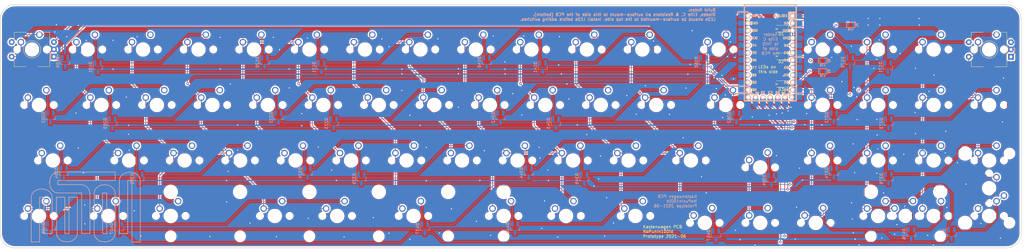
<source format=kicad_pcb>
(kicad_pcb (version 20171130) (host pcbnew "(5.1.9)-1")
  (layers (0 F.Cu signal) (31 B.Cu signal) (34 B.Paste user) (35 F.Paste user) (36 B.SilkS user) (37 F.SilkS user) (38 B.Mask user) (39 F.Mask user) (44 Edge.Cuts user))
  (net 0 "")
  (net 1 LED1)
  (net 2 LED1R)
  (net 3 LED2)
  (net 4 LED2R)
  (net 5 LED3)
  (net 6 LED3R)
  (net 7 Row0)
  (net 8 "Net-(D100-Pad2)")
  (net 9 "Net-(D100-Pad1)")
  (net 10 Row1)
  (net 11 "Net-(D101-Pad2)")
  (net 12 "Net-(D101-Pad1)")
  (net 13 "Net-(D120-Pad2)")
  (net 14 "Net-(D120-Pad1)")
  (net 15 "Net-(D121-Pad2)")
  (net 16 "Net-(D121-Pad1)")
  (net 17 "Net-(D140-Pad2)")
  (net 18 "Net-(D140-Pad1)")
  (net 19 "Net-(D141-Pad2)")
  (net 20 "Net-(D141-Pad1)")
  (net 21 "Net-(D160-Pad2)")
  (net 22 "Net-(D160-Pad1)")
  (net 23 "Net-(D170-Pad2)")
  (net 24 "Net-(D170-Pad1)")
  (net 25 Row2)
  (net 26 "Net-(D202-Pad2)")
  (net 27 "Net-(D202-Pad1)")
  (net 28 Row3)
  (net 29 "Net-(D203-Pad2)")
  (net 30 "Net-(D203-Pad1)")
  (net 31 "Net-(D222-Pad2)")
  (net 32 "Net-(D222-Pad1)")
  (net 33 "Net-(D223-Pad2)")
  (net 34 "Net-(D223-Pad1)")
  (net 35 "Net-(D242-Pad2)")
  (net 36 "Net-(D242-Pad1)")
  (net 37 "Net-(D243-Pad2)")
  (net 38 "Net-(D243-Pad1)")
  (net 39 "Net-(D262-Pad2)")
  (net 40 "Net-(D262-Pad1)")
  (net 41 "Net-(D272-Pad2)")
  (net 42 "Net-(D272-Pad1)")
  (net 43 "Net-(D273-Pad2)")
  (net 44 "Net-(D273-Pad1)")
  (net 45 Row4)
  (net 46 "Net-(D304-Pad2)")
  (net 47 "Net-(D304-Pad1)")
  (net 48 Row5)
  (net 49 "Net-(D305-Pad2)")
  (net 50 "Net-(D305-Pad1)")
  (net 51 "Net-(D324-Pad2)")
  (net 52 "Net-(D324-Pad1)")
  (net 53 "Net-(D325-Pad2)")
  (net 54 "Net-(D325-Pad1)")
  (net 55 "Net-(D344-Pad2)")
  (net 56 "Net-(D344-Pad1)")
  (net 57 "Net-(D345-Pad2)")
  (net 58 "Net-(D345-Pad1)")
  (net 59 "Net-(D364-Pad2)")
  (net 60 "Net-(D364-Pad1)")
  (net 61 "Net-(D374-Pad2)")
  (net 62 "Net-(D374-Pad1)")
  (net 63 "Net-(D375-Pad2)")
  (net 64 "Net-(D375-Pad1)")
  (net 65 Row6)
  (net 66 "Net-(D406-Pad2)")
  (net 67 "Net-(D406-Pad1)")
  (net 68 Row7)
  (net 69 "Net-(D407-Pad2)")
  (net 70 "Net-(D407-Pad1)")
  (net 71 "Net-(D437-Pad2)")
  (net 72 "Net-(D437-Pad1)")
  (net 73 "Net-(D446-Pad2)")
  (net 74 "Net-(D446-Pad1)")
  (net 75 "Net-(D457-Pad2)")
  (net 76 "Net-(D457-Pad1)")
  (net 77 "Net-(D476-Pad2)")
  (net 78 "Net-(D476-Pad1)")
  (net 79 "Net-(D477-Pad2)")
  (net 80 "Net-(D477-Pad1)")
  (net 81 Col0)
  (net 82 Col1)
  (net 83 Col2)
  (net 84 Col3)
  (net 85 Col4)
  (net 86 Col5)
  (net 87 Col6)
  (net 88 Col7)
  (net 89 Col8)
  (net 90 GND)
  (net 91 Rotary0B)
  (net 92 Rotary0A)
  (net 93 Rotary1B)
  (net 94 Rotary1A)
  (net 95 "Net-(U1-Pad21)")
  (net 96 "Net-(D171-Pad2)")
  (net 97 "Net-(D171-Pad1)")
  (net 98 "Net-(U1-Pad22)")
  (module Keebio-Parts:R_0805 (layer B.Cu) (at 296.926 32.8676 180)
    (fp_text reference R3 (at -2.2 0 -90) (layer B.SilkS) (effects (font (size 0.7 0.7)) (justify mirror)))
    (fp_text value 470 (at 0 -1.55) (layer B.SilkS) (effects (font (size 0.7 0.7)) (justify mirror)))
    (pad 1 smd rect (at -0.95 0 180) (size 0.7 1.3) (layers B.Cu B.Paste B.Mask) (net 90 GND) (clearance 0.1))
    (pad 2 smd rect (at 0.95 0 180) (size 0.7 1.3) (layers B.Cu B.Paste B.Mask) (net 6 LED3R) (clearance 0.1))
  )
  (module Keebio-Parts:R_0805 (layer B.Cu) (at 296.9 29.25 180)
    (fp_text reference R2 (at -2.2 0 -90) (layer B.SilkS) (effects (font (size 0.7 0.7)) (justify mirror)))
    (fp_text value 470 (at 0 -1.55) (layer B.SilkS) (effects (font (size 0.7 0.7)) (justify mirror)))
    (pad 1 smd rect (at -0.95 0 180) (size 0.7 1.3) (layers B.Cu B.Paste B.Mask) (net 90 GND) (clearance 0.1))
    (pad 2 smd rect (at 0.95 0 180) (size 0.7 1.3) (layers B.Cu B.Paste B.Mask) (net 4 LED2R) (clearance 0.1))
  )
  (module Keebio-Parts:R_0805 (layer B.Cu) (at 306.5 17 180)
    (fp_text reference R1 (at -2.2 0 -90) (layer B.SilkS) (effects (font (size 0.7 0.7)) (justify mirror)))
    (fp_text value 470 (at 0 -1.55) (layer B.SilkS) (effects (font (size 0.7 0.7)) (justify mirror)))
    (pad 1 smd rect (at -0.95 0 180) (size 0.7 1.3) (layers B.Cu B.Paste B.Mask) (net 90 GND) (clearance 0.1))
    (pad 2 smd rect (at 0.95 0 180) (size 0.7 1.3) (layers B.Cu B.Paste B.Mask) (net 2 LED1R) (clearance 0.1))
  )
  (module LED_SMD:LED_1206_3216Metric_Pad1.42x1.75mm_HandSolder (layer F.Cu) (at 282.5875 37.25 180)
    (fp_text reference D3 (at 0 -1.82) (layer F.SilkS))
    (fp_text value LED)
    (pad 2 smd roundrect (at 1.4875 0 180) (size 1.425 1.75) (layers F.Cu F.Paste F.Mask) (roundrect_rratio 0.1754385964912281) (net 5 LED3))
    (pad 1 smd roundrect (at -1.4875 0 180) (size 1.425 1.75) (layers F.Cu F.Paste F.Mask) (roundrect_rratio 0.1754385964912281) (net 6 LED3R))
  )
  (module LED_SMD:LED_1206_3216Metric_Pad1.42x1.75mm_HandSolder (layer F.Cu) (at 282.5875 27.7475 180)
    (fp_text reference D2 (at 0 -1.82) (layer F.SilkS))
    (fp_text value LED)
    (pad 2 smd roundrect (at 1.4875 0 180) (size 1.425 1.75) (layers F.Cu F.Paste F.Mask) (roundrect_rratio 0.1754385964912281) (net 3 LED2))
    (pad 1 smd roundrect (at -1.4875 0 180) (size 1.425 1.75) (layers F.Cu F.Paste F.Mask) (roundrect_rratio 0.1754385964912281) (net 4 LED2R))
  )
  (module LED_SMD:LED_1206_3216Metric_Pad1.42x1.75mm_HandSolder (layer F.Cu) (at 282.5875 18.25 180)
    (fp_text reference D1 (at 0 -1.82) (layer F.SilkS))
    (fp_text value LED)
    (pad 2 smd roundrect (at 1.4875 0 180) (size 1.425 1.75) (layers F.Cu F.Paste F.Mask) (roundrect_rratio 0.1754385964912281) (net 1 LED1))
    (pad 1 smd roundrect (at -1.4875 0 180) (size 1.425 1.75) (layers F.Cu F.Paste F.Mask) (roundrect_rratio 0.1754385964912281) (net 2 LED1R))
  )
  (module MX_Only:MXOnly-2.25U-ReversedStabilizers-NoLED (layer F.Cu) (at 156.36875 82.55)
    (fp_text reference MX437)
    (fp_text value MX-NoLED)
    (pad 2 thru_hole circle (at 2.54 -5.08) (size 2.25 2.25) (drill 1.47) (layers *.Cu B.Mask) (net 72 "Net-(D437-Pad1)"))
    (pad "" np_thru_hole circle (at 0 0) (size 3.9878 3.9878) (drill 3.9878) (layers *.Cu *.Mask))
    (pad 1 thru_hole circle (at -3.81 -2.54) (size 2.25 2.25) (drill 1.47) (layers *.Cu B.Mask) (net 84 Col3))
    (pad "" np_thru_hole circle (at -5.08 0 48.0996) (size 1.75 1.75) (drill 1.75) (layers *.Cu *.Mask))
    (pad "" np_thru_hole circle (at 5.08 0 48.0996) (size 1.75 1.75) (drill 1.75) (layers *.Cu *.Mask))
    (pad "" np_thru_hole circle (at -11.90625 6.985) (size 3.048 3.048) (drill 3.048) (layers *.Cu *.Mask))
    (pad "" np_thru_hole circle (at 11.90625 6.985) (size 3.048 3.048) (drill 3.048) (layers *.Cu *.Mask))
    (pad "" np_thru_hole circle (at -11.90625 -8.255) (size 3.9878 3.9878) (drill 3.9878) (layers *.Cu *.Mask))
    (pad "" np_thru_hole circle (at 11.90625 -8.255) (size 3.9878 3.9878) (drill 3.9878) (layers *.Cu *.Mask))
  )
  (module MX_Only:MXOnly-2.75U-ReversedStabilizers-NoLED (layer F.Cu) (at 108.74375 82.55)
    (fp_text reference MX417)
    (fp_text value MX-NoLED)
    (pad 2 thru_hole circle (at 2.54 -5.08) (size 2.25 2.25) (drill 1.47) (layers *.Cu B.Mask) (net 69 "Net-(D407-Pad2)"))
    (pad "" np_thru_hole circle (at 0 0) (size 3.9878 3.9878) (drill 3.9878) (layers *.Cu *.Mask))
    (pad 1 thru_hole circle (at -3.81 -2.54) (size 2.25 2.25) (drill 1.47) (layers *.Cu B.Mask) (net 82 Col1))
    (pad "" np_thru_hole circle (at -5.08 0 48.0996) (size 1.75 1.75) (drill 1.75) (layers *.Cu *.Mask))
    (pad "" np_thru_hole circle (at 5.08 0 48.0996) (size 1.75 1.75) (drill 1.75) (layers *.Cu *.Mask))
    (pad "" np_thru_hole circle (at -11.90625 6.985) (size 3.048 3.048) (drill 3.048) (layers *.Cu *.Mask))
    (pad "" np_thru_hole circle (at 11.90625 6.985) (size 3.048 3.048) (drill 3.048) (layers *.Cu *.Mask))
    (pad "" np_thru_hole circle (at -11.90625 -8.255) (size 3.9878 3.9878) (drill 3.9878) (layers *.Cu *.Mask))
    (pad "" np_thru_hole circle (at 11.90625 -8.255) (size 3.9878 3.9878) (drill 3.9878) (layers *.Cu *.Mask))
  )
  (module MX_Only:MXOnly-7U-ReversedStabilizers-NoLED (layer F.Cu) (at 130.175 82.55)
    (fp_text reference MX417.700)
    (fp_text value MX-NoLED)
    (pad 2 thru_hole circle (at 2.54 -5.08) (size 2.25 2.25) (drill 1.47) (layers *.Cu B.Mask) (net 69 "Net-(D407-Pad2)"))
    (pad "" np_thru_hole circle (at 0 0) (size 3.9878 3.9878) (drill 3.9878) (layers *.Cu *.Mask))
    (pad 1 thru_hole circle (at -3.81 -2.54) (size 2.25 2.25) (drill 1.47) (layers *.Cu B.Mask) (net 82 Col1))
    (pad "" np_thru_hole circle (at -5.08 0 48.0996) (size 1.75 1.75) (drill 1.75) (layers *.Cu *.Mask))
    (pad "" np_thru_hole circle (at 5.08 0 48.0996) (size 1.75 1.75) (drill 1.75) (layers *.Cu *.Mask))
    (pad "" np_thru_hole circle (at -57.15 6.985) (size 3.048 3.048) (drill 3.048) (layers *.Cu *.Mask))
    (pad "" np_thru_hole circle (at 57.15 6.985) (size 3.048 3.048) (drill 3.048) (layers *.Cu *.Mask))
    (pad "" np_thru_hole circle (at -57.15 -8.255) (size 3.9878 3.9878) (drill 3.9878) (layers *.Cu *.Mask))
    (pad "" np_thru_hole circle (at 57.15 -8.255) (size 3.9878 3.9878) (drill 3.9878) (layers *.Cu *.Mask))
  )
  (module MX_Only:MXOnly-2U-ReversedStabilizers-NoLED (layer F.Cu) (at 325.3232 82.5246)
    (fp_text reference MX477.200)
    (fp_text value MX-NoLED)
    (pad 2 thru_hole circle (at 2.54 -5.08) (size 2.25 2.25) (drill 1.47) (layers *.Cu B.Mask) (net 80 "Net-(D477-Pad1)"))
    (pad "" np_thru_hole circle (at 0 0) (size 3.9878 3.9878) (drill 3.9878) (layers *.Cu *.Mask))
    (pad 1 thru_hole circle (at -3.81 -2.54) (size 2.25 2.25) (drill 1.47) (layers *.Cu B.Mask) (net 88 Col7))
    (pad "" np_thru_hole circle (at -5.08 0 48.0996) (size 1.75 1.75) (drill 1.75) (layers *.Cu *.Mask))
    (pad "" np_thru_hole circle (at 5.08 0 48.0996) (size 1.75 1.75) (drill 1.75) (layers *.Cu *.Mask))
    (pad "" np_thru_hole circle (at -11.90625 6.985) (size 3.048 3.048) (drill 3.048) (layers *.Cu *.Mask))
    (pad "" np_thru_hole circle (at 11.90625 6.985) (size 3.048 3.048) (drill 3.048) (layers *.Cu *.Mask))
    (pad "" np_thru_hole circle (at -11.90625 -8.255) (size 3.9878 3.9878) (drill 3.9878) (layers *.Cu *.Mask))
    (pad "" np_thru_hole circle (at 11.90625 -8.255) (size 3.9878 3.9878) (drill 3.9878) (layers *.Cu *.Mask))
  )
  (module MX_Only:MXOnly-2U-NoLED (layer F.Cu) (at 354.0125 73.025 270)
    (fp_text reference MX487.200)
    (fp_text value MX-NoLED)
    (pad 2 thru_hole circle (at 2.54 -5.08 270) (size 2.25 2.25) (drill 1.47) (layers *.Cu B.Mask) (net 79 "Net-(D477-Pad2)"))
    (pad "" np_thru_hole circle (at 0 0 270) (size 3.9878 3.9878) (drill 3.9878) (layers *.Cu *.Mask))
    (pad 1 thru_hole circle (at -3.81 -2.54 270) (size 2.25 2.25) (drill 1.47) (layers *.Cu B.Mask) (net 89 Col8))
    (pad "" np_thru_hole circle (at -5.08 0 318.0996) (size 1.75 1.75) (drill 1.75) (layers *.Cu *.Mask))
    (pad "" np_thru_hole circle (at 5.08 0 318.0996) (size 1.75 1.75) (drill 1.75) (layers *.Cu *.Mask))
    (pad "" np_thru_hole circle (at -11.90625 -6.985 270) (size 3.048 3.048) (drill 3.048) (layers *.Cu *.Mask))
    (pad "" np_thru_hole circle (at 11.90625 -6.985 270) (size 3.048 3.048) (drill 3.048) (layers *.Cu *.Mask))
    (pad "" np_thru_hole circle (at -11.90625 8.255 270) (size 3.9878 3.9878) (drill 3.9878) (layers *.Cu *.Mask))
    (pad "" np_thru_hole circle (at 11.90625 8.255 270) (size 3.9878 3.9878) (drill 3.9878) (layers *.Cu *.Mask))
  )
  (module MX_Only:MXOnly-1U-NoLED (layer F.Cu) (at 239.7125 44.45)
    (fp_text reference MX253)
    (fp_text value MX-NoLED)
    (pad 2 thru_hole circle (at 2.54 -5.08) (size 2.25 2.25) (drill 1.47) (layers *.Cu B.Mask) (net 37 "Net-(D243-Pad2)"))
    (pad "" np_thru_hole circle (at 0 0) (size 3.9878 3.9878) (drill 3.9878) (layers *.Cu *.Mask))
    (pad 1 thru_hole circle (at -3.81 -2.54) (size 2.25 2.25) (drill 1.47) (layers *.Cu B.Mask) (net 86 Col5))
    (pad "" np_thru_hole circle (at -5.08 0 48.0996) (size 1.75 1.75) (drill 1.75) (layers *.Cu *.Mask))
    (pad "" np_thru_hole circle (at 5.08 0 48.0996) (size 1.75 1.75) (drill 1.75) (layers *.Cu *.Mask))
  )
  (module Keebio-Parts:RotaryEncoder_EC11-no-legs (layer F.Cu) (at 354.0125 25.4 180)
    (fp_text reference RSW181)
    (fp_text value Rotary_Encoder_Switch)
    (pad A thru_hole rect (at -7.5 -2.5 180) (size 2 2) (drill 1) (layers *.Cu *.Mask) (net 94 Rotary1A))
    (pad C thru_hole circle (at -7.5 0 180) (size 2 2) (drill 1) (layers *.Cu *.Mask) (net 90 GND))
    (pad B thru_hole circle (at -7.5 2.5 180) (size 2 2) (drill 1) (layers *.Cu *.Mask) (net 93 Rotary1B))
    (pad S2 thru_hole circle (at 7 -2.5 180) (size 2 2) (drill 1) (layers *.Cu *.Mask) (net 89 Col8))
    (pad S1 thru_hole circle (at 7 2.5 180) (size 2 2) (drill 1) (layers *.Cu *.Mask) (net 96 "Net-(D171-Pad2)"))
  )
  (module Keebio-Parts:RotaryEncoder_EC11-no-legs (layer F.Cu) (at 25.4 25.35625 180)
    (fp_text reference RSW100)
    (fp_text value Rotary_Encoder_Switch)
    (pad A thru_hole rect (at -7.5 -2.5 180) (size 2 2) (drill 1) (layers *.Cu *.Mask) (net 92 Rotary0A))
    (pad C thru_hole circle (at -7.5 0 180) (size 2 2) (drill 1) (layers *.Cu *.Mask) (net 90 GND))
    (pad B thru_hole circle (at -7.5 2.5 180) (size 2 2) (drill 1) (layers *.Cu *.Mask) (net 91 Rotary0B))
    (pad S2 thru_hole circle (at 7 -2.5 180) (size 2 2) (drill 1) (layers *.Cu *.Mask) (net 81 Col0))
    (pad S1 thru_hole circle (at 7 2.5 180) (size 2 2) (drill 1) (layers *.Cu *.Mask) (net 9 "Net-(D100-Pad1)"))
  )
  (module Keebio-Parts:Elite-C-castellated-29pin-holes (layer B.Cu) (at 278.88 27.81 270)
    (fp_text reference U1 hide)
    (fp_text value Elite-C hide)
    (fp_text user D2 (at -11.43 -5.461) (layer F.SilkS) (effects (font (size 0.8 0.8))))
    (fp_text user D0 (at -1.27 -5.461) (layer F.SilkS) (effects (font (size 0.8 0.8))))
    (fp_text user D1 (at -3.81 -5.461) (layer F.SilkS) (effects (font (size 0.8 0.8))))
    (fp_text user GND (at -6.35 -5.461) (layer F.SilkS) (effects (font (size 0.8 0.8))))
    (fp_text user GND (at -8.89 -5.461) (layer F.SilkS) (effects (font (size 0.8 0.8))))
    (fp_text user D4 (at 1.27 -5.461) (layer F.SilkS) (effects (font (size 0.8 0.8))))
    (fp_text user C6 (at 3.81 -5.461) (layer F.SilkS) (effects (font (size 0.8 0.8))))
    (fp_text user D7 (at 6.35 -5.461) (layer F.SilkS) (effects (font (size 0.8 0.8))))
    (fp_text user E6 (at 8.89 -5.461) (layer F.SilkS) (effects (font (size 0.8 0.8))))
    (fp_text user B4 (at 11.43 -5.461) (layer F.SilkS) (effects (font (size 0.8 0.8))))
    (fp_text user B5 (at 12.7 -6.4 225) (layer F.SilkS) (effects (font (size 0.7 0.7))))
    (fp_text user B2 (at 11.43 5.461) (layer B.SilkS) (effects (font (size 0.8 0.8)) (justify mirror)))
    (fp_text user B3 (at 8.89 5.461) (layer F.SilkS) (effects (font (size 0.8 0.8))))
    (fp_text user B1 (at 6.35 5.461) (layer F.SilkS) (effects (font (size 0.8 0.8))))
    (fp_text user F7 (at 3.81 5.461) (layer B.SilkS) (effects (font (size 0.8 0.8)) (justify mirror)))
    (fp_text user F6 (at 1.27 5.461) (layer B.SilkS) (effects (font (size 0.8 0.8)) (justify mirror)))
    (fp_text user F5 (at -1.27 5.461) (layer B.SilkS) (effects (font (size 0.8 0.8)) (justify mirror)))
    (fp_text user F4 (at -3.81 5.461) (layer F.SilkS) (effects (font (size 0.8 0.8))))
    (fp_text user VCC (at -6.35 5.461) (layer F.SilkS) (effects (font (size 0.8 0.8))))
    (fp_text user GND (at -11.43 5.461) (layer F.SilkS) (effects (font (size 0.8 0.8))))
    (fp_text user B0 (at -13.97 5.461) (layer F.SilkS) (effects (font (size 0.8 0.8))))
    (fp_text user B0 (at -13.97 5.461) (layer B.SilkS) (effects (font (size 0.8 0.8)) (justify mirror)))
    (fp_text user GND (at -11.43 5.461) (layer B.SilkS) (effects (font (size 0.8 0.8)) (justify mirror)))
    (fp_text user ST (at -8.92 5.73312) (layer B.SilkS) (effects (font (size 0.8 0.8)) (justify mirror)))
    (fp_text user VCC (at -6.35 5.461) (layer B.SilkS) (effects (font (size 0.8 0.8)) (justify mirror)))
    (fp_text user F4 (at -3.81 5.461) (layer B.SilkS) (effects (font (size 0.8 0.8)) (justify mirror)))
    (fp_text user F5 (at -1.27 5.461) (layer F.SilkS) (effects (font (size 0.8 0.8))))
    (fp_text user F6 (at 1.27 5.461) (layer F.SilkS) (effects (font (size 0.8 0.8))))
    (fp_text user F7 (at 3.81 5.461) (layer F.SilkS) (effects (font (size 0.8 0.8))))
    (fp_text user B1 (at 6.35 5.461) (layer B.SilkS) (effects (font (size 0.8 0.8)) (justify mirror)))
    (fp_text user B3 (at 8.89 5.461) (layer B.SilkS) (effects (font (size 0.8 0.8)) (justify mirror)))
    (fp_text user B2 (at 11.43 5.461) (layer F.SilkS) (effects (font (size 0.8 0.8))))
    (fp_text user B5 (at 12.7 -6.4 225) (layer B.SilkS) (effects (font (size 0.7 0.7)) (justify mirror)))
    (fp_text user B4 (at 11.43 -5.461) (layer B.SilkS) (effects (font (size 0.8 0.8)) (justify mirror)))
    (fp_text user E6 (at 8.89 -5.461) (layer B.SilkS) (effects (font (size 0.8 0.8)) (justify mirror)))
    (fp_text user D7 (at 6.35 -5.461) (layer B.SilkS) (effects (font (size 0.8 0.8)) (justify mirror)))
    (fp_text user C6 (at 3.81 -5.461) (layer B.SilkS) (effects (font (size 0.8 0.8)) (justify mirror)))
    (fp_text user D4 (at 1.27 -5.461) (layer B.SilkS) (effects (font (size 0.8 0.8)) (justify mirror)))
    (fp_text user GND (at -8.89 -5.461) (layer B.SilkS) (effects (font (size 0.8 0.8)) (justify mirror)))
    (fp_text user GND (at -6.35 -5.461) (layer B.SilkS) (effects (font (size 0.8 0.8)) (justify mirror)))
    (fp_text user D1 (at -3.81 -5.461) (layer B.SilkS) (effects (font (size 0.8 0.8)) (justify mirror)))
    (fp_text user D0 (at -1.27 -5.461) (layer B.SilkS) (effects (font (size 0.8 0.8)) (justify mirror)))
    (fp_text user D2 (at -11.43 -5.461) (layer B.SilkS) (effects (font (size 0.8 0.8)) (justify mirror)))
    (fp_text user TX0/D3 (at -13.97 -3.571872) (layer F.SilkS) (effects (font (size 0.8 0.8))))
    (fp_text user TX0/D3 (at -13.97 -3.571872) (layer B.SilkS) (effects (font (size 0.8 0.8)) (justify mirror)))
    (fp_text user ST (at -8.91 5.04) (layer F.SilkS) (effects (font (size 0.8 0.8))))
    (fp_text user B7 (at 12.6 -4.5) (layer B.SilkS) (effects (font (size 0.7 0.7)) (justify mirror)))
    (fp_text user B7 (at 12.6 -4.5) (layer F.SilkS) (effects (font (size 0.7 0.7))))
    (fp_text user F0 (at 12.6 4.5) (layer F.SilkS) (effects (font (size 0.7 0.7))))
    (fp_text user F0 (at 12.6 4.5) (layer B.SilkS) (effects (font (size 0.7 0.7)) (justify mirror)))
    (fp_text user B6 (at 12.7 6.4 135 unlocked) (layer B.SilkS) (effects (font (size 0.7 0.7)) (justify mirror)))
    (fp_text user B6 (at 12.7 6.4 135 unlocked) (layer F.SilkS) (effects (font (size 0.7 0.7))))
    (fp_text user C7 (at 12.4 0) (layer B.SilkS) (effects (font (size 0.8 0.8)) (justify mirror)))
    (fp_text user C7 (at 12.4 0) (layer F.SilkS) (effects (font (size 0.8 0.8))))
    (fp_text user F1 (at 12.4 2.54) (layer F.SilkS) (effects (font (size 0.8 0.8))))
    (fp_text user F1 (at 12.4 2.54) (layer B.SilkS) (effects (font (size 0.8 0.8)) (justify mirror)))
    (fp_text user D5 (at 12.4 -2.54) (layer B.SilkS) (effects (font (size 0.8 0.8)) (justify mirror)))
    (fp_text user D5 (at 12.4 -2.54) (layer F.SilkS) (effects (font (size 0.8 0.8))))
    (pad 29 smd rect (at 15.875 5.08 180) (size 2 3.25) (layers B.Cu B.Paste B.Mask) (net 65 Row6))
    (pad 28 smd rect (at 15.875 2.54 180) (size 2 3.25) (layers B.Cu B.Paste B.Mask) (net 48 Row5))
    (pad 27 smd rect (at 15.875 0 180) (size 2 3.25) (layers B.Cu B.Paste B.Mask) (net 45 Row4))
    (pad 26 smd rect (at 15.875 -2.54 180) (size 2 3.25) (layers B.Cu B.Paste B.Mask) (net 28 Row3))
    (pad 25 smd rect (at 15.875 -5.08 180) (size 2 3.25) (layers B.Cu B.Paste B.Mask) (net 25 Row2))
    (pad 24 smd rect (at -13.97 9.398 270) (size 2 3.25) (layers B.Cu B.Paste B.Mask) (net 1 LED1))
    (pad 23 smd rect (at -11.43 9.398 270) (size 2 3.25) (layers B.Cu B.Paste B.Mask) (net 90 GND))
    (pad 22 smd rect (at -8.89 9.398 270) (size 2 3.25) (layers B.Cu B.Paste B.Mask) (net 98 "Net-(U1-Pad22)"))
    (pad 21 smd rect (at -6.35 9.398 270) (size 2 3.25) (layers B.Cu B.Paste B.Mask) (net 95 "Net-(U1-Pad21)"))
    (pad 20 smd rect (at -3.81 9.398 270) (size 2 3.25) (layers B.Cu B.Paste B.Mask) (net 81 Col0))
    (pad 19 smd rect (at -1.27 9.398 270) (size 2 3.25) (layers B.Cu B.Paste B.Mask) (net 82 Col1))
    (pad 18 smd rect (at 1.27 9.398 270) (size 2 3.25) (layers B.Cu B.Paste B.Mask) (net 83 Col2))
    (pad 17 smd rect (at 3.81 9.398 270) (size 2 3.25) (layers B.Cu B.Paste B.Mask) (net 84 Col3))
    (pad 16 smd rect (at 6.35 9.398 270) (size 2 3.25) (layers B.Cu B.Paste B.Mask) (net 85 Col4))
    (pad 15 smd rect (at 8.89 9.398 270) (size 2 3.25) (layers B.Cu B.Paste B.Mask) (net 86 Col5))
    (pad 14 smd rect (at 11.43 9.398 270) (size 2 3.25) (layers B.Cu B.Paste B.Mask) (net 87 Col6))
    (pad 13 smd rect (at 13.97 9.398 270) (size 2 3.25) (layers B.Cu B.Paste B.Mask) (net 68 Row7))
    (pad 12 smd rect (at 13.97 -9.398 270) (size 2 3.25) (layers B.Cu B.Paste B.Mask) (net 10 Row1))
    (pad 11 smd rect (at 11.43 -9.398 270) (size 2 3.25) (layers B.Cu B.Paste B.Mask) (net 7 Row0))
    (pad 10 smd rect (at 8.89 -9.398 270) (size 2 3.25) (layers B.Cu B.Paste B.Mask) (net 88 Col7))
    (pad 9 smd rect (at 6.35 -9.398 270) (size 2 3.25) (layers B.Cu B.Paste B.Mask) (net 89 Col8))
    (pad 8 smd rect (at 3.81 -9.398 270) (size 2 3.25) (layers B.Cu B.Paste B.Mask) (net 5 LED3))
    (pad 7 smd rect (at 1.27 -9.398 270) (size 2 3.25) (layers B.Cu B.Paste B.Mask) (net 3 LED2))
    (pad 6 smd rect (at -1.27 -9.398 270) (size 2 3.25) (layers B.Cu B.Paste B.Mask) (net 92 Rotary0A))
    (pad 5 smd rect (at -3.81 -9.398 270) (size 2 3.25) (layers B.Cu B.Paste B.Mask) (net 91 Rotary0B))
    (pad 4 smd rect (at -6.35 -9.398 270) (size 2 3.25) (layers B.Cu B.Paste B.Mask) (net 90 GND))
    (pad 3 smd rect (at -8.89 -9.398 270) (size 2 3.25) (layers B.Cu B.Paste B.Mask) (net 90 GND))
    (pad 2 smd rect (at -11.43 -9.398 270) (size 2 3.25) (layers B.Cu B.Paste B.Mask) (net 93 Rotary1B))
    (pad 1 smd rect (at -13.97 -9.398 270) (size 2 3.25) (layers B.Cu B.Paste B.Mask) (net 94 Rotary1A))
    (pad 25 thru_hole circle (at 13.97 -5.08 270) (size 1.7526 1.7526) (drill 1.0922) (layers *.Cu *.SilkS *.Mask) (net 25 Row2))
    (pad 26 thru_hole circle (at 13.97 -2.54 270) (size 1.7526 1.7526) (drill 1.0922) (layers *.Cu *.SilkS *.Mask) (net 28 Row3))
    (pad 27 thru_hole circle (at 13.97 0 270) (size 1.7526 1.7526) (drill 1.0922) (layers *.Cu *.SilkS *.Mask) (net 45 Row4))
    (pad 28 thru_hole circle (at 13.97 2.54 270) (size 1.7526 1.7526) (drill 1.0922) (layers *.Cu *.SilkS *.Mask) (net 48 Row5))
    (pad 29 thru_hole circle (at 13.97 5.08 270) (size 1.7526 1.7526) (drill 1.0922) (layers *.Cu *.SilkS *.Mask) (net 65 Row6))
    (pad 24 thru_hole circle (at -13.97 7.62 270) (size 1.7526 1.7526) (drill 1.0922) (layers *.Cu *.SilkS *.Mask) (net 1 LED1))
    (pad 12 thru_hole circle (at 13.97 -7.3914 270) (size 1.7526 1.7526) (drill 1.0922) (layers *.Cu *.SilkS *.Mask) (net 10 Row1))
    (pad 23 thru_hole circle (at -11.43 7.62 270) (size 1.7526 1.7526) (drill 1.0922) (layers *.Cu *.SilkS *.Mask) (net 90 GND))
    (pad 22 thru_hole circle (at -8.89 7.62 270) (size 1.7526 1.7526) (drill 1.0922) (layers *.Cu *.SilkS *.Mask) (net 98 "Net-(U1-Pad22)"))
    (pad 21 thru_hole circle (at -6.35 7.62 270) (size 1.7526 1.7526) (drill 1.0922) (layers *.Cu *.SilkS *.Mask) (net 95 "Net-(U1-Pad21)"))
    (pad 20 thru_hole circle (at -3.81 7.62 270) (size 1.7526 1.7526) (drill 1.0922) (layers *.Cu *.SilkS *.Mask) (net 81 Col0))
    (pad 19 thru_hole circle (at -1.27 7.62 270) (size 1.7526 1.7526) (drill 1.0922) (layers *.Cu *.SilkS *.Mask) (net 82 Col1))
    (pad 18 thru_hole circle (at 1.27 7.62 270) (size 1.7526 1.7526) (drill 1.0922) (layers *.Cu *.SilkS *.Mask) (net 83 Col2))
    (pad 17 thru_hole circle (at 3.81 7.62 270) (size 1.7526 1.7526) (drill 1.0922) (layers *.Cu *.SilkS *.Mask) (net 84 Col3))
    (pad 16 thru_hole circle (at 6.35 7.62 270) (size 1.7526 1.7526) (drill 1.0922) (layers *.Cu *.SilkS *.Mask) (net 85 Col4))
    (pad 15 thru_hole circle (at 8.89 7.62 270) (size 1.7526 1.7526) (drill 1.0922) (layers *.Cu *.SilkS *.Mask) (net 86 Col5))
    (pad 14 thru_hole circle (at 11.43 7.62 270) (size 1.7526 1.7526) (drill 1.0922) (layers *.Cu *.SilkS *.Mask) (net 87 Col6))
    (pad 13 thru_hole circle (at 13.97 7.62 270) (size 1.7526 1.7526) (drill 1.0922) (layers *.Cu *.SilkS *.Mask) (net 68 Row7))
    (pad 11 thru_hole circle (at 11.43 -7.62 270) (size 1.7526 1.7526) (drill 1.0922) (layers *.Cu *.SilkS *.Mask) (net 7 Row0))
    (pad 10 thru_hole circle (at 8.89 -7.62 270) (size 1.7526 1.7526) (drill 1.0922) (layers *.Cu *.SilkS *.Mask) (net 88 Col7))
    (pad 9 thru_hole circle (at 6.35 -7.62 270) (size 1.7526 1.7526) (drill 1.0922) (layers *.Cu *.SilkS *.Mask) (net 89 Col8))
    (pad 8 thru_hole circle (at 3.81 -7.62 270) (size 1.7526 1.7526) (drill 1.0922) (layers *.Cu *.SilkS *.Mask) (net 5 LED3))
    (pad 7 thru_hole circle (at 1.27 -7.62 270) (size 1.7526 1.7526) (drill 1.0922) (layers *.Cu *.SilkS *.Mask) (net 3 LED2))
    (pad 6 thru_hole circle (at -1.27 -7.62 270) (size 1.7526 1.7526) (drill 1.0922) (layers *.Cu *.SilkS *.Mask) (net 92 Rotary0A))
    (pad 5 thru_hole circle (at -3.81 -7.62 270) (size 1.7526 1.7526) (drill 1.0922) (layers *.Cu *.SilkS *.Mask) (net 91 Rotary0B))
    (pad 4 thru_hole circle (at -6.35 -7.62 270) (size 1.7526 1.7526) (drill 1.0922) (layers *.Cu *.SilkS *.Mask) (net 90 GND))
    (pad 3 thru_hole circle (at -8.89 -7.62 270) (size 1.7526 1.7526) (drill 1.0922) (layers *.Cu *.SilkS *.Mask) (net 90 GND))
    (pad 2 thru_hole circle (at -11.43 -7.62 270) (size 1.7526 1.7526) (drill 1.0922) (layers *.Cu *.SilkS *.Mask) (net 93 Rotary1B))
    (pad 1 thru_hole rect (at -13.97 -7.62 270) (size 1.7526 1.7526) (drill 1.0922) (layers *.Cu *.SilkS *.Mask) (net 94 Rotary1A))
  )
  (module MX_Only:MXOnly-1U-NoLED (layer F.Cu) (at 354.0125 82.55)
    (fp_text reference MX487)
    (fp_text value MX-NoLED)
    (pad 2 thru_hole circle (at 2.54 -5.08) (size 2.25 2.25) (drill 1.47) (layers *.Cu B.Mask) (net 79 "Net-(D477-Pad2)"))
    (pad "" np_thru_hole circle (at 0 0) (size 3.9878 3.9878) (drill 3.9878) (layers *.Cu *.Mask))
    (pad 1 thru_hole circle (at -3.81 -2.54) (size 2.25 2.25) (drill 1.47) (layers *.Cu B.Mask) (net 89 Col8))
    (pad "" np_thru_hole circle (at -5.08 0 48.0996) (size 1.75 1.75) (drill 1.75) (layers *.Cu *.Mask))
    (pad "" np_thru_hole circle (at 5.08 0 48.0996) (size 1.75 1.75) (drill 1.75) (layers *.Cu *.Mask))
  )
  (module MX_Only:MXOnly-1U-NoLED (layer F.Cu) (at 334.9625 82.55)
    (fp_text reference MX486)
    (fp_text value MX-NoLED)
    (pad 2 thru_hole circle (at 2.54 -5.08) (size 2.25 2.25) (drill 1.47) (layers *.Cu B.Mask) (net 77 "Net-(D476-Pad2)"))
    (pad "" np_thru_hole circle (at 0 0) (size 3.9878 3.9878) (drill 3.9878) (layers *.Cu *.Mask))
    (pad 1 thru_hole circle (at -3.81 -2.54) (size 2.25 2.25) (drill 1.47) (layers *.Cu B.Mask) (net 89 Col8))
    (pad "" np_thru_hole circle (at -5.08 0 48.0996) (size 1.75 1.75) (drill 1.75) (layers *.Cu *.Mask))
    (pad "" np_thru_hole circle (at 5.08 0 48.0996) (size 1.75 1.75) (drill 1.75) (layers *.Cu *.Mask))
  )
  (module MX_Only:MXOnly-1U-NoLED (layer F.Cu) (at 315.9125 82.55)
    (fp_text reference MX477)
    (fp_text value MX-NoLED)
    (pad 2 thru_hole circle (at 2.54 -5.08) (size 2.25 2.25) (drill 1.47) (layers *.Cu B.Mask) (net 80 "Net-(D477-Pad1)"))
    (pad "" np_thru_hole circle (at 0 0) (size 3.9878 3.9878) (drill 3.9878) (layers *.Cu *.Mask))
    (pad 1 thru_hole circle (at -3.81 -2.54) (size 2.25 2.25) (drill 1.47) (layers *.Cu B.Mask) (net 88 Col7))
    (pad "" np_thru_hole circle (at -5.08 0 48.0996) (size 1.75 1.75) (drill 1.75) (layers *.Cu *.Mask))
    (pad "" np_thru_hole circle (at 5.08 0 48.0996) (size 1.75 1.75) (drill 1.75) (layers *.Cu *.Mask))
  )
  (module MX_Only:MXOnly-1U-NoLED (layer F.Cu) (at 294.48125 84.93125)
    (fp_text reference MX476)
    (fp_text value MX-NoLED)
    (pad 2 thru_hole circle (at 2.54 -5.08) (size 2.25 2.25) (drill 1.47) (layers *.Cu B.Mask) (net 78 "Net-(D476-Pad1)"))
    (pad "" np_thru_hole circle (at 0 0) (size 3.9878 3.9878) (drill 3.9878) (layers *.Cu *.Mask))
    (pad 1 thru_hole circle (at -3.81 -2.54) (size 2.25 2.25) (drill 1.47) (layers *.Cu B.Mask) (net 88 Col7))
    (pad "" np_thru_hole circle (at -5.08 0 48.0996) (size 1.75 1.75) (drill 1.75) (layers *.Cu *.Mask))
    (pad "" np_thru_hole circle (at 5.08 0 48.0996) (size 1.75 1.75) (drill 1.75) (layers *.Cu *.Mask))
  )
  (module MX_Only:MXOnly-1U-NoLED (layer F.Cu) (at 275.43125 84.93125)
    (fp_text reference MX467)
    (fp_text value MX-NoLED)
    (pad 2 thru_hole circle (at 2.54 -5.08) (size 2.25 2.25) (drill 1.47) (layers *.Cu B.Mask) (net 75 "Net-(D457-Pad2)"))
    (pad "" np_thru_hole circle (at 0 0) (size 3.9878 3.9878) (drill 3.9878) (layers *.Cu *.Mask))
    (pad 1 thru_hole circle (at -3.81 -2.54) (size 2.25 2.25) (drill 1.47) (layers *.Cu B.Mask) (net 87 Col6))
    (pad "" np_thru_hole circle (at -5.08 0 48.0996) (size 1.75 1.75) (drill 1.75) (layers *.Cu *.Mask))
    (pad "" np_thru_hole circle (at 5.08 0 48.0996) (size 1.75 1.75) (drill 1.75) (layers *.Cu *.Mask))
  )
  (module MX_Only:MXOnly-1U-NoLED (layer F.Cu) (at 256.38125 84.93125)
    (fp_text reference MX457)
    (fp_text value MX-NoLED)
    (pad 2 thru_hole circle (at 2.54 -5.08) (size 2.25 2.25) (drill 1.47) (layers *.Cu B.Mask) (net 76 "Net-(D457-Pad1)"))
    (pad "" np_thru_hole circle (at 0 0) (size 3.9878 3.9878) (drill 3.9878) (layers *.Cu *.Mask))
    (pad 1 thru_hole circle (at -3.81 -2.54) (size 2.25 2.25) (drill 1.47) (layers *.Cu B.Mask) (net 86 Col5))
    (pad "" np_thru_hole circle (at -5.08 0 48.0996) (size 1.75 1.75) (drill 1.75) (layers *.Cu *.Mask))
    (pad "" np_thru_hole circle (at 5.08 0 48.0996) (size 1.75 1.75) (drill 1.75) (layers *.Cu *.Mask))
  )
  (module MX_Only:MXOnly-1.25U-NoLED (layer F.Cu) (at 232.56875 82.55)
    (fp_text reference MX456)
    (fp_text value MX-NoLED)
    (pad 2 thru_hole circle (at 2.54 -5.08) (size 2.25 2.25) (drill 1.47) (layers *.Cu B.Mask) (net 73 "Net-(D446-Pad2)"))
    (pad "" np_thru_hole circle (at 0 0) (size 3.9878 3.9878) (drill 3.9878) (layers *.Cu *.Mask))
    (pad 1 thru_hole circle (at -3.81 -2.54) (size 2.25 2.25) (drill 1.47) (layers *.Cu B.Mask) (net 86 Col5))
    (pad "" np_thru_hole circle (at -5.08 0 48.0996) (size 1.75 1.75) (drill 1.75) (layers *.Cu *.Mask))
    (pad "" np_thru_hole circle (at 5.08 0 48.0996) (size 1.75 1.75) (drill 1.75) (layers *.Cu *.Mask))
  )
  (module MX_Only:MXOnly-1.25U-NoLED (layer F.Cu) (at 208.75625 82.55)
    (fp_text reference MX447)
    (fp_text value MX-NoLED)
    (pad 2 thru_hole circle (at 2.54 -5.08) (size 2.25 2.25) (drill 1.47) (layers *.Cu B.Mask) (net 71 "Net-(D437-Pad2)"))
    (pad "" np_thru_hole circle (at 0 0) (size 3.9878 3.9878) (drill 3.9878) (layers *.Cu *.Mask))
    (pad 1 thru_hole circle (at -3.81 -2.54) (size 2.25 2.25) (drill 1.47) (layers *.Cu B.Mask) (net 85 Col4))
    (pad "" np_thru_hole circle (at -5.08 0 48.0996) (size 1.75 1.75) (drill 1.75) (layers *.Cu *.Mask))
    (pad "" np_thru_hole circle (at 5.08 0 48.0996) (size 1.75 1.75) (drill 1.75) (layers *.Cu *.Mask))
  )
  (module MX_Only:MXOnly-1U-NoLED (layer F.Cu) (at 187.325 82.55)
    (fp_text reference MX446)
    (fp_text value MX-NoLED)
    (pad 2 thru_hole circle (at 2.54 -5.08) (size 2.25 2.25) (drill 1.47) (layers *.Cu B.Mask) (net 74 "Net-(D446-Pad1)"))
    (pad "" np_thru_hole circle (at 0 0) (size 3.9878 3.9878) (drill 3.9878) (layers *.Cu *.Mask))
    (pad 1 thru_hole circle (at -3.81 -2.54) (size 2.25 2.25) (drill 1.47) (layers *.Cu B.Mask) (net 85 Col4))
    (pad "" np_thru_hole circle (at -5.08 0 48.0996) (size 1.75 1.75) (drill 1.75) (layers *.Cu *.Mask))
    (pad "" np_thru_hole circle (at 5.08 0 48.0996) (size 1.75 1.75) (drill 1.75) (layers *.Cu *.Mask))
  )
  (module MX_Only:MXOnly-1U-NoLED (layer F.Cu) (at 73.025 82.55)
    (fp_text reference MX416)
    (fp_text value MX-NoLED)
    (pad 2 thru_hole circle (at 2.54 -5.08) (size 2.25 2.25) (drill 1.47) (layers *.Cu B.Mask) (net 66 "Net-(D406-Pad2)"))
    (pad "" np_thru_hole circle (at 0 0) (size 3.9878 3.9878) (drill 3.9878) (layers *.Cu *.Mask))
    (pad 1 thru_hole circle (at -3.81 -2.54) (size 2.25 2.25) (drill 1.47) (layers *.Cu B.Mask) (net 82 Col1))
    (pad "" np_thru_hole circle (at -5.08 0 48.0996) (size 1.75 1.75) (drill 1.75) (layers *.Cu *.Mask))
    (pad "" np_thru_hole circle (at 5.08 0 48.0996) (size 1.75 1.75) (drill 1.75) (layers *.Cu *.Mask))
  )
  (module MX_Only:MXOnly-1.25U-NoLED (layer F.Cu) (at 51.59375 82.55)
    (fp_text reference MX407)
    (fp_text value MX-NoLED)
    (pad 2 thru_hole circle (at 2.54 -5.08) (size 2.25 2.25) (drill 1.47) (layers *.Cu B.Mask) (net 70 "Net-(D407-Pad1)"))
    (pad "" np_thru_hole circle (at 0 0) (size 3.9878 3.9878) (drill 3.9878) (layers *.Cu *.Mask))
    (pad 1 thru_hole circle (at -3.81 -2.54) (size 2.25 2.25) (drill 1.47) (layers *.Cu B.Mask) (net 81 Col0))
    (pad "" np_thru_hole circle (at -5.08 0 48.0996) (size 1.75 1.75) (drill 1.75) (layers *.Cu *.Mask))
    (pad "" np_thru_hole circle (at 5.08 0 48.0996) (size 1.75 1.75) (drill 1.75) (layers *.Cu *.Mask))
  )
  (module MX_Only:MXOnly-1.25U-NoLED (layer F.Cu) (at 27.78125 82.55)
    (fp_text reference MX406)
    (fp_text value MX-NoLED)
    (pad 2 thru_hole circle (at 2.54 -5.08) (size 2.25 2.25) (drill 1.47) (layers *.Cu B.Mask) (net 67 "Net-(D406-Pad1)"))
    (pad "" np_thru_hole circle (at 0 0) (size 3.9878 3.9878) (drill 3.9878) (layers *.Cu *.Mask))
    (pad 1 thru_hole circle (at -3.81 -2.54) (size 2.25 2.25) (drill 1.47) (layers *.Cu B.Mask) (net 81 Col0))
    (pad "" np_thru_hole circle (at -5.08 0 48.0996) (size 1.75 1.75) (drill 1.75) (layers *.Cu *.Mask))
    (pad "" np_thru_hole circle (at 5.08 0 48.0996) (size 1.75 1.75) (drill 1.75) (layers *.Cu *.Mask))
  )
  (module MX_Only:MXOnly-1U-NoLED (layer F.Cu) (at 354.0125 63.5)
    (fp_text reference MX385)
    (fp_text value MX-NoLED)
    (pad 2 thru_hole circle (at 2.54 -5.08) (size 2.25 2.25) (drill 1.47) (layers *.Cu B.Mask) (net 63 "Net-(D375-Pad2)"))
    (pad "" np_thru_hole circle (at 0 0) (size 3.9878 3.9878) (drill 3.9878) (layers *.Cu *.Mask))
    (pad 1 thru_hole circle (at -3.81 -2.54) (size 2.25 2.25) (drill 1.47) (layers *.Cu B.Mask) (net 89 Col8))
    (pad "" np_thru_hole circle (at -5.08 0 48.0996) (size 1.75 1.75) (drill 1.75) (layers *.Cu *.Mask))
    (pad "" np_thru_hole circle (at 5.08 0 48.0996) (size 1.75 1.75) (drill 1.75) (layers *.Cu *.Mask))
  )
  (module MX_Only:MXOnly-1U-NoLED (layer F.Cu) (at 334.9625 63.5)
    (fp_text reference MX384)
    (fp_text value MX-NoLED)
    (pad 2 thru_hole circle (at 2.54 -5.08) (size 2.25 2.25) (drill 1.47) (layers *.Cu B.Mask) (net 61 "Net-(D374-Pad2)"))
    (pad "" np_thru_hole circle (at 0 0) (size 3.9878 3.9878) (drill 3.9878) (layers *.Cu *.Mask))
    (pad 1 thru_hole circle (at -3.81 -2.54) (size 2.25 2.25) (drill 1.47) (layers *.Cu B.Mask) (net 89 Col8))
    (pad "" np_thru_hole circle (at -5.08 0 48.0996) (size 1.75 1.75) (drill 1.75) (layers *.Cu *.Mask))
    (pad "" np_thru_hole circle (at 5.08 0 48.0996) (size 1.75 1.75) (drill 1.75) (layers *.Cu *.Mask))
  )
  (module MX_Only:MXOnly-1U-NoLED (layer F.Cu) (at 315.9125 63.5)
    (fp_text reference MX375)
    (fp_text value MX-NoLED)
    (pad 2 thru_hole circle (at 2.54 -5.08) (size 2.25 2.25) (drill 1.47) (layers *.Cu B.Mask) (net 64 "Net-(D375-Pad1)"))
    (pad "" np_thru_hole circle (at 0 0) (size 3.9878 3.9878) (drill 3.9878) (layers *.Cu *.Mask))
    (pad 1 thru_hole circle (at -3.81 -2.54) (size 2.25 2.25) (drill 1.47) (layers *.Cu B.Mask) (net 88 Col7))
    (pad "" np_thru_hole circle (at -5.08 0 48.0996) (size 1.75 1.75) (drill 1.75) (layers *.Cu *.Mask))
    (pad "" np_thru_hole circle (at 5.08 0 48.0996) (size 1.75 1.75) (drill 1.75) (layers *.Cu *.Mask))
  )
  (module MX_Only:MXOnly-1U-NoLED (layer F.Cu) (at 296.8625 63.5)
    (fp_text reference MX374)
    (fp_text value MX-NoLED)
    (pad 2 thru_hole circle (at 2.54 -5.08) (size 2.25 2.25) (drill 1.47) (layers *.Cu B.Mask) (net 62 "Net-(D374-Pad1)"))
    (pad "" np_thru_hole circle (at 0 0) (size 3.9878 3.9878) (drill 3.9878) (layers *.Cu *.Mask))
    (pad 1 thru_hole circle (at -3.81 -2.54) (size 2.25 2.25) (drill 1.47) (layers *.Cu B.Mask) (net 88 Col7))
    (pad "" np_thru_hole circle (at -5.08 0 48.0996) (size 1.75 1.75) (drill 1.75) (layers *.Cu *.Mask))
    (pad "" np_thru_hole circle (at 5.08 0 48.0996) (size 1.75 1.75) (drill 1.75) (layers *.Cu *.Mask))
  )
  (module MX_Only:MXOnly-1U-NoLED (layer F.Cu) (at 275.43125 65.88125)
    (fp_text reference MX364)
    (fp_text value MX-NoLED)
    (pad 2 thru_hole circle (at 2.54 -5.08) (size 2.25 2.25) (drill 1.47) (layers *.Cu B.Mask) (net 60 "Net-(D364-Pad1)"))
    (pad "" np_thru_hole circle (at 0 0) (size 3.9878 3.9878) (drill 3.9878) (layers *.Cu *.Mask))
    (pad 1 thru_hole circle (at -3.81 -2.54) (size 2.25 2.25) (drill 1.47) (layers *.Cu B.Mask) (net 87 Col6))
    (pad "" np_thru_hole circle (at -5.08 0 48.0996) (size 1.75 1.75) (drill 1.75) (layers *.Cu *.Mask))
    (pad "" np_thru_hole circle (at 5.08 0 48.0996) (size 1.75 1.75) (drill 1.75) (layers *.Cu *.Mask))
  )
  (module MX_Only:MXOnly-1.25U-NoLED (layer F.Cu) (at 251.61875 63.5)
    (fp_text reference MX355)
    (fp_text value MX-NoLED)
    (pad 2 thru_hole circle (at 2.54 -5.08) (size 2.25 2.25) (drill 1.47) (layers *.Cu B.Mask) (net 57 "Net-(D345-Pad2)"))
    (pad "" np_thru_hole circle (at 0 0) (size 3.9878 3.9878) (drill 3.9878) (layers *.Cu *.Mask))
    (pad 1 thru_hole circle (at -3.81 -2.54) (size 2.25 2.25) (drill 1.47) (layers *.Cu B.Mask) (net 86 Col5))
    (pad "" np_thru_hole circle (at -5.08 0 48.0996) (size 1.75 1.75) (drill 1.75) (layers *.Cu *.Mask))
    (pad "" np_thru_hole circle (at 5.08 0 48.0996) (size 1.75 1.75) (drill 1.75) (layers *.Cu *.Mask))
  )
  (module MX_Only:MXOnly-1U-NoLED (layer F.Cu) (at 230.1875 63.5)
    (fp_text reference MX354)
    (fp_text value MX-NoLED)
    (pad 2 thru_hole circle (at 2.54 -5.08) (size 2.25 2.25) (drill 1.47) (layers *.Cu B.Mask) (net 55 "Net-(D344-Pad2)"))
    (pad "" np_thru_hole circle (at 0 0) (size 3.9878 3.9878) (drill 3.9878) (layers *.Cu *.Mask))
    (pad 1 thru_hole circle (at -3.81 -2.54) (size 2.25 2.25) (drill 1.47) (layers *.Cu B.Mask) (net 86 Col5))
    (pad "" np_thru_hole circle (at -5.08 0 48.0996) (size 1.75 1.75) (drill 1.75) (layers *.Cu *.Mask))
    (pad "" np_thru_hole circle (at 5.08 0 48.0996) (size 1.75 1.75) (drill 1.75) (layers *.Cu *.Mask))
  )
  (module MX_Only:MXOnly-1U-NoLED (layer F.Cu) (at 211.1375 63.5)
    (fp_text reference MX345)
    (fp_text value MX-NoLED)
    (pad 2 thru_hole circle (at 2.54 -5.08) (size 2.25 2.25) (drill 1.47) (layers *.Cu B.Mask) (net 58 "Net-(D345-Pad1)"))
    (pad "" np_thru_hole circle (at 0 0) (size 3.9878 3.9878) (drill 3.9878) (layers *.Cu *.Mask))
    (pad 1 thru_hole circle (at -3.81 -2.54) (size 2.25 2.25) (drill 1.47) (layers *.Cu B.Mask) (net 85 Col4))
    (pad "" np_thru_hole circle (at -5.08 0 48.0996) (size 1.75 1.75) (drill 1.75) (layers *.Cu *.Mask))
    (pad "" np_thru_hole circle (at 5.08 0 48.0996) (size 1.75 1.75) (drill 1.75) (layers *.Cu *.Mask))
  )
  (module MX_Only:MXOnly-1U-NoLED (layer F.Cu) (at 192.0875 63.5)
    (fp_text reference MX344)
    (fp_text value MX-NoLED)
    (pad 2 thru_hole circle (at 2.54 -5.08) (size 2.25 2.25) (drill 1.47) (layers *.Cu B.Mask) (net 56 "Net-(D344-Pad1)"))
    (pad "" np_thru_hole circle (at 0 0) (size 3.9878 3.9878) (drill 3.9878) (layers *.Cu *.Mask))
    (pad 1 thru_hole circle (at -3.81 -2.54) (size 2.25 2.25) (drill 1.47) (layers *.Cu B.Mask) (net 85 Col4))
    (pad "" np_thru_hole circle (at -5.08 0 48.0996) (size 1.75 1.75) (drill 1.75) (layers *.Cu *.Mask))
    (pad "" np_thru_hole circle (at 5.08 0 48.0996) (size 1.75 1.75) (drill 1.75) (layers *.Cu *.Mask))
  )
  (module MX_Only:MXOnly-1U-NoLED (layer F.Cu) (at 173.0375 63.5)
    (fp_text reference MX335)
    (fp_text value MX-NoLED)
    (pad 2 thru_hole circle (at 2.54 -5.08) (size 2.25 2.25) (drill 1.47) (layers *.Cu B.Mask) (net 53 "Net-(D325-Pad2)"))
    (pad "" np_thru_hole circle (at 0 0) (size 3.9878 3.9878) (drill 3.9878) (layers *.Cu *.Mask))
    (pad 1 thru_hole circle (at -3.81 -2.54) (size 2.25 2.25) (drill 1.47) (layers *.Cu B.Mask) (net 84 Col3))
    (pad "" np_thru_hole circle (at -5.08 0 48.0996) (size 1.75 1.75) (drill 1.75) (layers *.Cu *.Mask))
    (pad "" np_thru_hole circle (at 5.08 0 48.0996) (size 1.75 1.75) (drill 1.75) (layers *.Cu *.Mask))
  )
  (module MX_Only:MXOnly-1U-NoLED (layer F.Cu) (at 153.9875 63.5)
    (fp_text reference MX334)
    (fp_text value MX-NoLED)
    (pad 2 thru_hole circle (at 2.54 -5.08) (size 2.25 2.25) (drill 1.47) (layers *.Cu B.Mask) (net 51 "Net-(D324-Pad2)"))
    (pad "" np_thru_hole circle (at 0 0) (size 3.9878 3.9878) (drill 3.9878) (layers *.Cu *.Mask))
    (pad 1 thru_hole circle (at -3.81 -2.54) (size 2.25 2.25) (drill 1.47) (layers *.Cu B.Mask) (net 84 Col3))
    (pad "" np_thru_hole circle (at -5.08 0 48.0996) (size 1.75 1.75) (drill 1.75) (layers *.Cu *.Mask))
    (pad "" np_thru_hole circle (at 5.08 0 48.0996) (size 1.75 1.75) (drill 1.75) (layers *.Cu *.Mask))
  )
  (module MX_Only:MXOnly-1U-NoLED (layer F.Cu) (at 134.9375 63.5)
    (fp_text reference MX325)
    (fp_text value MX-NoLED)
    (pad 2 thru_hole circle (at 2.54 -5.08) (size 2.25 2.25) (drill 1.47) (layers *.Cu B.Mask) (net 54 "Net-(D325-Pad1)"))
    (pad "" np_thru_hole circle (at 0 0) (size 3.9878 3.9878) (drill 3.9878) (layers *.Cu *.Mask))
    (pad 1 thru_hole circle (at -3.81 -2.54) (size 2.25 2.25) (drill 1.47) (layers *.Cu B.Mask) (net 83 Col2))
    (pad "" np_thru_hole circle (at -5.08 0 48.0996) (size 1.75 1.75) (drill 1.75) (layers *.Cu *.Mask))
    (pad "" np_thru_hole circle (at 5.08 0 48.0996) (size 1.75 1.75) (drill 1.75) (layers *.Cu *.Mask))
  )
  (module MX_Only:MXOnly-1U-NoLED (layer F.Cu) (at 115.8875 63.5)
    (fp_text reference MX324)
    (fp_text value MX-NoLED)
    (pad 2 thru_hole circle (at 2.54 -5.08) (size 2.25 2.25) (drill 1.47) (layers *.Cu B.Mask) (net 52 "Net-(D324-Pad1)"))
    (pad "" np_thru_hole circle (at 0 0) (size 3.9878 3.9878) (drill 3.9878) (layers *.Cu *.Mask))
    (pad 1 thru_hole circle (at -3.81 -2.54) (size 2.25 2.25) (drill 1.47) (layers *.Cu B.Mask) (net 83 Col2))
    (pad "" np_thru_hole circle (at -5.08 0 48.0996) (size 1.75 1.75) (drill 1.75) (layers *.Cu *.Mask))
    (pad "" np_thru_hole circle (at 5.08 0 48.0996) (size 1.75 1.75) (drill 1.75) (layers *.Cu *.Mask))
  )
  (module MX_Only:MXOnly-1U-NoLED (layer F.Cu) (at 96.8375 63.5)
    (fp_text reference MX315)
    (fp_text value MX-NoLED)
    (pad 2 thru_hole circle (at 2.54 -5.08) (size 2.25 2.25) (drill 1.47) (layers *.Cu B.Mask) (net 49 "Net-(D305-Pad2)"))
    (pad "" np_thru_hole circle (at 0 0) (size 3.9878 3.9878) (drill 3.9878) (layers *.Cu *.Mask))
    (pad 1 thru_hole circle (at -3.81 -2.54) (size 2.25 2.25) (drill 1.47) (layers *.Cu B.Mask) (net 82 Col1))
    (pad "" np_thru_hole circle (at -5.08 0 48.0996) (size 1.75 1.75) (drill 1.75) (layers *.Cu *.Mask))
    (pad "" np_thru_hole circle (at 5.08 0 48.0996) (size 1.75 1.75) (drill 1.75) (layers *.Cu *.Mask))
  )
  (module MX_Only:MXOnly-1U-NoLED (layer F.Cu) (at 77.7875 63.5)
    (fp_text reference MX314)
    (fp_text value MX-NoLED)
    (pad 2 thru_hole circle (at 2.54 -5.08) (size 2.25 2.25) (drill 1.47) (layers *.Cu B.Mask) (net 46 "Net-(D304-Pad2)"))
    (pad "" np_thru_hole circle (at 0 0) (size 3.9878 3.9878) (drill 3.9878) (layers *.Cu *.Mask))
    (pad 1 thru_hole circle (at -3.81 -2.54) (size 2.25 2.25) (drill 1.47) (layers *.Cu B.Mask) (net 82 Col1))
    (pad "" np_thru_hole circle (at -5.08 0 48.0996) (size 1.75 1.75) (drill 1.75) (layers *.Cu *.Mask))
    (pad "" np_thru_hole circle (at 5.08 0 48.0996) (size 1.75 1.75) (drill 1.75) (layers *.Cu *.Mask))
  )
  (module MX_Only:MXOnly-1U-NoLED (layer F.Cu) (at 58.7375 63.5)
    (fp_text reference MX305)
    (fp_text value MX-NoLED)
    (pad 2 thru_hole circle (at 2.54 -5.08) (size 2.25 2.25) (drill 1.47) (layers *.Cu B.Mask) (net 50 "Net-(D305-Pad1)"))
    (pad "" np_thru_hole circle (at 0 0) (size 3.9878 3.9878) (drill 3.9878) (layers *.Cu *.Mask))
    (pad 1 thru_hole circle (at -3.81 -2.54) (size 2.25 2.25) (drill 1.47) (layers *.Cu B.Mask) (net 81 Col0))
    (pad "" np_thru_hole circle (at -5.08 0 48.0996) (size 1.75 1.75) (drill 1.75) (layers *.Cu *.Mask))
    (pad "" np_thru_hole circle (at 5.08 0 48.0996) (size 1.75 1.75) (drill 1.75) (layers *.Cu *.Mask))
  )
  (module MX_Only:MXOnly-1.75U-NoLED (layer F.Cu) (at 32.54375 63.5)
    (fp_text reference MX304)
    (fp_text value MX-NoLED)
    (pad 2 thru_hole circle (at 2.54 -5.08) (size 2.25 2.25) (drill 1.47) (layers *.Cu B.Mask) (net 47 "Net-(D304-Pad1)"))
    (pad "" np_thru_hole circle (at 0 0) (size 3.9878 3.9878) (drill 3.9878) (layers *.Cu *.Mask))
    (pad 1 thru_hole circle (at -3.81 -2.54) (size 2.25 2.25) (drill 1.47) (layers *.Cu B.Mask) (net 81 Col0))
    (pad "" np_thru_hole circle (at -5.08 0 48.0996) (size 1.75 1.75) (drill 1.75) (layers *.Cu *.Mask))
    (pad "" np_thru_hole circle (at 5.08 0 48.0996) (size 1.75 1.75) (drill 1.75) (layers *.Cu *.Mask))
  )
  (module MX_Only:MXOnly-1U-NoLED (layer F.Cu) (at 354.0125 44.45)
    (fp_text reference MX283)
    (fp_text value MX-NoLED)
    (pad 2 thru_hole circle (at 2.54 -5.08) (size 2.25 2.25) (drill 1.47) (layers *.Cu B.Mask) (net 43 "Net-(D273-Pad2)"))
    (pad "" np_thru_hole circle (at 0 0) (size 3.9878 3.9878) (drill 3.9878) (layers *.Cu *.Mask))
    (pad 1 thru_hole circle (at -3.81 -2.54) (size 2.25 2.25) (drill 1.47) (layers *.Cu B.Mask) (net 89 Col8))
    (pad "" np_thru_hole circle (at -5.08 0 48.0996) (size 1.75 1.75) (drill 1.75) (layers *.Cu *.Mask))
    (pad "" np_thru_hole circle (at 5.08 0 48.0996) (size 1.75 1.75) (drill 1.75) (layers *.Cu *.Mask))
  )
  (module MX_Only:MXOnly-1U-NoLED (layer F.Cu) (at 334.9625 44.45)
    (fp_text reference MX282)
    (fp_text value MX-NoLED)
    (pad 2 thru_hole circle (at 2.54 -5.08) (size 2.25 2.25) (drill 1.47) (layers *.Cu B.Mask) (net 41 "Net-(D272-Pad2)"))
    (pad "" np_thru_hole circle (at 0 0) (size 3.9878 3.9878) (drill 3.9878) (layers *.Cu *.Mask))
    (pad 1 thru_hole circle (at -3.81 -2.54) (size 2.25 2.25) (drill 1.47) (layers *.Cu B.Mask) (net 89 Col8))
    (pad "" np_thru_hole circle (at -5.08 0 48.0996) (size 1.75 1.75) (drill 1.75) (layers *.Cu *.Mask))
    (pad "" np_thru_hole circle (at 5.08 0 48.0996) (size 1.75 1.75) (drill 1.75) (layers *.Cu *.Mask))
  )
  (module MX_Only:MXOnly-1U-NoLED (layer F.Cu) (at 315.9125 44.45)
    (fp_text reference MX273)
    (fp_text value MX-NoLED)
    (pad 2 thru_hole circle (at 2.54 -5.08) (size 2.25 2.25) (drill 1.47) (layers *.Cu B.Mask) (net 44 "Net-(D273-Pad1)"))
    (pad "" np_thru_hole circle (at 0 0) (size 3.9878 3.9878) (drill 3.9878) (layers *.Cu *.Mask))
    (pad 1 thru_hole circle (at -3.81 -2.54) (size 2.25 2.25) (drill 1.47) (layers *.Cu B.Mask) (net 88 Col7))
    (pad "" np_thru_hole circle (at -5.08 0 48.0996) (size 1.75 1.75) (drill 1.75) (layers *.Cu *.Mask))
    (pad "" np_thru_hole circle (at 5.08 0 48.0996) (size 1.75 1.75) (drill 1.75) (layers *.Cu *.Mask))
  )
  (module MX_Only:MXOnly-1U-NoLED (layer F.Cu) (at 296.8625 44.45)
    (fp_text reference MX272)
    (fp_text value MX-NoLED)
    (pad 2 thru_hole circle (at 2.54 -5.08) (size 2.25 2.25) (drill 1.47) (layers *.Cu B.Mask) (net 42 "Net-(D272-Pad1)"))
    (pad "" np_thru_hole circle (at 0 0) (size 3.9878 3.9878) (drill 3.9878) (layers *.Cu *.Mask))
    (pad 1 thru_hole circle (at -3.81 -2.54) (size 2.25 2.25) (drill 1.47) (layers *.Cu B.Mask) (net 88 Col7))
    (pad "" np_thru_hole circle (at -5.08 0 48.0996) (size 1.75 1.75) (drill 1.75) (layers *.Cu *.Mask))
    (pad "" np_thru_hole circle (at 5.08 0 48.0996) (size 1.75 1.75) (drill 1.75) (layers *.Cu *.Mask))
  )
  (module MX_Only:MXOnly-1.5U-NoLED (layer F.Cu) (at 263.525 44.45)
    (fp_text reference MX262)
    (fp_text value MX-NoLED)
    (pad 2 thru_hole circle (at 2.54 -5.08) (size 2.25 2.25) (drill 1.47) (layers *.Cu B.Mask) (net 40 "Net-(D262-Pad1)"))
    (pad "" np_thru_hole circle (at 0 0) (size 3.9878 3.9878) (drill 3.9878) (layers *.Cu *.Mask))
    (pad 1 thru_hole circle (at -3.81 -2.54) (size 2.25 2.25) (drill 1.47) (layers *.Cu B.Mask) (net 87 Col6))
    (pad "" np_thru_hole circle (at -5.08 0 48.0996) (size 1.75 1.75) (drill 1.75) (layers *.Cu *.Mask))
    (pad "" np_thru_hole circle (at 5.08 0 48.0996) (size 1.75 1.75) (drill 1.75) (layers *.Cu *.Mask))
  )
  (module MX_Only:MXOnly-1U-NoLED (layer F.Cu) (at 220.6625 44.45)
    (fp_text reference MX252)
    (fp_text value MX-NoLED)
    (pad 2 thru_hole circle (at 2.54 -5.08) (size 2.25 2.25) (drill 1.47) (layers *.Cu B.Mask) (net 35 "Net-(D242-Pad2)"))
    (pad "" np_thru_hole circle (at 0 0) (size 3.9878 3.9878) (drill 3.9878) (layers *.Cu *.Mask))
    (pad 1 thru_hole circle (at -3.81 -2.54) (size 2.25 2.25) (drill 1.47) (layers *.Cu B.Mask) (net 86 Col5))
    (pad "" np_thru_hole circle (at -5.08 0 48.0996) (size 1.75 1.75) (drill 1.75) (layers *.Cu *.Mask))
    (pad "" np_thru_hole circle (at 5.08 0 48.0996) (size 1.75 1.75) (drill 1.75) (layers *.Cu *.Mask))
  )
  (module MX_Only:MXOnly-1U-NoLED (layer F.Cu) (at 201.6125 44.45)
    (fp_text reference MX243)
    (fp_text value MX-NoLED)
    (pad 2 thru_hole circle (at 2.54 -5.08) (size 2.25 2.25) (drill 1.47) (layers *.Cu B.Mask) (net 38 "Net-(D243-Pad1)"))
    (pad "" np_thru_hole circle (at 0 0) (size 3.9878 3.9878) (drill 3.9878) (layers *.Cu *.Mask))
    (pad 1 thru_hole circle (at -3.81 -2.54) (size 2.25 2.25) (drill 1.47) (layers *.Cu B.Mask) (net 85 Col4))
    (pad "" np_thru_hole circle (at -5.08 0 48.0996) (size 1.75 1.75) (drill 1.75) (layers *.Cu *.Mask))
    (pad "" np_thru_hole circle (at 5.08 0 48.0996) (size 1.75 1.75) (drill 1.75) (layers *.Cu *.Mask))
  )
  (module MX_Only:MXOnly-1U-NoLED (layer F.Cu) (at 182.5625 44.45)
    (fp_text reference MX242)
    (fp_text value MX-NoLED)
    (pad 2 thru_hole circle (at 2.54 -5.08) (size 2.25 2.25) (drill 1.47) (layers *.Cu B.Mask) (net 36 "Net-(D242-Pad1)"))
    (pad "" np_thru_hole circle (at 0 0) (size 3.9878 3.9878) (drill 3.9878) (layers *.Cu *.Mask))
    (pad 1 thru_hole circle (at -3.81 -2.54) (size 2.25 2.25) (drill 1.47) (layers *.Cu B.Mask) (net 85 Col4))
    (pad "" np_thru_hole circle (at -5.08 0 48.0996) (size 1.75 1.75) (drill 1.75) (layers *.Cu *.Mask))
    (pad "" np_thru_hole circle (at 5.08 0 48.0996) (size 1.75 1.75) (drill 1.75) (layers *.Cu *.Mask))
  )
  (module MX_Only:MXOnly-1U-NoLED (layer F.Cu) (at 163.5125 44.45)
    (fp_text reference MX233)
    (fp_text value MX-NoLED)
    (pad 2 thru_hole circle (at 2.54 -5.08) (size 2.25 2.25) (drill 1.47) (layers *.Cu B.Mask) (net 33 "Net-(D223-Pad2)"))
    (pad "" np_thru_hole circle (at 0 0) (size 3.9878 3.9878) (drill 3.9878) (layers *.Cu *.Mask))
    (pad 1 thru_hole circle (at -3.81 -2.54) (size 2.25 2.25) (drill 1.47) (layers *.Cu B.Mask) (net 84 Col3))
    (pad "" np_thru_hole circle (at -5.08 0 48.0996) (size 1.75 1.75) (drill 1.75) (layers *.Cu *.Mask))
    (pad "" np_thru_hole circle (at 5.08 0 48.0996) (size 1.75 1.75) (drill 1.75) (layers *.Cu *.Mask))
  )
  (module MX_Only:MXOnly-1U-NoLED (layer F.Cu) (at 144.4625 44.45)
    (fp_text reference MX232)
    (fp_text value MX-NoLED)
    (pad 2 thru_hole circle (at 2.54 -5.08) (size 2.25 2.25) (drill 1.47) (layers *.Cu B.Mask) (net 31 "Net-(D222-Pad2)"))
    (pad "" np_thru_hole circle (at 0 0) (size 3.9878 3.9878) (drill 3.9878) (layers *.Cu *.Mask))
    (pad 1 thru_hole circle (at -3.81 -2.54) (size 2.25 2.25) (drill 1.47) (layers *.Cu B.Mask) (net 84 Col3))
    (pad "" np_thru_hole circle (at -5.08 0 48.0996) (size 1.75 1.75) (drill 1.75) (layers *.Cu *.Mask))
    (pad "" np_thru_hole circle (at 5.08 0 48.0996) (size 1.75 1.75) (drill 1.75) (layers *.Cu *.Mask))
  )
  (module MX_Only:MXOnly-1U-NoLED (layer F.Cu) (at 125.4125 44.45)
    (fp_text reference MX223)
    (fp_text value MX-NoLED)
    (pad 2 thru_hole circle (at 2.54 -5.08) (size 2.25 2.25) (drill 1.47) (layers *.Cu B.Mask) (net 34 "Net-(D223-Pad1)"))
    (pad "" np_thru_hole circle (at 0 0) (size 3.9878 3.9878) (drill 3.9878) (layers *.Cu *.Mask))
    (pad 1 thru_hole circle (at -3.81 -2.54) (size 2.25 2.25) (drill 1.47) (layers *.Cu B.Mask) (net 83 Col2))
    (pad "" np_thru_hole circle (at -5.08 0 48.0996) (size 1.75 1.75) (drill 1.75) (layers *.Cu *.Mask))
    (pad "" np_thru_hole circle (at 5.08 0 48.0996) (size 1.75 1.75) (drill 1.75) (layers *.Cu *.Mask))
  )
  (module MX_Only:MXOnly-1U-NoLED (layer F.Cu) (at 106.3625 44.45)
    (fp_text reference MX222)
    (fp_text value MX-NoLED)
    (pad 2 thru_hole circle (at 2.54 -5.08) (size 2.25 2.25) (drill 1.47) (layers *.Cu B.Mask) (net 32 "Net-(D222-Pad1)"))
    (pad "" np_thru_hole circle (at 0 0) (size 3.9878 3.9878) (drill 3.9878) (layers *.Cu *.Mask))
    (pad 1 thru_hole circle (at -3.81 -2.54) (size 2.25 2.25) (drill 1.47) (layers *.Cu B.Mask) (net 83 Col2))
    (pad "" np_thru_hole circle (at -5.08 0 48.0996) (size 1.75 1.75) (drill 1.75) (layers *.Cu *.Mask))
    (pad "" np_thru_hole circle (at 5.08 0 48.0996) (size 1.75 1.75) (drill 1.75) (layers *.Cu *.Mask))
  )
  (module MX_Only:MXOnly-1U-NoLED (layer F.Cu) (at 87.3125 44.45)
    (fp_text reference MX213)
    (fp_text value MX-NoLED)
    (pad 2 thru_hole circle (at 2.54 -5.08) (size 2.25 2.25) (drill 1.47) (layers *.Cu B.Mask) (net 29 "Net-(D203-Pad2)"))
    (pad "" np_thru_hole circle (at 0 0) (size 3.9878 3.9878) (drill 3.9878) (layers *.Cu *.Mask))
    (pad 1 thru_hole circle (at -3.81 -2.54) (size 2.25 2.25) (drill 1.47) (layers *.Cu B.Mask) (net 82 Col1))
    (pad "" np_thru_hole circle (at -5.08 0 48.0996) (size 1.75 1.75) (drill 1.75) (layers *.Cu *.Mask))
    (pad "" np_thru_hole circle (at 5.08 0 48.0996) (size 1.75 1.75) (drill 1.75) (layers *.Cu *.Mask))
  )
  (module MX_Only:MXOnly-1U-NoLED (layer F.Cu) (at 68.2625 44.45)
    (fp_text reference MX212)
    (fp_text value MX-NoLED)
    (pad 2 thru_hole circle (at 2.54 -5.08) (size 2.25 2.25) (drill 1.47) (layers *.Cu B.Mask) (net 26 "Net-(D202-Pad2)"))
    (pad "" np_thru_hole circle (at 0 0) (size 3.9878 3.9878) (drill 3.9878) (layers *.Cu *.Mask))
    (pad 1 thru_hole circle (at -3.81 -2.54) (size 2.25 2.25) (drill 1.47) (layers *.Cu B.Mask) (net 82 Col1))
    (pad "" np_thru_hole circle (at -5.08 0 48.0996) (size 1.75 1.75) (drill 1.75) (layers *.Cu *.Mask))
    (pad "" np_thru_hole circle (at 5.08 0 48.0996) (size 1.75 1.75) (drill 1.75) (layers *.Cu *.Mask))
  )
  (module MX_Only:MXOnly-1U-NoLED (layer F.Cu) (at 49.2125 44.45)
    (fp_text reference MX203)
    (fp_text value MX-NoLED)
    (pad 2 thru_hole circle (at 2.54 -5.08) (size 2.25 2.25) (drill 1.47) (layers *.Cu B.Mask) (net 30 "Net-(D203-Pad1)"))
    (pad "" np_thru_hole circle (at 0 0) (size 3.9878 3.9878) (drill 3.9878) (layers *.Cu *.Mask))
    (pad 1 thru_hole circle (at -3.81 -2.54) (size 2.25 2.25) (drill 1.47) (layers *.Cu B.Mask) (net 81 Col0))
    (pad "" np_thru_hole circle (at -5.08 0 48.0996) (size 1.75 1.75) (drill 1.75) (layers *.Cu *.Mask))
    (pad "" np_thru_hole circle (at 5.08 0 48.0996) (size 1.75 1.75) (drill 1.75) (layers *.Cu *.Mask))
  )
  (module MX_Only:MXOnly-1.25U-NoLED (layer F.Cu) (at 27.78125 44.45)
    (fp_text reference MX202)
    (fp_text value MX-NoLED)
    (pad 2 thru_hole circle (at 2.54 -5.08) (size 2.25 2.25) (drill 1.47) (layers *.Cu B.Mask) (net 27 "Net-(D202-Pad1)"))
    (pad "" np_thru_hole circle (at 0 0) (size 3.9878 3.9878) (drill 3.9878) (layers *.Cu *.Mask))
    (pad 1 thru_hole circle (at -3.81 -2.54) (size 2.25 2.25) (drill 1.47) (layers *.Cu B.Mask) (net 81 Col0))
    (pad "" np_thru_hole circle (at -5.08 0 48.0996) (size 1.75 1.75) (drill 1.75) (layers *.Cu *.Mask))
    (pad "" np_thru_hole circle (at 5.08 0 48.0996) (size 1.75 1.75) (drill 1.75) (layers *.Cu *.Mask))
  )
  (module MX_Only:MXOnly-1U-NoLED (layer F.Cu) (at 354.0125 25.4)
    (fp_text reference MX181)
    (fp_text value MX-NoLED)
    (pad 2 thru_hole circle (at 2.54 -5.08) (size 2.25 2.25) (drill 1.47) (layers *.Cu B.Mask) (net 96 "Net-(D171-Pad2)"))
    (pad "" np_thru_hole circle (at 0 0) (size 3.9878 3.9878) (drill 3.9878) (layers *.Cu *.Mask))
    (pad 1 thru_hole circle (at -3.81 -2.54) (size 2.25 2.25) (drill 1.47) (layers *.Cu B.Mask) (net 89 Col8))
    (pad "" np_thru_hole circle (at -5.08 0 48.0996) (size 1.75 1.75) (drill 1.75) (layers *.Cu *.Mask))
    (pad "" np_thru_hole circle (at 5.08 0 48.0996) (size 1.75 1.75) (drill 1.75) (layers *.Cu *.Mask))
  )
  (module MX_Only:MXOnly-1U-NoLED (layer F.Cu) (at 334.9625 25.4)
    (fp_text reference MX180)
    (fp_text value MX-NoLED)
    (pad 2 thru_hole circle (at 2.54 -5.08) (size 2.25 2.25) (drill 1.47) (layers *.Cu B.Mask) (net 23 "Net-(D170-Pad2)"))
    (pad "" np_thru_hole circle (at 0 0) (size 3.9878 3.9878) (drill 3.9878) (layers *.Cu *.Mask))
    (pad 1 thru_hole circle (at -3.81 -2.54) (size 2.25 2.25) (drill 1.47) (layers *.Cu B.Mask) (net 89 Col8))
    (pad "" np_thru_hole circle (at -5.08 0 48.0996) (size 1.75 1.75) (drill 1.75) (layers *.Cu *.Mask))
    (pad "" np_thru_hole circle (at 5.08 0 48.0996) (size 1.75 1.75) (drill 1.75) (layers *.Cu *.Mask))
  )
  (module MX_Only:MXOnly-1U-NoLED (layer F.Cu) (at 315.9125 25.4)
    (fp_text reference MX171)
    (fp_text value MX-NoLED)
    (pad 2 thru_hole circle (at 2.54 -5.08) (size 2.25 2.25) (drill 1.47) (layers *.Cu B.Mask) (net 97 "Net-(D171-Pad1)"))
    (pad "" np_thru_hole circle (at 0 0) (size 3.9878 3.9878) (drill 3.9878) (layers *.Cu *.Mask))
    (pad 1 thru_hole circle (at -3.81 -2.54) (size 2.25 2.25) (drill 1.47) (layers *.Cu B.Mask) (net 88 Col7))
    (pad "" np_thru_hole circle (at -5.08 0 48.0996) (size 1.75 1.75) (drill 1.75) (layers *.Cu *.Mask))
    (pad "" np_thru_hole circle (at 5.08 0 48.0996) (size 1.75 1.75) (drill 1.75) (layers *.Cu *.Mask))
  )
  (module MX_Only:MXOnly-1U-NoLED (layer F.Cu) (at 296.8625 25.4)
    (fp_text reference MX170)
    (fp_text value MX-NoLED)
    (pad 2 thru_hole circle (at 2.54 -5.08) (size 2.25 2.25) (drill 1.47) (layers *.Cu B.Mask) (net 24 "Net-(D170-Pad1)"))
    (pad "" np_thru_hole circle (at 0 0) (size 3.9878 3.9878) (drill 3.9878) (layers *.Cu *.Mask))
    (pad 1 thru_hole circle (at -3.81 -2.54) (size 2.25 2.25) (drill 1.47) (layers *.Cu B.Mask) (net 88 Col7))
    (pad "" np_thru_hole circle (at -5.08 0 48.0996) (size 1.75 1.75) (drill 1.75) (layers *.Cu *.Mask))
    (pad "" np_thru_hole circle (at 5.08 0 48.0996) (size 1.75 1.75) (drill 1.75) (layers *.Cu *.Mask))
  )
  (module MX_Only:MXOnly-1.75U-NoLED (layer F.Cu) (at 261.14375 25.4)
    (fp_text reference MX160)
    (fp_text value MX-NoLED)
    (pad 2 thru_hole circle (at 2.54 -5.08) (size 2.25 2.25) (drill 1.47) (layers *.Cu B.Mask) (net 21 "Net-(D160-Pad2)"))
    (pad "" np_thru_hole circle (at 0 0) (size 3.9878 3.9878) (drill 3.9878) (layers *.Cu *.Mask))
    (pad 1 thru_hole circle (at -3.81 -2.54) (size 2.25 2.25) (drill 1.47) (layers *.Cu B.Mask) (net 87 Col6))
    (pad "" np_thru_hole circle (at -5.08 0 48.0996) (size 1.75 1.75) (drill 1.75) (layers *.Cu *.Mask))
    (pad "" np_thru_hole circle (at 5.08 0 48.0996) (size 1.75 1.75) (drill 1.75) (layers *.Cu *.Mask))
  )
  (module MX_Only:MXOnly-1U-NoLED (layer F.Cu) (at 234.95 25.4)
    (fp_text reference MX151)
    (fp_text value MX-NoLED)
    (pad 2 thru_hole circle (at 2.54 -5.08) (size 2.25 2.25) (drill 1.47) (layers *.Cu B.Mask) (net 19 "Net-(D141-Pad2)"))
    (pad "" np_thru_hole circle (at 0 0) (size 3.9878 3.9878) (drill 3.9878) (layers *.Cu *.Mask))
    (pad 1 thru_hole circle (at -3.81 -2.54) (size 2.25 2.25) (drill 1.47) (layers *.Cu B.Mask) (net 86 Col5))
    (pad "" np_thru_hole circle (at -5.08 0 48.0996) (size 1.75 1.75) (drill 1.75) (layers *.Cu *.Mask))
    (pad "" np_thru_hole circle (at 5.08 0 48.0996) (size 1.75 1.75) (drill 1.75) (layers *.Cu *.Mask))
  )
  (module MX_Only:MXOnly-1U-NoLED (layer F.Cu) (at 215.9 25.4)
    (fp_text reference MX150)
    (fp_text value MX-NoLED)
    (pad 2 thru_hole circle (at 2.54 -5.08) (size 2.25 2.25) (drill 1.47) (layers *.Cu B.Mask) (net 17 "Net-(D140-Pad2)"))
    (pad "" np_thru_hole circle (at 0 0) (size 3.9878 3.9878) (drill 3.9878) (layers *.Cu *.Mask))
    (pad 1 thru_hole circle (at -3.81 -2.54) (size 2.25 2.25) (drill 1.47) (layers *.Cu B.Mask) (net 86 Col5))
    (pad "" np_thru_hole circle (at -5.08 0 48.0996) (size 1.75 1.75) (drill 1.75) (layers *.Cu *.Mask))
    (pad "" np_thru_hole circle (at 5.08 0 48.0996) (size 1.75 1.75) (drill 1.75) (layers *.Cu *.Mask))
  )
  (module MX_Only:MXOnly-1U-NoLED (layer F.Cu) (at 196.85 25.4)
    (fp_text reference MX141)
    (fp_text value MX-NoLED)
    (pad 2 thru_hole circle (at 2.54 -5.08) (size 2.25 2.25) (drill 1.47) (layers *.Cu B.Mask) (net 20 "Net-(D141-Pad1)"))
    (pad "" np_thru_hole circle (at 0 0) (size 3.9878 3.9878) (drill 3.9878) (layers *.Cu *.Mask))
    (pad 1 thru_hole circle (at -3.81 -2.54) (size 2.25 2.25) (drill 1.47) (layers *.Cu B.Mask) (net 85 Col4))
    (pad "" np_thru_hole circle (at -5.08 0 48.0996) (size 1.75 1.75) (drill 1.75) (layers *.Cu *.Mask))
    (pad "" np_thru_hole circle (at 5.08 0 48.0996) (size 1.75 1.75) (drill 1.75) (layers *.Cu *.Mask))
  )
  (module MX_Only:MXOnly-1U-NoLED (layer F.Cu) (at 177.8 25.4)
    (fp_text reference MX140)
    (fp_text value MX-NoLED)
    (pad 2 thru_hole circle (at 2.54 -5.08) (size 2.25 2.25) (drill 1.47) (layers *.Cu B.Mask) (net 18 "Net-(D140-Pad1)"))
    (pad "" np_thru_hole circle (at 0 0) (size 3.9878 3.9878) (drill 3.9878) (layers *.Cu *.Mask))
    (pad 1 thru_hole circle (at -3.81 -2.54) (size 2.25 2.25) (drill 1.47) (layers *.Cu B.Mask) (net 85 Col4))
    (pad "" np_thru_hole circle (at -5.08 0 48.0996) (size 1.75 1.75) (drill 1.75) (layers *.Cu *.Mask))
    (pad "" np_thru_hole circle (at 5.08 0 48.0996) (size 1.75 1.75) (drill 1.75) (layers *.Cu *.Mask))
  )
  (module MX_Only:MXOnly-1U-NoLED (layer F.Cu) (at 158.75 25.4)
    (fp_text reference MX131)
    (fp_text value MX-NoLED)
    (pad 2 thru_hole circle (at 2.54 -5.08) (size 2.25 2.25) (drill 1.47) (layers *.Cu B.Mask) (net 15 "Net-(D121-Pad2)"))
    (pad "" np_thru_hole circle (at 0 0) (size 3.9878 3.9878) (drill 3.9878) (layers *.Cu *.Mask))
    (pad 1 thru_hole circle (at -3.81 -2.54) (size 2.25 2.25) (drill 1.47) (layers *.Cu B.Mask) (net 84 Col3))
    (pad "" np_thru_hole circle (at -5.08 0 48.0996) (size 1.75 1.75) (drill 1.75) (layers *.Cu *.Mask))
    (pad "" np_thru_hole circle (at 5.08 0 48.0996) (size 1.75 1.75) (drill 1.75) (layers *.Cu *.Mask))
  )
  (module MX_Only:MXOnly-1U-NoLED (layer F.Cu) (at 139.7 25.4)
    (fp_text reference MX130)
    (fp_text value MX-NoLED)
    (pad 2 thru_hole circle (at 2.54 -5.08) (size 2.25 2.25) (drill 1.47) (layers *.Cu B.Mask) (net 13 "Net-(D120-Pad2)"))
    (pad "" np_thru_hole circle (at 0 0) (size 3.9878 3.9878) (drill 3.9878) (layers *.Cu *.Mask))
    (pad 1 thru_hole circle (at -3.81 -2.54) (size 2.25 2.25) (drill 1.47) (layers *.Cu B.Mask) (net 84 Col3))
    (pad "" np_thru_hole circle (at -5.08 0 48.0996) (size 1.75 1.75) (drill 1.75) (layers *.Cu *.Mask))
    (pad "" np_thru_hole circle (at 5.08 0 48.0996) (size 1.75 1.75) (drill 1.75) (layers *.Cu *.Mask))
  )
  (module MX_Only:MXOnly-1U-NoLED (layer F.Cu) (at 120.65 25.4)
    (fp_text reference MX121)
    (fp_text value MX-NoLED)
    (pad 2 thru_hole circle (at 2.54 -5.08) (size 2.25 2.25) (drill 1.47) (layers *.Cu B.Mask) (net 16 "Net-(D121-Pad1)"))
    (pad "" np_thru_hole circle (at 0 0) (size 3.9878 3.9878) (drill 3.9878) (layers *.Cu *.Mask))
    (pad 1 thru_hole circle (at -3.81 -2.54) (size 2.25 2.25) (drill 1.47) (layers *.Cu B.Mask) (net 83 Col2))
    (pad "" np_thru_hole circle (at -5.08 0 48.0996) (size 1.75 1.75) (drill 1.75) (layers *.Cu *.Mask))
    (pad "" np_thru_hole circle (at 5.08 0 48.0996) (size 1.75 1.75) (drill 1.75) (layers *.Cu *.Mask))
  )
  (module MX_Only:MXOnly-1U-NoLED (layer F.Cu) (at 101.6 25.4)
    (fp_text reference MX120)
    (fp_text value MX-NoLED)
    (pad 2 thru_hole circle (at 2.54 -5.08) (size 2.25 2.25) (drill 1.47) (layers *.Cu B.Mask) (net 14 "Net-(D120-Pad1)"))
    (pad "" np_thru_hole circle (at 0 0) (size 3.9878 3.9878) (drill 3.9878) (layers *.Cu *.Mask))
    (pad 1 thru_hole circle (at -3.81 -2.54) (size 2.25 2.25) (drill 1.47) (layers *.Cu B.Mask) (net 83 Col2))
    (pad "" np_thru_hole circle (at -5.08 0 48.0996) (size 1.75 1.75) (drill 1.75) (layers *.Cu *.Mask))
    (pad "" np_thru_hole circle (at 5.08 0 48.0996) (size 1.75 1.75) (drill 1.75) (layers *.Cu *.Mask))
  )
  (module MX_Only:MXOnly-1U-NoLED (layer F.Cu) (at 82.55 25.4)
    (fp_text reference MX111)
    (fp_text value MX-NoLED)
    (pad 2 thru_hole circle (at 2.54 -5.08) (size 2.25 2.25) (drill 1.47) (layers *.Cu B.Mask) (net 11 "Net-(D101-Pad2)"))
    (pad "" np_thru_hole circle (at 0 0) (size 3.9878 3.9878) (drill 3.9878) (layers *.Cu *.Mask))
    (pad 1 thru_hole circle (at -3.81 -2.54) (size 2.25 2.25) (drill 1.47) (layers *.Cu B.Mask) (net 82 Col1))
    (pad "" np_thru_hole circle (at -5.08 0 48.0996) (size 1.75 1.75) (drill 1.75) (layers *.Cu *.Mask))
    (pad "" np_thru_hole circle (at 5.08 0 48.0996) (size 1.75 1.75) (drill 1.75) (layers *.Cu *.Mask))
  )
  (module MX_Only:MXOnly-1U-NoLED (layer F.Cu) (at 63.5 25.4)
    (fp_text reference MX110)
    (fp_text value MX-NoLED)
    (pad 2 thru_hole circle (at 2.54 -5.08) (size 2.25 2.25) (drill 1.47) (layers *.Cu B.Mask) (net 8 "Net-(D100-Pad2)"))
    (pad "" np_thru_hole circle (at 0 0) (size 3.9878 3.9878) (drill 3.9878) (layers *.Cu *.Mask))
    (pad 1 thru_hole circle (at -3.81 -2.54) (size 2.25 2.25) (drill 1.47) (layers *.Cu B.Mask) (net 82 Col1))
    (pad "" np_thru_hole circle (at -5.08 0 48.0996) (size 1.75 1.75) (drill 1.75) (layers *.Cu *.Mask))
    (pad "" np_thru_hole circle (at 5.08 0 48.0996) (size 1.75 1.75) (drill 1.75) (layers *.Cu *.Mask))
  )
  (module MX_Only:MXOnly-1U-NoLED (layer F.Cu) (at 44.45 25.4)
    (fp_text reference MX101)
    (fp_text value MX-NoLED)
    (pad 2 thru_hole circle (at 2.54 -5.08) (size 2.25 2.25) (drill 1.47) (layers *.Cu B.Mask) (net 12 "Net-(D101-Pad1)"))
    (pad "" np_thru_hole circle (at 0 0) (size 3.9878 3.9878) (drill 3.9878) (layers *.Cu *.Mask))
    (pad 1 thru_hole circle (at -3.81 -2.54) (size 2.25 2.25) (drill 1.47) (layers *.Cu B.Mask) (net 81 Col0))
    (pad "" np_thru_hole circle (at -5.08 0 48.0996) (size 1.75 1.75) (drill 1.75) (layers *.Cu *.Mask))
    (pad "" np_thru_hole circle (at 5.08 0 48.0996) (size 1.75 1.75) (drill 1.75) (layers *.Cu *.Mask))
  )
  (module MX_Only:MXOnly-1U-NoLED (layer F.Cu) (at 25.4 25.4)
    (fp_text reference MX100)
    (fp_text value MX-NoLED)
    (pad 2 thru_hole circle (at 2.54 -5.08) (size 2.25 2.25) (drill 1.47) (layers *.Cu B.Mask) (net 9 "Net-(D100-Pad1)"))
    (pad "" np_thru_hole circle (at 0 0) (size 3.9878 3.9878) (drill 3.9878) (layers *.Cu *.Mask))
    (pad 1 thru_hole circle (at -3.81 -2.54) (size 2.25 2.25) (drill 1.47) (layers *.Cu B.Mask) (net 81 Col0))
    (pad "" np_thru_hole circle (at -5.08 0 48.0996) (size 1.75 1.75) (drill 1.75) (layers *.Cu *.Mask))
    (pad "" np_thru_hole circle (at 5.08 0 48.0996) (size 1.75 1.75) (drill 1.75) (layers *.Cu *.Mask))
  )
  (module Keebio-Parts:SOT-23_Handsoldering (layer B.Cu) (at 341.122 88.7716 270)
    (fp_text reference D477 (at 0 2.5 90) (layer B.SilkS) (effects (justify mirror)))
    (fp_text value BAV70)
    (pad 3 smd rect (at 1.5 0 270) (size 1.9 0.8) (layers B.Cu B.Paste B.Mask) (net 68 Row7))
    (pad 2 smd rect (at -1.5 -0.95 270) (size 1.9 0.8) (layers B.Cu B.Paste B.Mask) (net 79 "Net-(D477-Pad2)"))
    (pad 1 smd rect (at -1.5 0.95 270) (size 1.9 0.8) (layers B.Cu B.Paste B.Mask) (net 80 "Net-(D477-Pad1)"))
  )
  (module Keebio-Parts:SOT-23_Handsoldering (layer B.Cu) (at 327.3 88.75 270)
    (fp_text reference D476 (at 0 2.5 90) (layer B.SilkS) (effects (justify mirror)))
    (fp_text value BAV70)
    (pad 3 smd rect (at 1.5 0 270) (size 1.9 0.8) (layers B.Cu B.Paste B.Mask) (net 65 Row6))
    (pad 2 smd rect (at -1.5 -0.95 270) (size 1.9 0.8) (layers B.Cu B.Paste B.Mask) (net 77 "Net-(D476-Pad2)"))
    (pad 1 smd rect (at -1.5 0.95 270) (size 1.9 0.8) (layers B.Cu B.Paste B.Mask) (net 78 "Net-(D476-Pad1)"))
  )
  (module Keebio-Parts:SOT-23_Handsoldering (layer B.Cu) (at 260.2 89.2062 270)
    (fp_text reference D457 (at 0 2.5 90) (layer B.SilkS) (effects (justify mirror)))
    (fp_text value BAV70)
    (pad 3 smd rect (at 1.5 0 270) (size 1.9 0.8) (layers B.Cu B.Paste B.Mask) (net 68 Row7))
    (pad 2 smd rect (at -1.5 -0.95 270) (size 1.9 0.8) (layers B.Cu B.Paste B.Mask) (net 75 "Net-(D457-Pad2)"))
    (pad 1 smd rect (at -1.5 0.95 270) (size 1.9 0.8) (layers B.Cu B.Paste B.Mask) (net 76 "Net-(D457-Pad1)"))
  )
  (module Keebio-Parts:SOT-23_Handsoldering (layer B.Cu) (at 191.25 86.75 270)
    (fp_text reference D446 (at 0 2.5 90) (layer B.SilkS) (effects (justify mirror)))
    (fp_text value BAV70)
    (pad 3 smd rect (at 1.5 0 270) (size 1.9 0.8) (layers B.Cu B.Paste B.Mask) (net 65 Row6))
    (pad 2 smd rect (at -1.5 -0.95 270) (size 1.9 0.8) (layers B.Cu B.Paste B.Mask) (net 73 "Net-(D446-Pad2)"))
    (pad 1 smd rect (at -1.5 0.95 270) (size 1.9 0.8) (layers B.Cu B.Paste B.Mask) (net 74 "Net-(D446-Pad1)"))
  )
  (module Keebio-Parts:SOT-23_Handsoldering (layer B.Cu) (at 160.274 86.868 270)
    (fp_text reference D437 (at 0 2.5 90) (layer B.SilkS) (effects (justify mirror)))
    (fp_text value BAV70)
    (pad 3 smd rect (at 1.5 0 270) (size 1.9 0.8) (layers B.Cu B.Paste B.Mask) (net 68 Row7))
    (pad 2 smd rect (at -1.5 -0.95 270) (size 1.9 0.8) (layers B.Cu B.Paste B.Mask) (net 71 "Net-(D437-Pad2)"))
    (pad 1 smd rect (at -1.5 0.95 270) (size 1.9 0.8) (layers B.Cu B.Paste B.Mask) (net 72 "Net-(D437-Pad1)"))
  )
  (module Keebio-Parts:SOT-23_Handsoldering (layer B.Cu) (at 55.25 86.892 270)
    (fp_text reference D407 (at 0 2.5 90) (layer B.SilkS) (effects (justify mirror)))
    (fp_text value BAV70)
    (pad 3 smd rect (at 1.5 0 270) (size 1.9 0.8) (layers B.Cu B.Paste B.Mask) (net 68 Row7))
    (pad 2 smd rect (at -1.5 -0.95 270) (size 1.9 0.8) (layers B.Cu B.Paste B.Mask) (net 69 "Net-(D407-Pad2)"))
    (pad 1 smd rect (at -1.5 0.95 270) (size 1.9 0.8) (layers B.Cu B.Paste B.Mask) (net 70 "Net-(D407-Pad1)"))
  )
  (module Keebio-Parts:SOT-23_Handsoldering (layer B.Cu) (at 31.75 86.75 270)
    (fp_text reference D406 (at 0 2.5 90) (layer B.SilkS) (effects (justify mirror)))
    (fp_text value BAV70)
    (pad 3 smd rect (at 1.5 0 270) (size 1.9 0.8) (layers B.Cu B.Paste B.Mask) (net 65 Row6))
    (pad 2 smd rect (at -1.5 -0.95 270) (size 1.9 0.8) (layers B.Cu B.Paste B.Mask) (net 66 "Net-(D406-Pad2)"))
    (pad 1 smd rect (at -1.5 0.95 270) (size 1.9 0.8) (layers B.Cu B.Paste B.Mask) (net 67 "Net-(D406-Pad1)"))
  )
  (module Keebio-Parts:SOT-23_Handsoldering (layer B.Cu) (at 319.5 69.75 270)
    (fp_text reference D375 (at 0 2.5 90) (layer B.SilkS) (effects (justify mirror)))
    (fp_text value BAV70)
    (pad 3 smd rect (at 1.5 0 270) (size 1.9 0.8) (layers B.Cu B.Paste B.Mask) (net 48 Row5))
    (pad 2 smd rect (at -1.5 -0.95 270) (size 1.9 0.8) (layers B.Cu B.Paste B.Mask) (net 63 "Net-(D375-Pad2)"))
    (pad 1 smd rect (at -1.5 0.95 270) (size 1.9 0.8) (layers B.Cu B.Paste B.Mask) (net 64 "Net-(D375-Pad1)"))
  )
  (module Keebio-Parts:SOT-23_Handsoldering (layer B.Cu) (at 300.75 67.75 270)
    (fp_text reference D374 (at 0 2.5 90) (layer B.SilkS) (effects (justify mirror)))
    (fp_text value BAV70)
    (pad 3 smd rect (at 1.5 0 270) (size 1.9 0.8) (layers B.Cu B.Paste B.Mask) (net 45 Row4))
    (pad 2 smd rect (at -1.5 -0.95 270) (size 1.9 0.8) (layers B.Cu B.Paste B.Mask) (net 61 "Net-(D374-Pad2)"))
    (pad 1 smd rect (at -1.5 0.95 270) (size 1.9 0.8) (layers B.Cu B.Paste B.Mask) (net 62 "Net-(D374-Pad1)"))
  )
  (module Keebio-Parts:SOT-23_Handsoldering (layer B.Cu) (at 279.25 70.25 270)
    (fp_text reference D364 (at 0 2.5 90) (layer B.SilkS) (effects (justify mirror)))
    (fp_text value BAV70)
    (pad 3 smd rect (at 1.5 0 270) (size 1.9 0.8) (layers B.Cu B.Paste B.Mask) (net 45 Row4))
    (pad 2 smd rect (at -1.5 -0.95 270) (size 1.9 0.8) (layers B.Cu B.Paste B.Mask) (net 59 "Net-(D364-Pad2)"))
    (pad 1 smd rect (at -1.5 0.95 270) (size 1.9 0.8) (layers B.Cu B.Paste B.Mask) (net 60 "Net-(D364-Pad1)"))
  )
  (module Keebio-Parts:SOT-23_Handsoldering (layer B.Cu) (at 215 69.75 270)
    (fp_text reference D345 (at 0 2.5 90) (layer B.SilkS) (effects (justify mirror)))
    (fp_text value BAV70)
    (pad 3 smd rect (at 1.5 0 270) (size 1.9 0.8) (layers B.Cu B.Paste B.Mask) (net 48 Row5))
    (pad 2 smd rect (at -1.5 -0.95 270) (size 1.9 0.8) (layers B.Cu B.Paste B.Mask) (net 57 "Net-(D345-Pad2)"))
    (pad 1 smd rect (at -1.5 0.95 270) (size 1.9 0.8) (layers B.Cu B.Paste B.Mask) (net 58 "Net-(D345-Pad1)"))
  )
  (module Keebio-Parts:SOT-23_Handsoldering (layer B.Cu) (at 195.95 67.75 270)
    (fp_text reference D344 (at 0 2.5 90) (layer B.SilkS) (effects (justify mirror)))
    (fp_text value BAV70)
    (pad 3 smd rect (at 1.5 0 270) (size 1.9 0.8) (layers B.Cu B.Paste B.Mask) (net 45 Row4))
    (pad 2 smd rect (at -1.5 -0.95 270) (size 1.9 0.8) (layers B.Cu B.Paste B.Mask) (net 55 "Net-(D344-Pad2)"))
    (pad 1 smd rect (at -1.5 0.95 270) (size 1.9 0.8) (layers B.Cu B.Paste B.Mask) (net 56 "Net-(D344-Pad1)"))
  )
  (module Keebio-Parts:SOT-23_Handsoldering (layer B.Cu) (at 138.5 69.75 270)
    (fp_text reference D325 (at 0 2.5 90) (layer B.SilkS) (effects (justify mirror)))
    (fp_text value BAV70)
    (pad 3 smd rect (at 1.5 0 270) (size 1.9 0.8) (layers B.Cu B.Paste B.Mask) (net 48 Row5))
    (pad 2 smd rect (at -1.5 -0.95 270) (size 1.9 0.8) (layers B.Cu B.Paste B.Mask) (net 53 "Net-(D325-Pad2)"))
    (pad 1 smd rect (at -1.5 0.95 270) (size 1.9 0.8) (layers B.Cu B.Paste B.Mask) (net 54 "Net-(D325-Pad1)"))
  )
  (module Keebio-Parts:SOT-23_Handsoldering (layer B.Cu) (at 120 67.75 270)
    (fp_text reference D324 (at 0 2.5 90) (layer B.SilkS) (effects (justify mirror)))
    (fp_text value BAV70)
    (pad 3 smd rect (at 1.5 0 270) (size 1.9 0.8) (layers B.Cu B.Paste B.Mask) (net 45 Row4))
    (pad 2 smd rect (at -1.5 -0.95 270) (size 1.9 0.8) (layers B.Cu B.Paste B.Mask) (net 51 "Net-(D324-Pad2)"))
    (pad 1 smd rect (at -1.5 0.95 270) (size 1.9 0.8) (layers B.Cu B.Paste B.Mask) (net 52 "Net-(D324-Pad1)"))
  )
  (module Keebio-Parts:SOT-23_Handsoldering (layer B.Cu) (at 62.25 69.75 270)
    (fp_text reference D305 (at 0 2.5 90) (layer B.SilkS) (effects (justify mirror)))
    (fp_text value BAV70)
    (pad 3 smd rect (at 1.5 0 270) (size 1.9 0.8) (layers B.Cu B.Paste B.Mask) (net 48 Row5))
    (pad 2 smd rect (at -1.5 -0.95 270) (size 1.9 0.8) (layers B.Cu B.Paste B.Mask) (net 49 "Net-(D305-Pad2)"))
    (pad 1 smd rect (at -1.5 0.95 270) (size 1.9 0.8) (layers B.Cu B.Paste B.Mask) (net 50 "Net-(D305-Pad1)"))
  )
  (module Keebio-Parts:SOT-23_Handsoldering (layer B.Cu) (at 36.3 67.75 270)
    (fp_text reference D304 (at 0 2.5 90) (layer B.SilkS) (effects (justify mirror)))
    (fp_text value BAV70)
    (pad 3 smd rect (at 1.5 0 270) (size 1.9 0.8) (layers B.Cu B.Paste B.Mask) (net 45 Row4))
    (pad 2 smd rect (at -1.5 -0.95 270) (size 1.9 0.8) (layers B.Cu B.Paste B.Mask) (net 46 "Net-(D304-Pad2)"))
    (pad 1 smd rect (at -1.5 0.95 270) (size 1.9 0.8) (layers B.Cu B.Paste B.Mask) (net 47 "Net-(D304-Pad1)"))
  )
  (module Keebio-Parts:SOT-23_Handsoldering (layer B.Cu) (at 319.5 50.75 270)
    (fp_text reference D273 (at 0 2.5 90) (layer B.SilkS) (effects (justify mirror)))
    (fp_text value BAV70)
    (pad 3 smd rect (at 1.5 0 270) (size 1.9 0.8) (layers B.Cu B.Paste B.Mask) (net 28 Row3))
    (pad 2 smd rect (at -1.5 -0.95 270) (size 1.9 0.8) (layers B.Cu B.Paste B.Mask) (net 43 "Net-(D273-Pad2)"))
    (pad 1 smd rect (at -1.5 0.95 270) (size 1.9 0.8) (layers B.Cu B.Paste B.Mask) (net 44 "Net-(D273-Pad1)"))
  )
  (module Keebio-Parts:SOT-23_Handsoldering (layer B.Cu) (at 300.75 48.75 270)
    (fp_text reference D272 (at 0 2.5 90) (layer B.SilkS) (effects (justify mirror)))
    (fp_text value BAV70)
    (pad 3 smd rect (at 1.5 0 270) (size 1.9 0.8) (layers B.Cu B.Paste B.Mask) (net 25 Row2))
    (pad 2 smd rect (at -1.5 -0.95 270) (size 1.9 0.8) (layers B.Cu B.Paste B.Mask) (net 41 "Net-(D272-Pad2)"))
    (pad 1 smd rect (at -1.5 0.95 270) (size 1.9 0.8) (layers B.Cu B.Paste B.Mask) (net 42 "Net-(D272-Pad1)"))
  )
  (module Keebio-Parts:SOT-23_Handsoldering (layer B.Cu) (at 267.25 48.75 270)
    (fp_text reference D262 (at 0 2.5 90) (layer B.SilkS) (effects (justify mirror)))
    (fp_text value BAV70)
    (pad 3 smd rect (at 1.5 0 270) (size 1.9 0.8) (layers B.Cu B.Paste B.Mask) (net 25 Row2))
    (pad 2 smd rect (at -1.5 -0.95 270) (size 1.9 0.8) (layers B.Cu B.Paste B.Mask) (net 39 "Net-(D262-Pad2)"))
    (pad 1 smd rect (at -1.5 0.95 270) (size 1.9 0.8) (layers B.Cu B.Paste B.Mask) (net 40 "Net-(D262-Pad1)"))
  )
  (module Keebio-Parts:SOT-23_Handsoldering (layer B.Cu) (at 205.25 50.75 270)
    (fp_text reference D243 (at 0 2.5 90) (layer B.SilkS) (effects (justify mirror)))
    (fp_text value BAV70)
    (pad 3 smd rect (at 1.5 0 270) (size 1.9 0.8) (layers B.Cu B.Paste B.Mask) (net 28 Row3))
    (pad 2 smd rect (at -1.5 -0.95 270) (size 1.9 0.8) (layers B.Cu B.Paste B.Mask) (net 37 "Net-(D243-Pad2)"))
    (pad 1 smd rect (at -1.5 0.95 270) (size 1.9 0.8) (layers B.Cu B.Paste B.Mask) (net 38 "Net-(D243-Pad1)"))
  )
  (module Keebio-Parts:SOT-23_Handsoldering (layer B.Cu) (at 186.25 48.75 270)
    (fp_text reference D242 (at 0 2.5 90) (layer B.SilkS) (effects (justify mirror)))
    (fp_text value BAV70)
    (pad 3 smd rect (at 1.5 0 270) (size 1.9 0.8) (layers B.Cu B.Paste B.Mask) (net 25 Row2))
    (pad 2 smd rect (at -1.5 -0.95 270) (size 1.9 0.8) (layers B.Cu B.Paste B.Mask) (net 35 "Net-(D242-Pad2)"))
    (pad 1 smd rect (at -1.5 0.95 270) (size 1.9 0.8) (layers B.Cu B.Paste B.Mask) (net 36 "Net-(D242-Pad1)"))
  )
  (module Keebio-Parts:SOT-23_Handsoldering (layer B.Cu) (at 129 50.75 270)
    (fp_text reference D223 (at 0 2.5 90) (layer B.SilkS) (effects (justify mirror)))
    (fp_text value BAV70)
    (pad 3 smd rect (at 1.5 0 270) (size 1.9 0.8) (layers B.Cu B.Paste B.Mask) (net 28 Row3))
    (pad 2 smd rect (at -1.5 -0.95 270) (size 1.9 0.8) (layers B.Cu B.Paste B.Mask) (net 33 "Net-(D223-Pad2)"))
    (pad 1 smd rect (at -1.5 0.95 270) (size 1.9 0.8) (layers B.Cu B.Paste B.Mask) (net 34 "Net-(D223-Pad1)"))
  )
  (module Keebio-Parts:SOT-23_Handsoldering (layer B.Cu) (at 110 48.75 270)
    (fp_text reference D222 (at 0 2.5 90) (layer B.SilkS) (effects (justify mirror)))
    (fp_text value BAV70)
    (pad 3 smd rect (at 1.5 0 270) (size 1.9 0.8) (layers B.Cu B.Paste B.Mask) (net 25 Row2))
    (pad 2 smd rect (at -1.5 -0.95 270) (size 1.9 0.8) (layers B.Cu B.Paste B.Mask) (net 31 "Net-(D222-Pad2)"))
    (pad 1 smd rect (at -1.5 0.95 270) (size 1.9 0.8) (layers B.Cu B.Paste B.Mask) (net 32 "Net-(D222-Pad1)"))
  )
  (module Keebio-Parts:SOT-23_Handsoldering (layer B.Cu) (at 53 50.75 270)
    (fp_text reference D203 (at 0 2.5 90) (layer B.SilkS) (effects (justify mirror)))
    (fp_text value BAV70)
    (pad 3 smd rect (at 1.5 0 270) (size 1.9 0.8) (layers B.Cu B.Paste B.Mask) (net 28 Row3))
    (pad 2 smd rect (at -1.5 -0.95 270) (size 1.9 0.8) (layers B.Cu B.Paste B.Mask) (net 29 "Net-(D203-Pad2)"))
    (pad 1 smd rect (at -1.5 0.95 270) (size 1.9 0.8) (layers B.Cu B.Paste B.Mask) (net 30 "Net-(D203-Pad1)"))
  )
  (module Keebio-Parts:SOT-23_Handsoldering (layer B.Cu) (at 31.75 48.75 270)
    (fp_text reference D202 (at 0 2.5 90) (layer B.SilkS) (effects (justify mirror)))
    (fp_text value BAV70)
    (pad 3 smd rect (at 1.5 0 270) (size 1.9 0.8) (layers B.Cu B.Paste B.Mask) (net 25 Row2))
    (pad 2 smd rect (at -1.5 -0.95 270) (size 1.9 0.8) (layers B.Cu B.Paste B.Mask) (net 26 "Net-(D202-Pad2)"))
    (pad 1 smd rect (at -1.5 0.95 270) (size 1.9 0.8) (layers B.Cu B.Paste B.Mask) (net 27 "Net-(D202-Pad1)"))
  )
  (module Keebio-Parts:SOT-23_Handsoldering (layer B.Cu) (at 319.25 31.5 270)
    (fp_text reference D171 (at 0 2.5 90) (layer B.SilkS) (effects (justify mirror)))
    (fp_text value BAV70)
    (pad 3 smd rect (at 1.5 0 270) (size 1.9 0.8) (layers B.Cu B.Paste B.Mask) (net 10 Row1))
    (pad 2 smd rect (at -1.5 -0.95 270) (size 1.9 0.8) (layers B.Cu B.Paste B.Mask) (net 96 "Net-(D171-Pad2)"))
    (pad 1 smd rect (at -1.5 0.95 270) (size 1.9 0.8) (layers B.Cu B.Paste B.Mask) (net 97 "Net-(D171-Pad1)"))
  )
  (module Keebio-Parts:SOT-23_Handsoldering (layer B.Cu) (at 306.25 29.75 270)
    (fp_text reference D170 (at 0 2.5 90) (layer B.SilkS) (effects (justify mirror)))
    (fp_text value BAV70)
    (pad 3 smd rect (at 1.5 0 270) (size 1.9 0.8) (layers B.Cu B.Paste B.Mask) (net 7 Row0))
    (pad 2 smd rect (at -1.5 -0.95 270) (size 1.9 0.8) (layers B.Cu B.Paste B.Mask) (net 23 "Net-(D170-Pad2)"))
    (pad 1 smd rect (at -1.5 0.95 270) (size 1.9 0.8) (layers B.Cu B.Paste B.Mask) (net 24 "Net-(D170-Pad1)"))
  )
  (module Keebio-Parts:SOT-23_Handsoldering (layer B.Cu) (at 256 29.75 270)
    (fp_text reference D160 (at 0 2.5 90) (layer B.SilkS) (effects (justify mirror)))
    (fp_text value BAV70)
    (pad 3 smd rect (at 1.5 0 270) (size 1.9 0.8) (layers B.Cu B.Paste B.Mask) (net 7 Row0))
    (pad 2 smd rect (at -1.5 -0.95 270) (size 1.9 0.8) (layers B.Cu B.Paste B.Mask) (net 21 "Net-(D160-Pad2)"))
    (pad 1 smd rect (at -1.5 0.95 270) (size 1.9 0.8) (layers B.Cu B.Paste B.Mask) (net 22 "Net-(D160-Pad1)"))
  )
  (module Keebio-Parts:SOT-23_Handsoldering (layer B.Cu) (at 200.75 31.5 270)
    (fp_text reference D141 (at 0 2.5 90) (layer B.SilkS) (effects (justify mirror)))
    (fp_text value BAV70)
    (pad 3 smd rect (at 1.5 0 270) (size 1.9 0.8) (layers B.Cu B.Paste B.Mask) (net 10 Row1))
    (pad 2 smd rect (at -1.5 -0.95 270) (size 1.9 0.8) (layers B.Cu B.Paste B.Mask) (net 19 "Net-(D141-Pad2)"))
    (pad 1 smd rect (at -1.5 0.95 270) (size 1.9 0.8) (layers B.Cu B.Paste B.Mask) (net 20 "Net-(D141-Pad1)"))
  )
  (module Keebio-Parts:SOT-23_Handsoldering (layer B.Cu) (at 181.5 29.75 270)
    (fp_text reference D140 (at 0 2.5 90) (layer B.SilkS) (effects (justify mirror)))
    (fp_text value BAV70)
    (pad 3 smd rect (at 1.5 0 270) (size 1.9 0.8) (layers B.Cu B.Paste B.Mask) (net 7 Row0))
    (pad 2 smd rect (at -1.5 -0.95 270) (size 1.9 0.8) (layers B.Cu B.Paste B.Mask) (net 17 "Net-(D140-Pad2)"))
    (pad 1 smd rect (at -1.5 0.95 270) (size 1.9 0.8) (layers B.Cu B.Paste B.Mask) (net 18 "Net-(D140-Pad1)"))
  )
  (module Keebio-Parts:SOT-23_Handsoldering (layer B.Cu) (at 124.75 31.5 270)
    (fp_text reference D121 (at 0 2.5 90) (layer B.SilkS) (effects (justify mirror)))
    (fp_text value BAV70)
    (pad 3 smd rect (at 1.5 0 270) (size 1.9 0.8) (layers B.Cu B.Paste B.Mask) (net 10 Row1))
    (pad 2 smd rect (at -1.5 -0.95 270) (size 1.9 0.8) (layers B.Cu B.Paste B.Mask) (net 15 "Net-(D121-Pad2)"))
    (pad 1 smd rect (at -1.5 0.95 270) (size 1.9 0.8) (layers B.Cu B.Paste B.Mask) (net 16 "Net-(D121-Pad1)"))
  )
  (module Keebio-Parts:SOT-23_Handsoldering (layer B.Cu) (at 105.25 29.75 270)
    (fp_text reference D120 (at 0 2.5 90) (layer B.SilkS) (effects (justify mirror)))
    (fp_text value BAV70)
    (pad 3 smd rect (at 1.5 0 270) (size 1.9 0.8) (layers B.Cu B.Paste B.Mask) (net 7 Row0))
    (pad 2 smd rect (at -1.5 -0.95 270) (size 1.9 0.8) (layers B.Cu B.Paste B.Mask) (net 13 "Net-(D120-Pad2)"))
    (pad 1 smd rect (at -1.5 0.95 270) (size 1.9 0.8) (layers B.Cu B.Paste B.Mask) (net 14 "Net-(D120-Pad1)"))
  )
  (module Keebio-Parts:SOT-23_Handsoldering (layer B.Cu) (at 48 31.5 270)
    (fp_text reference D101 (at 0 2.5 90) (layer B.SilkS) (effects (justify mirror)))
    (fp_text value BAV70)
    (pad 3 smd rect (at 1.5 0 270) (size 1.9 0.8) (layers B.Cu B.Paste B.Mask) (net 10 Row1))
    (pad 2 smd rect (at -1.5 -0.95 270) (size 1.9 0.8) (layers B.Cu B.Paste B.Mask) (net 11 "Net-(D101-Pad2)"))
    (pad 1 smd rect (at -1.5 0.95 270) (size 1.9 0.8) (layers B.Cu B.Paste B.Mask) (net 12 "Net-(D101-Pad1)"))
  )
  (module Keebio-Parts:SOT-23_Handsoldering (layer B.Cu) (at 36.75 29.75 270)
    (fp_text reference D100 (at 0 2.5 90) (layer B.SilkS) (effects (justify mirror)))
    (fp_text value BAV70)
    (pad 3 smd rect (at 1.5 0 270) (size 1.9 0.8) (layers B.Cu B.Paste B.Mask) (net 7 Row0))
    (pad 2 smd rect (at -1.5 -0.95 270) (size 1.9 0.8) (layers B.Cu B.Paste B.Mask) (net 8 "Net-(D100-Pad2)"))
    (pad 1 smd rect (at -1.5 0.95 270) (size 1.9 0.8) (layers B.Cu B.Paste B.Mask) (net 9 "Net-(D100-Pad1)"))
  )
  (gr_text "Build Notes:\nDiodes, Elite C, & Resistors all surface-mount to this side of the PCB (bottom).\nLEDs should be surface-mounted to the top side. Install LEDs before adding switches." (at 260.2 13.4) (layer B.SilkS) (effects (font (size 1 1) (thickness 0.2)) (justify left mirror)))
  (gr_text "Solder\nElite C\nto THIS\nside of\nthe PCB" (at 278.9428 23.4696) (layer B.SilkS) (effects (font (size 1 1)) (justify mirror)))
  (gr_line (start 59.69 91.4781) (end 59.69 70.358) (layer B.SilkS) (width 0.2))
  (gr_line (start 62.57 91.4781) (end 59.69 91.4781) (layer B.SilkS) (width 0.2))
  (gr_line (start 62.57 70.3581) (end 62.57 91.4781) (layer B.SilkS) (width 0.2))
  (gr_line (start 62.31125 69.3006) (end 62.57 70.3581) (layer B.SilkS) (width 0.2))
  (gr_line (start 50.33 91.4781) (end 48.85625 91.2306) (layer B.SilkS) (width 0.2))
  (gr_line (start 61.58 68.3781) (end 62.31125 69.3006) (layer B.SilkS) (width 0.2))
  (gr_line (start 49.61 88.5981) (end 51.05 88.5981) (layer B.SilkS) (width 0.2))
  (gr_line (start 60.44375 67.7256) (end 61.58 68.3781) (layer B.SilkS) (width 0.2))
  (gr_line (start 52.94 72.6981) (end 53.67125 73.6206) (layer B.SilkS) (width 0.2))
  (gr_line (start 48.85625 72.0456) (end 50.33 71.7981) (layer B.SilkS) (width 0.2))
  (gr_line (start 51.05 74.6781) (end 49.61 74.6781) (layer B.SilkS) (width 0.2))
  (gr_line (start 58.97 67.4781) (end 60.44375 67.7256) (layer B.SilkS) (width 0.2))
  (gr_line (start 47.72 90.5781) (end 46.98875 89.6556) (layer B.SilkS) (width 0.2))
  (gr_line (start 47.72 72.6981) (end 48.85625 72.0456) (layer B.SilkS) (width 0.2))
  (gr_line (start 46.98875 89.6556) (end 46.73 88.5981) (layer B.SilkS) (width 0.2))
  (gr_line (start 53.93 88.5981) (end 53.67125 89.6556) (layer B.SilkS) (width 0.2))
  (gr_line (start 46.98875 73.6206) (end 47.72 72.6981) (layer B.SilkS) (width 0.2))
  (gr_line (start 51.05 88.5981) (end 51.05 74.6781) (layer B.SilkS) (width 0.2))
  (gr_line (start 49.61 74.6781) (end 49.61 88.5981) (layer B.SilkS) (width 0.2))
  (gr_line (start 50.33 71.7981) (end 50.33 71.7981) (layer B.SilkS) (width 0.2))
  (gr_line (start 53.93 74.6781) (end 53.93 88.5981) (layer B.SilkS) (width 0.2))
  (gr_line (start 46.73 74.6781) (end 46.98875 73.6206) (layer B.SilkS) (width 0.2))
  (gr_line (start 52.94 90.5781) (end 51.80375 91.2306) (layer B.SilkS) (width 0.2))
  (gr_line (start 51.80375 91.2306) (end 50.33 91.4781) (layer B.SilkS) (width 0.2))
  (gr_line (start 46.73 88.5981) (end 46.73 74.6781) (layer B.SilkS) (width 0.2))
  (gr_line (start 53.67125 89.6556) (end 52.94 90.5781) (layer B.SilkS) (width 0.2))
  (gr_line (start 48.85625 91.2306) (end 47.72 90.5781) (layer B.SilkS) (width 0.2))
  (gr_line (start 53.67125 73.6206) (end 53.93 74.6781) (layer B.SilkS) (width 0.2))
  (gr_line (start 31.6175 69.60435) (end 32.27 68.4681) (layer B.SilkS) (width 0.2))
  (gr_line (start 45.29 88.5981) (end 42.41 88.5981) (layer B.SilkS) (width 0.2))
  (gr_line (start 45.0425 73.6206) (end 45.29 74.6781) (layer B.SilkS) (width 0.2))
  (gr_line (start 32.27 73.6881) (end 31.6175 72.55185) (layer B.SilkS) (width 0.2))
  (gr_line (start 34.25 71.7981) (end 42.41 71.7981) (layer B.SilkS) (width 0.2))
  (gr_line (start 51.80375 72.0456) (end 52.94 72.6981) (layer B.SilkS) (width 0.2))
  (gr_line (start 50.33 71.7981) (end 51.80375 72.0456) (layer B.SilkS) (width 0.2))
  (gr_line (start 33.77 76.1181) (end 33.77 88.5981) (layer B.SilkS) (width 0.2))
  (gr_line (start 42.41 74.6781) (end 34.25 74.6781) (layer B.SilkS) (width 0.2))
  (gr_line (start 38.84375 91.2306) (end 39.98 90.5781) (layer B.SilkS) (width 0.2))
  (gr_line (start 36.65 76.1181) (end 33.77 76.1181) (layer B.SilkS) (width 0.2))
  (gr_line (start 36.65 88.5981) (end 36.65 76.1181) (layer B.SilkS) (width 0.2))
  (gr_line (start 33.1925 74.41935) (end 32.27 73.6881) (layer B.SilkS) (width 0.2))
  (gr_line (start 38.09 76.1181) (end 38.09 88.5981) (layer B.SilkS) (width 0.2))
  (gr_line (start 34.25 67.4781) (end 53.93 67.4781) (layer B.SilkS) (width 0.2))
  (gr_line (start 38.09 88.5981) (end 36.65 88.5981) (layer B.SilkS) (width 0.2))
  (gr_line (start 34.25 74.6781) (end 33.1925 74.41935) (layer B.SilkS) (width 0.2))
  (gr_line (start 40.97 76.1181) (end 38.09 76.1181) (layer B.SilkS) (width 0.2))
  (gr_line (start 40.97 88.5981) (end 40.97 76.1181) (layer B.SilkS) (width 0.2))
  (gr_line (start 40.71125 89.6556) (end 40.97 88.5981) (layer B.SilkS) (width 0.2))
  (gr_line (start 39.98 90.5781) (end 40.71125 89.6556) (layer B.SilkS) (width 0.2))
  (gr_line (start 35.89625 91.2306) (end 37.37 91.4781) (layer B.SilkS) (width 0.2))
  (gr_line (start 34.02875 89.6556) (end 34.76 90.5781) (layer B.SilkS) (width 0.2))
  (gr_line (start 31.37 71.0781) (end 31.6175 69.60435) (layer B.SilkS) (width 0.2))
  (gr_line (start 42.41 88.5981) (end 42.41 74.6781) (layer B.SilkS) (width 0.2))
  (gr_line (start 44.39 72.6981) (end 45.0425 73.6206) (layer B.SilkS) (width 0.2))
  (gr_line (start 45.29 74.6781) (end 45.29 88.5981) (layer B.SilkS) (width 0.2))
  (gr_line (start 43.4675 72.0456) (end 44.39 72.6981) (layer B.SilkS) (width 0.2))
  (gr_line (start 53.93 70.3581) (end 34.25 70.3581) (layer B.SilkS) (width 0.2))
  (gr_line (start 53.93 67.4781) (end 53.93 70.3581) (layer B.SilkS) (width 0.2))
  (gr_line (start 33.1925 67.73685) (end 34.25 67.4781) (layer B.SilkS) (width 0.2))
  (gr_line (start 34.76 90.5781) (end 35.89625 91.2306) (layer B.SilkS) (width 0.2))
  (gr_line (start 42.41 71.7981) (end 43.4675 72.0456) (layer B.SilkS) (width 0.2))
  (gr_line (start 37.37 91.4781) (end 38.84375 91.2306) (layer B.SilkS) (width 0.2))
  (gr_line (start 33.77 88.5981) (end 34.02875 89.6556) (layer B.SilkS) (width 0.2))
  (gr_line (start 34.25 70.3581) (end 34.25 71.7981) (layer B.SilkS) (width 0.2))
  (gr_line (start 31.6175 72.55185) (end 31.37 71.0781) (layer B.SilkS) (width 0.2))
  (gr_line (start 32.27 68.4681) (end 33.1925 67.73685) (layer B.SilkS) (width 0.2))
  (gr_line (start 28.73 73.2381) (end 30.20375 73.4856) (layer B.SilkS) (width 0.2))
  (gr_line (start 58.25 88.59808) (end 55.37006 88.59808) (layer B.SilkS) (width 0.2))
  (gr_line (start 32.33 88.5981) (end 29.45 88.5981) (layer B.SilkS) (width 0.2))
  (gr_line (start 56.36 68.37808) (end 57.49625 67.72558) (layer B.SilkS) (width 0.2))
  (gr_line (start 26.12 74.1381) (end 27.25625 73.4856) (layer B.SilkS) (width 0.2))
  (gr_line (start 31.34 74.1381) (end 32.07125 75.0606) (layer B.SilkS) (width 0.2))
  (gr_line (start 32.07125 75.0606) (end 32.33 76.1181) (layer B.SilkS) (width 0.2))
  (gr_line (start 57.49625 67.72558) (end 58.97 67.47808) (layer B.SilkS) (width 0.2))
  (gr_line (start 28.01 76.1181) (end 28.01 91.4781) (layer B.SilkS) (width 0.2))
  (gr_line (start 27.25625 73.4856) (end 28.73 73.2381) (layer B.SilkS) (width 0.2))
  (gr_line (start 25.13 76.1181) (end 25.388749 75.0606) (layer B.SilkS) (width 0.2))
  (gr_line (start 30.20375 73.4856) (end 31.34 74.1381) (layer B.SilkS) (width 0.2))
  (gr_line (start 58.97 67.47808) (end 58.97 67.4781) (layer B.SilkS) (width 0.2))
  (gr_line (start 32.33 76.1181) (end 32.33 88.5981) (layer B.SilkS) (width 0.2))
  (gr_line (start 29.45 76.1181) (end 28.01 76.1181) (layer B.SilkS) (width 0.2))
  (gr_line (start 25.388749 75.0606) (end 26.12 74.1381) (layer B.SilkS) (width 0.2))
  (gr_line (start 58.25 70.35808) (end 58.25 88.59808) (layer B.SilkS) (width 0.2))
  (gr_line (start 25.13 91.4781) (end 25.13 76.1181) (layer B.SilkS) (width 0.2))
  (gr_line (start 55.37006 88.59808) (end 55.37 70.35808) (layer B.SilkS) (width 0.2))
  (gr_line (start 55.37 70.35808) (end 55.62875 69.30058) (layer B.SilkS) (width 0.2))
  (gr_line (start 28.01 91.4781) (end 25.13 91.4781) (layer B.SilkS) (width 0.2))
  (gr_line (start 55.62875 69.30058) (end 56.36 68.37808) (layer B.SilkS) (width 0.2))
  (gr_line (start 29.45 88.5981) (end 29.45 76.1181) (layer B.SilkS) (width 0.2))
  (gr_line (start 59.69 70.358) (end 58.25 70.35808) (layer B.SilkS) (width 0.2))
  (gr_text "Kastenwagen PCB\nNoPunIn10Did\nPrototype 2021-06" (at 253.772476 77.47) (layer B.SilkS) (effects (font (size 1 1)) (justify left mirror)))
  (gr_text "Kastenwagen PCB\nNoPunIn10Did\nPrototype 2021-06" (at 235.0516 87.884) (layer F.SilkS) (effects (font (size 1 1)) (justify left)))
  (gr_text "LEDs on \nthis side" (at 278.1808 32.2072) (layer F.SilkS) (effects (font (size 1 1))))
  (gr_line (start 14.5 15) (end 14.5 88.5) (layer Edge.Cuts) (width 0.2))
  (gr_arc (start 19.5 15) (end 19.5 10) (angle -90) (layer Edge.Cuts) (width 0.2))
  (gr_line (start 19.5 93.5) (end 360 93.5) (layer Edge.Cuts) (width 0.2))
  (gr_arc (start 19.5 88.5) (end 14.5 88.5) (angle -90) (layer Edge.Cuts) (width 0.2))
  (gr_arc (start 360 88.5) (end 360 93.5) (angle -90) (layer Edge.Cuts) (width 0.2))
  (gr_arc (start 360 15) (end 365 15) (angle -90) (layer Edge.Cuts) (width 0.2))
  (gr_line (start 365 15) (end 365 88.5) (layer Edge.Cuts) (width 0.2))
  (gr_line (start 19.5 10) (end 360 10) (layer Edge.Cuts) (width 0.2))
  (gr_text > (at 281.05 18.27) (layer F.SilkS) (effects (font (size 1 1))))
  (gr_text > (at 281.05 27.67) (layer F.SilkS) (effects (font (size 1 1))))
  (gr_text > (at 281 37.2) (layer F.SilkS) (effects (font (size 1 1))))
  (segment (start 271.26 13.84) (end 269.482 13.84) (width 0.2032) (layer B.Cu) (net 1))
  (via (at 280.924 13.8684) (size 0.8) (drill 0.4) (layers F.Cu B.Cu) (net 1))
  (segment (start 281.1 14.0444) (end 280.924 13.8684) (width 0.2032) (layer F.Cu) (net 1))
  (segment (start 281.1 18.25) (end 281.1 14.0444) (width 0.2032) (layer F.Cu) (net 1))
  (segment (start 271.2884 13.8684) (end 271.26 13.84) (width 0.2032) (layer B.Cu) (net 1))
  (segment (start 280.924 13.8684) (end 271.2884 13.8684) (width 0.2032) (layer B.Cu) (net 1))
  (segment (start 284.075 18.25) (end 285.4832 18.25) (width 0.2032) (layer F.Cu) (net 2))
  (via (at 301.3964 17.018) (size 0.8) (drill 0.4) (layers F.Cu B.Cu) (net 2))
  (segment (start 300.856499 17.557901) (end 301.3964 17.018) (width 0.2032) (layer F.Cu) (net 2))
  (segment (start 286.175299 17.557901) (end 300.856499 17.557901) (width 0.2032) (layer F.Cu) (net 2))
  (segment (start 285.4832 18.25) (end 286.175299 17.557901) (width 0.2032) (layer F.Cu) (net 2))
  (segment (start 305.532 17.018) (end 305.55 17) (width 0.2032) (layer B.Cu) (net 2))
  (segment (start 301.3964 17.018) (end 305.532 17.018) (width 0.2032) (layer B.Cu) (net 2))
  (segment (start 288.278 29.08) (end 286.5 29.08) (width 0.2032) (layer B.Cu) (net 3))
  (segment (start 281.1 27.7475) (end 281.1 29.386) (width 0.2032) (layer F.Cu) (net 3))
  (segment (start 281.1 29.386) (end 281.6352 29.9212) (width 0.2032) (layer F.Cu) (net 3))
  (segment (start 285.6588 29.9212) (end 286.5 29.08) (width 0.2032) (layer F.Cu) (net 3))
  (segment (start 281.6352 29.9212) (end 285.6588 29.9212) (width 0.2032) (layer F.Cu) (net 3))
  (via (at 292.7096 29.2608) (size 0.8) (drill 0.4) (layers F.Cu B.Cu) (net 4))
  (segment (start 291.1963 27.7475) (end 292.7096 29.2608) (width 0.2032) (layer F.Cu) (net 4))
  (segment (start 284.075 27.7475) (end 291.1963 27.7475) (width 0.2032) (layer F.Cu) (net 4))
  (segment (start 295.9392 29.2608) (end 295.95 29.25) (width 0.2032) (layer B.Cu) (net 4))
  (segment (start 292.7096 29.2608) (end 295.9392 29.2608) (width 0.2032) (layer B.Cu) (net 4))
  (segment (start 286.5 31.62) (end 288.278 31.62) (width 0.2032) (layer B.Cu) (net 5))
  (segment (start 281.1 37.25) (end 281.1 34.8125) (width 0.2032) (layer F.Cu) (net 5))
  (segment (start 284.2925 31.62) (end 286.5 31.62) (width 0.2032) (layer F.Cu) (net 5))
  (segment (start 281.1 34.8125) (end 284.2925 31.62) (width 0.2032) (layer F.Cu) (net 5))
  (via (at 292.4048 32.8676) (size 0.8) (drill 0.4) (layers F.Cu B.Cu) (net 6))
  (segment (start 292.4048 32.8676) (end 295.976 32.8676) (width 0.2032) (layer B.Cu) (net 6))
  (segment (start 287.394499 37.877901) (end 292.4048 32.8676) (width 0.2032) (layer F.Cu) (net 6))
  (segment (start 285.934607 37.877901) (end 287.394499 37.877901) (width 0.2032) (layer F.Cu) (net 6))
  (segment (start 285.394706 37.338) (end 285.934607 37.877901) (width 0.2032) (layer F.Cu) (net 6))
  (segment (start 284.163 37.338) (end 285.394706 37.338) (width 0.2032) (layer F.Cu) (net 6))
  (segment (start 284.075 37.25) (end 284.163 37.338) (width 0.2032) (layer F.Cu) (net 6))
  (segment (start 288.278 39.24) (end 286.5 39.24) (width 0.2032) (layer B.Cu) (net 7))
  (segment (start 306.243599 40.796601) (end 306.2478 40.7924) (width 0.2032) (layer F.Cu) (net 7))
  (segment (start 298.717731 40.796601) (end 306.243599 40.796601) (width 0.2032) (layer F.Cu) (net 7))
  (segment (start 297.16113 39.24) (end 298.717731 40.796601) (width 0.2032) (layer F.Cu) (net 7))
  (via (at 306.2478 40.7924) (size 0.8) (drill 0.4) (layers F.Cu B.Cu) (net 7))
  (segment (start 286.5 39.24) (end 297.16113 39.24) (width 0.2032) (layer F.Cu) (net 7))
  (segment (start 306.2478 31.2522) (end 306.25 31.25) (width 0.2032) (layer B.Cu) (net 7))
  (segment (start 306.2478 40.7924) (end 306.2478 31.2522) (width 0.2032) (layer B.Cu) (net 7))
  (segment (start 105.248399 31.251601) (end 105.25 31.25) (width 0.2032) (layer B.Cu) (net 7))
  (segment (start 36.751601 31.251601) (end 105.248399 31.251601) (width 0.2032) (layer B.Cu) (net 7))
  (segment (start 36.75 31.25) (end 36.751601 31.251601) (width 0.2032) (layer B.Cu) (net 7))
  (segment (start 181.498399 31.251601) (end 181.5 31.25) (width 0.2032) (layer B.Cu) (net 7))
  (segment (start 105.251601 31.251601) (end 181.498399 31.251601) (width 0.2032) (layer B.Cu) (net 7))
  (segment (start 105.25 31.25) (end 105.251601 31.251601) (width 0.2032) (layer B.Cu) (net 7))
  (segment (start 181.5 31.25) (end 198.0264 31.25) (width 0.2032) (layer B.Cu) (net 7))
  (segment (start 198.0264 31.25) (end 198.374 31.5976) (width 0.2032) (layer B.Cu) (net 7))
  (segment (start 255.6524 31.5976) (end 256 31.25) (width 0.2032) (layer B.Cu) (net 7))
  (segment (start 198.374 31.5976) (end 255.6524 31.5976) (width 0.2032) (layer B.Cu) (net 7))
  (via (at 258.4196 31.2928) (size 0.8) (drill 0.4) (layers F.Cu B.Cu) (net 7))
  (segment (start 256.0428 31.2928) (end 256 31.25) (width 0.2032) (layer B.Cu) (net 7))
  (segment (start 258.4196 31.2928) (end 256.0428 31.2928) (width 0.2032) (layer B.Cu) (net 7))
  (segment (start 264.587599 37.943399) (end 258.4196 31.7754) (width 0.2032) (layer F.Cu) (net 7))
  (segment (start 258.4196 31.7754) (end 258.4196 31.2928) (width 0.2032) (layer F.Cu) (net 7))
  (segment (start 271.706693 37.943399) (end 264.587599 37.943399) (width 0.2032) (layer F.Cu) (net 7))
  (segment (start 273.003294 39.24) (end 271.706693 37.943399) (width 0.2032) (layer F.Cu) (net 7))
  (segment (start 286.5 39.24) (end 273.003294 39.24) (width 0.2032) (layer F.Cu) (net 7))
  (segment (start 64.613399 18.893399) (end 66.04 20.32) (width 0.2032) (layer B.Cu) (net 8))
  (segment (start 42.495231 18.893399) (end 64.613399 18.893399) (width 0.2032) (layer B.Cu) (net 8))
  (segment (start 37.7 23.68863) (end 42.495231 18.893399) (width 0.2032) (layer B.Cu) (net 8))
  (segment (start 37.7 28.25) (end 37.7 23.68863) (width 0.2032) (layer B.Cu) (net 8))
  (segment (start 32.29012 20.32) (end 27.94 20.32) (width 0.2032) (layer B.Cu) (net 9))
  (segment (start 35.8 23.82988) (end 32.29012 20.32) (width 0.2032) (layer B.Cu) (net 9))
  (segment (start 35.8 28.25) (end 35.8 23.82988) (width 0.2032) (layer B.Cu) (net 9))
  (segment (start 20.93625 20.32) (end 18.4 22.85625) (width 0.2032) (layer F.Cu) (net 9))
  (segment (start 27.94 20.32) (end 20.93625 20.32) (width 0.2032) (layer F.Cu) (net 9))
  (segment (start 286.2714 41.78) (end 288.278 41.78) (width 0.2032) (layer B.Cu) (net 10))
  (segment (start 306.7842 41.78) (end 309.245 39.3192) (width 0.2032) (layer F.Cu) (net 10))
  (segment (start 295.03387 41.78) (end 306.7842 41.78) (width 0.2032) (layer F.Cu) (net 10))
  (segment (start 293.737269 40.483399) (end 295.03387 41.78) (width 0.2032) (layer F.Cu) (net 10))
  (via (at 309.245 39.3192) (size 0.8) (drill 0.4) (layers F.Cu B.Cu) (net 10))
  (segment (start 287.568001 40.483399) (end 293.737269 40.483399) (width 0.2032) (layer F.Cu) (net 10))
  (segment (start 286.2714 41.78) (end 287.568001 40.483399) (width 0.2032) (layer F.Cu) (net 10))
  (segment (start 315.5642 33) (end 319.25 33) (width 0.2032) (layer B.Cu) (net 10))
  (segment (start 309.245 39.3192) (end 315.5642 33) (width 0.2032) (layer B.Cu) (net 10))
  (segment (start 48 33) (end 124.75 33) (width 0.2032) (layer B.Cu) (net 10))
  (segment (start 124.75 33) (end 200.75 33) (width 0.2032) (layer B.Cu) (net 10))
  (via (at 258.3688 33.02) (size 0.8) (drill 0.4) (layers F.Cu B.Cu) (net 10))
  (segment (start 200.75 33) (end 258.3488 33) (width 0.2032) (layer B.Cu) (net 10))
  (segment (start 258.3488 33) (end 258.3688 33.02) (width 0.2032) (layer B.Cu) (net 10))
  (segment (start 258.7244 33.02) (end 258.3688 33.02) (width 0.2032) (layer F.Cu) (net 10))
  (segment (start 264.638399 38.933999) (end 258.7244 33.02) (width 0.2032) (layer F.Cu) (net 10))
  (segment (start 264.638399 40.054769) (end 264.638399 38.933999) (width 0.2032) (layer F.Cu) (net 10))
  (segment (start 265.380231 40.796601) (end 264.638399 40.054769) (width 0.2032) (layer F.Cu) (net 10))
  (segment (start 266.749769 40.796601) (end 265.380231 40.796601) (width 0.2032) (layer F.Cu) (net 10))
  (segment (start 266.944271 40.602099) (end 266.749769 40.796601) (width 0.2032) (layer F.Cu) (net 10))
  (segment (start 285.093499 40.602099) (end 266.944271 40.602099) (width 0.2032) (layer F.Cu) (net 10))
  (segment (start 286.2714 41.78) (end 285.093499 40.602099) (width 0.2032) (layer F.Cu) (net 10))
  (segment (start 79.16863 20.32) (end 85.09 20.32) (width 0.2032) (layer B.Cu) (net 11))
  (segment (start 69.48863 30) (end 79.16863 20.32) (width 0.2032) (layer B.Cu) (net 11))
  (segment (start 48.95 30) (end 69.48863 30) (width 0.2032) (layer B.Cu) (net 11))
  (segment (start 47.05 20.38) (end 46.99 20.32) (width 0.2032) (layer B.Cu) (net 12))
  (segment (start 47.05 30) (end 47.05 20.38) (width 0.2032) (layer B.Cu) (net 12))
  (segment (start 106.2 28.25) (end 109.164 28.25) (width 0.2032) (layer B.Cu) (net 13))
  (segment (start 140.813399 18.893399) (end 142.24 20.32) (width 0.2032) (layer B.Cu) (net 13))
  (segment (start 118.520601 18.893399) (end 140.813399 18.893399) (width 0.2032) (layer B.Cu) (net 13))
  (segment (start 109.164 28.25) (end 118.520601 18.893399) (width 0.2032) (layer B.Cu) (net 13))
  (segment (start 104.3 20.48) (end 104.14 20.32) (width 0.2032) (layer B.Cu) (net 14))
  (segment (start 104.3 28.25) (end 104.3 20.48) (width 0.2032) (layer B.Cu) (net 14))
  (segment (start 154.2796 20.32) (end 161.29 20.32) (width 0.2032) (layer B.Cu) (net 15))
  (segment (start 144.5996 30) (end 154.2796 20.32) (width 0.2032) (layer B.Cu) (net 15))
  (segment (start 125.7 30) (end 144.5996 30) (width 0.2032) (layer B.Cu) (net 15))
  (segment (start 123.8 20.93) (end 123.19 20.32) (width 0.2032) (layer B.Cu) (net 16))
  (segment (start 123.8 30) (end 123.8 20.93) (width 0.2032) (layer B.Cu) (net 16))
  (segment (start 182.45 28.25) (end 183.9416 28.25) (width 0.2032) (layer B.Cu) (net 17))
  (segment (start 217.013399 18.893399) (end 218.44 20.32) (width 0.2032) (layer B.Cu) (net 17))
  (segment (start 193.298201 18.893399) (end 217.013399 18.893399) (width 0.2032) (layer B.Cu) (net 17))
  (segment (start 183.9416 28.25) (end 193.298201 18.893399) (width 0.2032) (layer B.Cu) (net 17))
  (segment (start 180.55 20.53) (end 180.34 20.32) (width 0.2032) (layer B.Cu) (net 18))
  (segment (start 180.55 28.25) (end 180.55 20.53) (width 0.2032) (layer B.Cu) (net 18))
  (segment (start 201.7 30) (end 218.92 30) (width 0.2032) (layer B.Cu) (net 19))
  (segment (start 228.6 20.32) (end 237.49 20.32) (width 0.2032) (layer B.Cu) (net 19))
  (segment (start 218.92 30) (end 228.6 20.32) (width 0.2032) (layer B.Cu) (net 19))
  (segment (start 199.8 20.73) (end 199.39 20.32) (width 0.2032) (layer B.Cu) (net 20))
  (segment (start 199.8 30) (end 199.8 20.73) (width 0.2032) (layer B.Cu) (net 20))
  (segment (start 263.68375 26.257342) (end 263.68375 20.32) (width 0.2032) (layer B.Cu) (net 21))
  (segment (start 261.691092 28.25) (end 263.68375 26.257342) (width 0.2032) (layer B.Cu) (net 21))
  (segment (start 256.95 28.25) (end 261.691092 28.25) (width 0.2032) (layer B.Cu) (net 21))
  (segment (start 335.2673 18.0848) (end 337.5025 20.32) (width 0.2032) (layer B.Cu) (net 23))
  (segment (start 317.1444 18.0848) (end 335.2673 18.0848) (width 0.2032) (layer B.Cu) (net 23))
  (segment (start 313.6392 21.59) (end 317.1444 18.0848) (width 0.2032) (layer B.Cu) (net 23))
  (segment (start 313.6392 24.33467) (end 313.6392 21.59) (width 0.2032) (layer B.Cu) (net 23))
  (segment (start 309.72387 28.25) (end 313.6392 24.33467) (width 0.2032) (layer B.Cu) (net 23))
  (segment (start 307.2 28.25) (end 309.72387 28.25) (width 0.2032) (layer B.Cu) (net 23))
  (segment (start 305.3 26.2175) (end 299.4025 20.32) (width 0.2032) (layer B.Cu) (net 24))
  (segment (start 305.3 28.25) (end 305.3 26.2175) (width 0.2032) (layer B.Cu) (net 24))
  (segment (start 283.96 41.78) (end 283.96 43.685) (width 0.2032) (layer B.Cu) (net 25))
  (segment (start 300.75 50.25) (end 267.25 50.25) (width 0.2032) (layer B.Cu) (net 25))
  (via (at 287.0058 50.25) (size 0.8) (drill 0.4) (layers F.Cu B.Cu) (net 25))
  (segment (start 287.0058 44.8258) (end 287.0058 50.25) (width 0.2032) (layer F.Cu) (net 25))
  (segment (start 283.96 41.78) (end 287.0058 44.8258) (width 0.2032) (layer F.Cu) (net 25))
  (segment (start 186.501601 50.501601) (end 186.25 50.25) (width 0.2032) (layer B.Cu) (net 25))
  (segment (start 266.998399 50.501601) (end 186.501601 50.501601) (width 0.2032) (layer B.Cu) (net 25))
  (segment (start 267.25 50.25) (end 266.998399 50.501601) (width 0.2032) (layer B.Cu) (net 25))
  (segment (start 111.972 50.25) (end 110 50.25) (width 0.2032) (layer B.Cu) (net 25))
  (segment (start 112.3188 50.5968) (end 111.972 50.25) (width 0.2032) (layer B.Cu) (net 25))
  (segment (start 182.7276 50.5968) (end 112.3188 50.5968) (width 0.2032) (layer B.Cu) (net 25))
  (segment (start 183.0744 50.25) (end 182.7276 50.5968) (width 0.2032) (layer B.Cu) (net 25))
  (segment (start 186.25 50.25) (end 183.0744 50.25) (width 0.2032) (layer B.Cu) (net 25))
  (segment (start 109.748399 50.501601) (end 33.636001 50.501601) (width 0.2032) (layer B.Cu) (net 25))
  (segment (start 110 50.25) (end 109.748399 50.501601) (width 0.2032) (layer B.Cu) (net 25))
  (segment (start 33.3844 50.25) (end 31.75 50.25) (width 0.2032) (layer B.Cu) (net 25))
  (segment (start 33.636001 50.501601) (end 33.3844 50.25) (width 0.2032) (layer B.Cu) (net 25))
  (segment (start 32.7 47.25) (end 36.2144 47.25) (width 0.2032) (layer B.Cu) (net 26))
  (segment (start 69.375899 37.943399) (end 70.8025 39.37) (width 0.2032) (layer B.Cu) (net 26))
  (segment (start 45.521001 37.943399) (end 69.375899 37.943399) (width 0.2032) (layer B.Cu) (net 26))
  (segment (start 36.2144 47.25) (end 45.521001 37.943399) (width 0.2032) (layer B.Cu) (net 26))
  (segment (start 30.8 39.84875) (end 30.32125 39.37) (width 0.2032) (layer B.Cu) (net 27))
  (segment (start 30.8 47.25) (end 30.8 39.84875) (width 0.2032) (layer B.Cu) (net 27))
  (segment (start 281.42 43.685) (end 281.42 41.78) (width 0.2032) (layer B.Cu) (net 28))
  (segment (start 319.5 52.25) (end 205.25 52.25) (width 0.2032) (layer B.Cu) (net 28))
  (segment (start 286.3042 46.6642) (end 286.3042 52.25) (width 0.2032) (layer F.Cu) (net 28))
  (via (at 286.3042 52.25) (size 0.8) (drill 0.4) (layers F.Cu B.Cu) (net 28))
  (segment (start 281.42 41.78) (end 286.3042 46.6642) (width 0.2032) (layer F.Cu) (net 28))
  (segment (start 53 52.25) (end 129 52.25) (width 0.2032) (layer B.Cu) (net 28))
  (segment (start 129 52.25) (end 205.25 52.25) (width 0.2032) (layer B.Cu) (net 28))
  (segment (start 53.95 49.25) (end 73.8384 49.25) (width 0.2032) (layer B.Cu) (net 29))
  (segment (start 83.7184 39.37) (end 89.8525 39.37) (width 0.2032) (layer B.Cu) (net 29))
  (segment (start 73.8384 49.25) (end 83.7184 39.37) (width 0.2032) (layer B.Cu) (net 29))
  (segment (start 52.05 39.6675) (end 51.7525 39.37) (width 0.2032) (layer B.Cu) (net 30))
  (segment (start 52.05 49.25) (end 52.05 39.6675) (width 0.2032) (layer B.Cu) (net 30))
  (segment (start 110.95 47.25) (end 113.0748 47.25) (width 0.2032) (layer B.Cu) (net 31))
  (segment (start 145.575899 37.943399) (end 147.0025 39.37) (width 0.2032) (layer B.Cu) (net 31))
  (segment (start 122.381401 37.943399) (end 145.575899 37.943399) (width 0.2032) (layer B.Cu) (net 31))
  (segment (start 113.0748 47.25) (end 122.381401 37.943399) (width 0.2032) (layer B.Cu) (net 31))
  (segment (start 109.05 39.5175) (end 108.9025 39.37) (width 0.2032) (layer B.Cu) (net 32))
  (segment (start 109.05 47.25) (end 109.05 39.5175) (width 0.2032) (layer B.Cu) (net 32))
  (segment (start 129.95 49.25) (end 148.5144 49.25) (width 0.2032) (layer B.Cu) (net 33))
  (segment (start 158.3944 39.37) (end 166.0525 39.37) (width 0.2032) (layer B.Cu) (net 33))
  (segment (start 148.5144 49.25) (end 158.3944 39.37) (width 0.2032) (layer B.Cu) (net 33))
  (segment (start 128.05 39.4675) (end 127.9525 39.37) (width 0.2032) (layer B.Cu) (net 34))
  (segment (start 128.05 49.25) (end 128.05 39.4675) (width 0.2032) (layer B.Cu) (net 34))
  (segment (start 187.2 47.25) (end 189.6812 47.25) (width 0.2032) (layer B.Cu) (net 35))
  (segment (start 221.775899 37.943399) (end 223.2025 39.37) (width 0.2032) (layer B.Cu) (net 35))
  (segment (start 198.987801 37.943399) (end 221.775899 37.943399) (width 0.2032) (layer B.Cu) (net 35))
  (segment (start 189.6812 47.25) (end 198.987801 37.943399) (width 0.2032) (layer B.Cu) (net 35))
  (segment (start 185.3 39.5675) (end 185.1025 39.37) (width 0.2032) (layer B.Cu) (net 36))
  (segment (start 185.3 47.25) (end 185.3 39.5675) (width 0.2032) (layer B.Cu) (net 36))
  (segment (start 206.2 49.25) (end 225.07 49.25) (width 0.2032) (layer B.Cu) (net 37))
  (segment (start 234.95 39.37) (end 242.2525 39.37) (width 0.2032) (layer B.Cu) (net 37))
  (segment (start 225.07 49.25) (end 234.95 39.37) (width 0.2032) (layer B.Cu) (net 37))
  (segment (start 204.3 39.5175) (end 204.1525 39.37) (width 0.2032) (layer B.Cu) (net 38))
  (segment (start 204.3 49.25) (end 204.3 39.5175) (width 0.2032) (layer B.Cu) (net 38))
  (segment (start 266.3 39.605) (end 266.065 39.37) (width 0.2032) (layer B.Cu) (net 40))
  (segment (start 266.3 47.25) (end 266.3 39.605) (width 0.2032) (layer B.Cu) (net 40))
  (segment (start 313.957731 37.943399) (end 304.9016 46.99953) (width 0.2032) (layer B.Cu) (net 41))
  (segment (start 336.075899 37.943399) (end 313.957731 37.943399) (width 0.2032) (layer B.Cu) (net 41))
  (segment (start 337.5025 39.37) (end 336.075899 37.943399) (width 0.2032) (layer B.Cu) (net 41))
  (segment (start 301.95047 46.99953) (end 301.7 47.25) (width 0.2032) (layer B.Cu) (net 41))
  (segment (start 304.9016 46.99953) (end 301.95047 46.99953) (width 0.2032) (layer B.Cu) (net 41))
  (segment (start 299.8 39.7675) (end 299.4025 39.37) (width 0.2032) (layer B.Cu) (net 42))
  (segment (start 299.8 47.25) (end 299.8 39.7675) (width 0.2032) (layer B.Cu) (net 42))
  (segment (start 340.75113 49.25) (end 320.45 49.25) (width 0.2032) (layer B.Cu) (net 43))
  (segment (start 350.63113 39.37) (end 340.75113 49.25) (width 0.2032) (layer B.Cu) (net 43))
  (segment (start 356.5525 39.37) (end 350.63113 39.37) (width 0.2032) (layer B.Cu) (net 43))
  (segment (start 318.55 39.4675) (end 318.4525 39.37) (width 0.2032) (layer B.Cu) (net 44))
  (segment (start 318.55 49.25) (end 318.55 39.4675) (width 0.2032) (layer B.Cu) (net 44))
  (segment (start 278.88 41.78) (end 278.88 43.685) (width 0.2032) (layer B.Cu) (net 45))
  (segment (start 300.75 69.25) (end 289.1694 69.25) (width 0.2032) (layer B.Cu) (net 45))
  (segment (start 289.1694 69.25) (end 286.6694 71.75) (width 0.2032) (layer B.Cu) (net 45))
  (segment (start 279.25 71.75) (end 219.6796 71.75) (width 0.2032) (layer B.Cu) (net 45))
  (segment (start 196.201601 69.501601) (end 195.95 69.25) (width 0.2032) (layer B.Cu) (net 45))
  (segment (start 217.431201 69.501601) (end 196.201601 69.501601) (width 0.2032) (layer B.Cu) (net 45))
  (segment (start 219.6796 71.75) (end 217.431201 69.501601) (width 0.2032) (layer B.Cu) (net 45))
  (segment (start 120.251601 69.501601) (end 120 69.25) (width 0.2032) (layer B.Cu) (net 45))
  (segment (start 195.698399 69.501601) (end 120.251601 69.501601) (width 0.2032) (layer B.Cu) (net 45))
  (segment (start 195.95 69.25) (end 195.698399 69.501601) (width 0.2032) (layer B.Cu) (net 45))
  (segment (start 36.551601 69.501601) (end 36.3 69.25) (width 0.2032) (layer B.Cu) (net 45))
  (segment (start 119.748399 69.501601) (end 36.551601 69.501601) (width 0.2032) (layer B.Cu) (net 45))
  (segment (start 120 69.25) (end 119.748399 69.501601) (width 0.2032) (layer B.Cu) (net 45))
  (via (at 285.6026 71.75) (size 0.8) (drill 0.4) (layers F.Cu B.Cu) (net 45))
  (segment (start 278.88 41.78) (end 285.6026 48.5026) (width 0.2032) (layer F.Cu) (net 45))
  (segment (start 285.6026 48.5026) (end 285.6026 71.75) (width 0.2032) (layer F.Cu) (net 45))
  (segment (start 285.6026 71.75) (end 279.25 71.75) (width 0.2032) (layer B.Cu) (net 45))
  (segment (start 286.6694 71.75) (end 285.6026 71.75) (width 0.2032) (layer B.Cu) (net 45))
  (segment (start 37.25 66.25) (end 41.192 66.25) (width 0.2032) (layer B.Cu) (net 46))
  (segment (start 78.900899 56.993399) (end 80.3275 58.42) (width 0.2032) (layer B.Cu) (net 46))
  (segment (start 50.448601 56.993399) (end 78.900899 56.993399) (width 0.2032) (layer B.Cu) (net 46))
  (segment (start 41.192 66.25) (end 50.448601 56.993399) (width 0.2032) (layer B.Cu) (net 46))
  (segment (start 35.35 58.68625) (end 35.08375 58.42) (width 0.2032) (layer B.Cu) (net 47))
  (segment (start 35.35 66.25) (end 35.35 58.68625) (width 0.2032) (layer B.Cu) (net 47))
  (segment (start 276.34 41.78) (end 276.34 43.685) (width 0.2032) (layer B.Cu) (net 48))
  (segment (start 62.25 71.25) (end 138.5 71.25) (width 0.2032) (layer B.Cu) (net 48))
  (segment (start 138.5 71.25) (end 215 71.25) (width 0.2032) (layer B.Cu) (net 48))
  (segment (start 288.1376 73.3552) (end 284.8864 73.3552) (width 0.2032) (layer B.Cu) (net 48))
  (segment (start 290.2428 71.25) (end 288.1376 73.3552) (width 0.2032) (layer B.Cu) (net 48))
  (segment (start 319.5 71.25) (end 290.2428 71.25) (width 0.2032) (layer B.Cu) (net 48))
  (segment (start 215 71.25) (end 217.1052 73.3552) (width 0.2032) (layer B.Cu) (net 48))
  (segment (start 217.1052 73.3552) (end 284.8864 73.3552) (width 0.2032) (layer B.Cu) (net 48))
  (segment (start 284.8864 50.3264) (end 284.8864 73.3552) (width 0.2032) (layer F.Cu) (net 48))
  (segment (start 276.34 41.78) (end 284.8864 50.3264) (width 0.2032) (layer F.Cu) (net 48))
  (via (at 284.8864 73.3552) (size 0.8) (drill 0.4) (layers F.Cu B.Cu) (net 48))
  (segment (start 63.2 68.25) (end 83.3372 68.25) (width 0.2032) (layer B.Cu) (net 49))
  (segment (start 93.1672 58.42) (end 99.3775 58.42) (width 0.2032) (layer B.Cu) (net 49))
  (segment (start 83.3372 68.25) (end 93.1672 58.42) (width 0.2032) (layer B.Cu) (net 49))
  (segment (start 61.3 58.4425) (end 61.2775 58.42) (width 0.2032) (layer B.Cu) (net 50))
  (segment (start 61.3 68.25) (end 61.3 58.4425) (width 0.2032) (layer B.Cu) (net 50))
  (segment (start 120.95 66.25) (end 122.5736 66.25) (width 0.2032) (layer B.Cu) (net 51))
  (segment (start 155.100899 56.993399) (end 156.5275 58.42) (width 0.2032) (layer B.Cu) (net 51))
  (segment (start 131.830201 56.993399) (end 155.100899 56.993399) (width 0.2032) (layer B.Cu) (net 51))
  (segment (start 122.5736 66.25) (end 131.830201 56.993399) (width 0.2032) (layer B.Cu) (net 51))
  (segment (start 119.05 59.0425) (end 118.4275 58.42) (width 0.2032) (layer B.Cu) (net 52))
  (segment (start 119.05 66.25) (end 119.05 59.0425) (width 0.2032) (layer B.Cu) (net 52))
  (segment (start 139.45 68.25) (end 157.9624 68.25) (width 0.2032) (layer B.Cu) (net 53))
  (segment (start 167.7924 58.42) (end 175.5775 58.42) (width 0.2032) (layer B.Cu) (net 53))
  (segment (start 157.9624 68.25) (end 167.7924 58.42) (width 0.2032) (layer B.Cu) (net 53))
  (segment (start 137.55 58.4925) (end 137.4775 58.42) (width 0.2032) (layer B.Cu) (net 54))
  (segment (start 137.55 68.25) (end 137.55 58.4925) (width 0.2032) (layer B.Cu) (net 54))
  (segment (start 196.9 66.25) (end 198.7736 66.25) (width 0.2032) (layer B.Cu) (net 55))
  (segment (start 231.300899 56.993399) (end 232.7275 58.42) (width 0.2032) (layer B.Cu) (net 55))
  (segment (start 208.030201 56.993399) (end 231.300899 56.993399) (width 0.2032) (layer B.Cu) (net 55))
  (segment (start 198.7736 66.25) (end 208.030201 56.993399) (width 0.2032) (layer B.Cu) (net 55))
  (segment (start 195 58.7925) (end 194.6275 58.42) (width 0.2032) (layer B.Cu) (net 56))
  (segment (start 195 66.25) (end 195 58.7925) (width 0.2032) (layer B.Cu) (net 56))
  (segment (start 215.95 68.25) (end 235.28 68.25) (width 0.2032) (layer B.Cu) (net 57))
  (segment (start 245.11 58.42) (end 254.15875 58.42) (width 0.2032) (layer B.Cu) (net 57))
  (segment (start 235.28 68.25) (end 245.11 58.42) (width 0.2032) (layer B.Cu) (net 57))
  (segment (start 214.05 58.7925) (end 213.6775 58.42) (width 0.2032) (layer B.Cu) (net 58))
  (segment (start 214.05 68.25) (end 214.05 58.7925) (width 0.2032) (layer B.Cu) (net 58))
  (segment (start 278.3 61.13) (end 277.97125 60.80125) (width 0.2032) (layer B.Cu) (net 60))
  (segment (start 278.3 68.75) (end 278.3 61.13) (width 0.2032) (layer B.Cu) (net 60))
  (segment (start 313.957731 56.993399) (end 304.8508 66.10033) (width 0.2032) (layer B.Cu) (net 61))
  (segment (start 336.075899 56.993399) (end 313.957731 56.993399) (width 0.2032) (layer B.Cu) (net 61))
  (segment (start 337.5025 58.42) (end 336.075899 56.993399) (width 0.2032) (layer B.Cu) (net 61))
  (segment (start 301.84967 66.10033) (end 301.7 66.25) (width 0.2032) (layer B.Cu) (net 61))
  (segment (start 304.8508 66.10033) (end 301.84967 66.10033) (width 0.2032) (layer B.Cu) (net 61))
  (segment (start 299.8 58.8175) (end 299.4025 58.42) (width 0.2032) (layer B.Cu) (net 62))
  (segment (start 299.8 66.25) (end 299.8 58.8175) (width 0.2032) (layer B.Cu) (net 62))
  (segment (start 343.461999 60.016909) (end 345.058908 58.42) (width 0.2032) (layer B.Cu) (net 63))
  (segment (start 343.461999 61.821871) (end 343.461999 60.016909) (width 0.2032) (layer B.Cu) (net 63))
  (segment (start 345.058908 58.42) (end 356.5525 58.42) (width 0.2032) (layer B.Cu) (net 63))
  (segment (start 337.03387 68.25) (end 343.461999 61.821871) (width 0.2032) (layer B.Cu) (net 63))
  (segment (start 320.45 68.25) (end 337.03387 68.25) (width 0.2032) (layer B.Cu) (net 63))
  (segment (start 318.55 58.5175) (end 318.4525 58.42) (width 0.2032) (layer B.Cu) (net 64))
  (segment (start 318.55 68.25) (end 318.55 58.5175) (width 0.2032) (layer B.Cu) (net 64))
  (segment (start 273.8 41.78) (end 273.8 43.685) (width 0.2032) (layer B.Cu) (net 65))
  (via (at 283.8196 89.4588) (size 0.8) (drill 0.4) (layers F.Cu B.Cu) (net 65))
  (segment (start 273.8 41.78) (end 283.8196 51.7996) (width 0.2032) (layer F.Cu) (net 65))
  (segment (start 283.8196 51.7996) (end 283.8196 89.4588) (width 0.2032) (layer F.Cu) (net 65))
  (segment (start 31.75 88.25) (end 50.0276 88.25) (width 0.2032) (layer B.Cu) (net 65))
  (segment (start 51.161201 87.116399) (end 188.106799 87.116399) (width 0.2032) (layer B.Cu) (net 65))
  (segment (start 50.0276 88.25) (end 51.161201 87.116399) (width 0.2032) (layer B.Cu) (net 65))
  (segment (start 189.2404 88.25) (end 191.25 88.25) (width 0.2032) (layer B.Cu) (net 65))
  (segment (start 188.106799 87.116399) (end 189.2404 88.25) (width 0.2032) (layer B.Cu) (net 65))
  (segment (start 248.255399 89.454599) (end 247.0508 88.25) (width 0.2032) (layer B.Cu) (net 65))
  (segment (start 247.0508 88.25) (end 191.25 88.25) (width 0.2032) (layer B.Cu) (net 65))
  (segment (start 310.770061 89.454599) (end 248.255399 89.454599) (width 0.2032) (layer B.Cu) (net 65))
  (segment (start 312.540661 87.683999) (end 310.770061 89.454599) (width 0.2032) (layer B.Cu) (net 65))
  (segment (start 318.061999 87.683999) (end 312.540661 87.683999) (width 0.2032) (layer B.Cu) (net 65))
  (segment (start 320.628 90.25) (end 318.061999 87.683999) (width 0.2032) (layer B.Cu) (net 65))
  (segment (start 327.3 90.25) (end 320.628 90.25) (width 0.2032) (layer B.Cu) (net 65))
  (segment (start 41.356601 76.043399) (end 70.801509 76.043399) (width 0.2032) (layer B.Cu) (net 66))
  (segment (start 32.7 85.25) (end 32.7 84.7) (width 0.2032) (layer B.Cu) (net 66))
  (segment (start 72.22811 77.47) (end 75.565 77.47) (width 0.2032) (layer B.Cu) (net 66))
  (segment (start 70.801509 76.043399) (end 72.22811 77.47) (width 0.2032) (layer B.Cu) (net 66))
  (segment (start 32.7 84.7) (end 41.356601 76.043399) (width 0.2032) (layer B.Cu) (net 66))
  (segment (start 30.8 77.94875) (end 30.32125 77.47) (width 0.2032) (layer B.Cu) (net 67))
  (segment (start 30.8 85.25) (end 30.8 77.94875) (width 0.2032) (layer B.Cu) (net 67))
  (segment (start 271.26 41.78) (end 269.482 41.78) (width 0.2032) (layer B.Cu) (net 68))
  (segment (start 263.1214 90.7062) (end 260.2 90.7062) (width 0.2032) (layer B.Cu) (net 68))
  (segment (start 263.916801 91.501601) (end 263.1214 90.7062) (width 0.2032) (layer B.Cu) (net 68))
  (segment (start 160.274 88.368) (end 163.044 88.368) (width 0.2032) (layer B.Cu) (net 68))
  (segment (start 166.036601 91.360601) (end 256.263799 91.360601) (width 0.2032) (layer B.Cu) (net 68))
  (segment (start 163.044 88.368) (end 166.036601 91.360601) (width 0.2032) (layer B.Cu) (net 68))
  (segment (start 256.9182 90.7062) (end 260.2 90.7062) (width 0.2032) (layer B.Cu) (net 68))
  (segment (start 256.263799 91.360601) (end 256.9182 90.7062) (width 0.2032) (layer B.Cu) (net 68))
  (segment (start 341.122 90.2716) (end 339.598 90.2716) (width 0.2032) (layer B.Cu) (net 68))
  (segment (start 339.598 90.2716) (end 338.367999 91.501601) (width 0.2032) (layer B.Cu) (net 68))
  (segment (start 271.26 41.78) (end 282.448 52.968) (width 0.2032) (layer F.Cu) (net 68))
  (via (at 282.335599 91.501601) (size 0.8) (drill 0.4) (layers F.Cu B.Cu) (net 68))
  (segment (start 282.448 91.3892) (end 282.335599 91.501601) (width 0.2032) (layer F.Cu) (net 68))
  (segment (start 282.448 52.968) (end 282.448 91.3892) (width 0.2032) (layer F.Cu) (net 68))
  (segment (start 282.335599 91.501601) (end 263.916801 91.501601) (width 0.2032) (layer B.Cu) (net 68))
  (segment (start 338.367999 91.501601) (end 282.335599 91.501601) (width 0.2032) (layer B.Cu) (net 68))
  (segment (start 155.3704 88.368) (end 160.274 88.368) (width 0.2032) (layer B.Cu) (net 68))
  (segment (start 151.9936 91.7448) (end 155.3704 88.368) (width 0.2032) (layer B.Cu) (net 68))
  (segment (start 61.1124 91.7448) (end 151.9936 91.7448) (width 0.2032) (layer B.Cu) (net 68))
  (segment (start 57.7596 88.392) (end 61.1124 91.7448) (width 0.2032) (layer B.Cu) (net 68))
  (segment (start 55.25 88.392) (end 57.7596 88.392) (width 0.2032) (layer B.Cu) (net 68))
  (segment (start 56.2 85.392) (end 91.9508 85.392) (width 0.2032) (layer B.Cu) (net 69))
  (segment (start 99.8728 77.47) (end 111.28375 77.47) (width 0.2032) (layer B.Cu) (net 69))
  (segment (start 91.9508 85.392) (end 99.8728 77.47) (width 0.2032) (layer B.Cu) (net 69))
  (segment (start 111.28375 77.47) (end 132.715 77.47) (width 0.2032) (layer B.Cu) (net 69))
  (segment (start 54.3 77.63625) (end 54.13375 77.47) (width 0.2032) (layer B.Cu) (net 70))
  (segment (start 54.3 85.392) (end 54.3 77.63625) (width 0.2032) (layer B.Cu) (net 70))
  (segment (start 161.224 85.368) (end 170.4608 85.368) (width 0.2032) (layer B.Cu) (net 71))
  (segment (start 205.825749 71.999499) (end 211.29625 77.47) (width 0.2032) (layer B.Cu) (net 71))
  (segment (start 183.829301 71.999499) (end 205.825749 71.999499) (width 0.2032) (layer B.Cu) (net 71))
  (segment (start 170.4608 85.368) (end 183.829301 71.999499) (width 0.2032) (layer B.Cu) (net 71))
  (segment (start 159.324 77.88525) (end 158.90875 77.47) (width 0.2032) (layer B.Cu) (net 72))
  (segment (start 159.324 85.368) (end 159.324 77.88525) (width 0.2032) (layer B.Cu) (net 72))
  (segment (start 228.854 77.47) (end 235.10875 77.47) (width 0.2032) (layer B.Cu) (net 73))
  (segment (start 221.074 85.25) (end 228.854 77.47) (width 0.2032) (layer B.Cu) (net 73))
  (segment (start 192.2 85.25) (end 221.074 85.25) (width 0.2032) (layer B.Cu) (net 73))
  (segment (start 190.3 77.905) (end 189.865 77.47) (width 0.2032) (layer B.Cu) (net 74))
  (segment (start 190.3 85.25) (end 190.3 77.905) (width 0.2032) (layer B.Cu) (net 74))
  (segment (start 262.6868 87.7062) (end 261.15 87.7062) (width 0.2032) (layer B.Cu) (net 75))
  (segment (start 270.54175 79.85125) (end 262.6868 87.7062) (width 0.2032) (layer B.Cu) (net 75))
  (segment (start 277.97125 79.85125) (end 270.54175 79.85125) (width 0.2032) (layer B.Cu) (net 75))
  (segment (start 259.25 80.18) (end 258.92125 79.85125) (width 0.2032) (layer B.Cu) (net 76))
  (segment (start 259.25 87.7062) (end 259.25 80.18) (width 0.2032) (layer B.Cu) (net 76))
  (segment (start 333.659842 87.25) (end 328.25 87.25) (width 0.2032) (layer B.Cu) (net 77))
  (segment (start 337.5025 83.407342) (end 333.659842 87.25) (width 0.2032) (layer B.Cu) (net 77))
  (segment (start 337.5025 77.47) (end 337.5025 83.407342) (width 0.2032) (layer B.Cu) (net 77))
  (segment (start 300.13863 87.25) (end 326.35 87.25) (width 0.2032) (layer B.Cu) (net 78))
  (segment (start 297.02125 84.13262) (end 300.13863 87.25) (width 0.2032) (layer B.Cu) (net 78))
  (segment (start 297.02125 79.85125) (end 297.02125 84.13262) (width 0.2032) (layer B.Cu) (net 78))
  (segment (start 357.1875 77.47) (end 356.5525 77.47) (width 0.2032) (layer B.Cu) (net 79))
  (segment (start 359.0925 75.565) (end 357.1875 77.47) (width 0.2032) (layer B.Cu) (net 79))
  (segment (start 352.688242 87.2716) (end 342.072 87.2716) (width 0.2032) (layer B.Cu) (net 79))
  (segment (start 356.5525 83.407342) (end 352.688242 87.2716) (width 0.2032) (layer B.Cu) (net 79))
  (segment (start 356.5525 77.47) (end 356.5525 83.407342) (width 0.2032) (layer B.Cu) (net 79))
  (segment (start 318.4779 77.4446) (end 318.4525 77.47) (width 0.2032) (layer B.Cu) (net 80))
  (segment (start 327.8632 77.4446) (end 318.4779 77.4446) (width 0.2032) (layer B.Cu) (net 80))
  (segment (start 341.219101 74.861909) (end 341.219101 83.773699) (width 0.2032) (layer B.Cu) (net 80))
  (segment (start 338.331291 71.974099) (end 341.219101 74.861909) (width 0.2032) (layer B.Cu) (net 80))
  (segment (start 333.333701 71.974099) (end 338.331291 71.974099) (width 0.2032) (layer B.Cu) (net 80))
  (segment (start 327.8632 77.4446) (end 333.333701 71.974099) (width 0.2032) (layer B.Cu) (net 80))
  (segment (start 340.172 84.8208) (end 340.172 87.2716) (width 0.2032) (layer B.Cu) (net 80))
  (segment (start 341.219101 83.773699) (end 340.172 84.8208) (width 0.2032) (layer B.Cu) (net 80))
  (segment (start 271.26 24) (end 269.482 24) (width 0.2032) (layer B.Cu) (net 81))
  (segment (start 40.64 37.1475) (end 45.4025 41.91) (width 0.2032) (layer F.Cu) (net 81))
  (segment (start 40.64 22.86) (end 40.64 37.1475) (width 0.2032) (layer F.Cu) (net 81))
  (segment (start 45.4025 51.435) (end 54.9275 60.96) (width 0.2032) (layer F.Cu) (net 81))
  (segment (start 45.4025 41.91) (end 45.4025 51.435) (width 0.2032) (layer F.Cu) (net 81))
  (segment (start 47.78375 66.51276) (end 47.78375 80.01) (width 0.2032) (layer F.Cu) (net 81))
  (segment (start 53.33651 60.96) (end 47.78375 66.51276) (width 0.2032) (layer F.Cu) (net 81))
  (segment (start 54.9275 60.96) (end 53.33651 60.96) (width 0.2032) (layer F.Cu) (net 81))
  (segment (start 28.73375 75.2475) (end 28.73375 60.96) (width 0.2032) (layer F.Cu) (net 81))
  (segment (start 23.97125 80.01) (end 28.73375 75.2475) (width 0.2032) (layer F.Cu) (net 81))
  (segment (start 23.97125 56.1975) (end 23.97125 41.91) (width 0.2032) (layer F.Cu) (net 81))
  (segment (start 28.73375 60.96) (end 23.97125 56.1975) (width 0.2032) (layer F.Cu) (net 81))
  (segment (start 23.97125 33.4275) (end 18.4 27.85625) (width 0.2032) (layer F.Cu) (net 81))
  (segment (start 23.97125 41.91) (end 23.97125 33.4275) (width 0.2032) (layer F.Cu) (net 81))
  (segment (start 19.814213 27.85625) (end 21.59 26.080463) (width 0.2032) (layer F.Cu) (net 81))
  (segment (start 21.59 26.080463) (end 21.59 22.86) (width 0.2032) (layer F.Cu) (net 81))
  (segment (start 18.4 27.85625) (end 19.814213 27.85625) (width 0.2032) (layer F.Cu) (net 81))
  (segment (start 23.97125 80.01) (end 47.78375 80.01) (width 0.2032) (layer F.Cu) (net 81))
  (segment (start 248.782971 29.501601) (end 236.84228 17.56091) (width 0.2032) (layer B.Cu) (net 81))
  (segment (start 261.009716 29.501601) (end 248.782971 29.501601) (width 0.2032) (layer B.Cu) (net 81))
  (segment (start 264.08696 26.424357) (end 261.009716 29.501601) (width 0.2032) (layer B.Cu) (net 81))
  (segment (start 264.08696 25.79542) (end 264.08696 26.424357) (width 0.2032) (layer B.Cu) (net 81))
  (segment (start 265.88238 24) (end 264.08696 25.79542) (width 0.2032) (layer B.Cu) (net 81))
  (segment (start 269.482 24) (end 265.88238 24) (width 0.2032) (layer B.Cu) (net 81))
  (segment (start 41.89746 17.56091) (end 41.42437 18.034) (width 0.2032) (layer B.Cu) (net 81))
  (segment (start 236.84228 17.56091) (end 41.89746 17.56091) (width 0.2032) (layer B.Cu) (net 81))
  (segment (start 26.416 18.034) (end 41.42437 18.034) (width 0.2032) (layer B.Cu) (net 81))
  (segment (start 21.59 22.86) (end 26.416 18.034) (width 0.2032) (layer B.Cu) (net 81))
  (segment (start 271.26 26.54) (end 269.482 26.54) (width 0.2032) (layer B.Cu) (net 82))
  (segment (start 104.93375 80.01) (end 126.365 80.01) (width 0.2032) (layer F.Cu) (net 82))
  (segment (start 73.9775 63.97137) (end 73.9775 60.96) (width 0.2032) (layer F.Cu) (net 82))
  (segment (start 69.215 68.73387) (end 73.9775 63.97137) (width 0.2032) (layer F.Cu) (net 82))
  (segment (start 69.215 80.01) (end 69.215 68.73387) (width 0.2032) (layer F.Cu) (net 82))
  (segment (start 64.4525 51.435) (end 64.4525 41.91) (width 0.2032) (layer F.Cu) (net 82))
  (segment (start 73.9775 60.96) (end 64.4525 51.435) (width 0.2032) (layer F.Cu) (net 82))
  (segment (start 59.69 37.1475) (end 59.69 22.86) (width 0.2032) (layer F.Cu) (net 82))
  (segment (start 64.4525 41.91) (end 59.69 37.1475) (width 0.2032) (layer F.Cu) (net 82))
  (segment (start 78.74 37.1475) (end 83.5025 41.91) (width 0.2032) (layer F.Cu) (net 82))
  (segment (start 78.74 22.86) (end 78.74 37.1475) (width 0.2032) (layer F.Cu) (net 82))
  (segment (start 83.5025 51.435) (end 93.0275 60.96) (width 0.2032) (layer F.Cu) (net 82))
  (segment (start 83.5025 41.91) (end 83.5025 51.435) (width 0.2032) (layer F.Cu) (net 82))
  (segment (start 93.0275 60.96) (end 73.9775 60.96) (width 0.2032) (layer F.Cu) (net 82))
  (via (at 78.74 37.1475) (size 0.8) (drill 0.4) (layers F.Cu B.Cu) (net 82))
  (segment (start 104.93375 74.993592) (end 104.93375 80.01) (width 0.2032) (layer F.Cu) (net 82))
  (segment (start 93.0275 63.087342) (end 104.93375 74.993592) (width 0.2032) (layer F.Cu) (net 82))
  (segment (start 93.0275 60.96) (end 93.0275 63.087342) (width 0.2032) (layer F.Cu) (net 82))
  (segment (start 269.482 26.54) (end 266.564574 26.54) (width 0.2032) (layer B.Cu) (net 82))
  (segment (start 266.564574 26.54) (end 264.427785 28.676789) (width 0.2032) (layer B.Cu) (net 82))
  (segment (start 264.427785 28.676789) (end 264.122984 28.67679) (width 0.2032) (layer B.Cu) (net 82))
  (segment (start 264.122984 28.67679) (end 258.001774 34.798) (width 0.2032) (layer B.Cu) (net 82))
  (segment (start 258.001774 34.798) (end 81.0895 34.798) (width 0.2032) (layer B.Cu) (net 82))
  (segment (start 81.0895 34.798) (end 78.74 37.1475) (width 0.2032) (layer B.Cu) (net 82))
  (segment (start 271.26 29.08) (end 269.482 29.08) (width 0.2032) (layer B.Cu) (net 83))
  (segment (start 116.84 37.1475) (end 121.6025 41.91) (width 0.2032) (layer F.Cu) (net 83))
  (segment (start 116.84 22.86) (end 116.84 37.1475) (width 0.2032) (layer F.Cu) (net 83))
  (segment (start 97.79 37.1475) (end 102.5525 41.91) (width 0.2032) (layer F.Cu) (net 83))
  (segment (start 97.79 22.86) (end 97.79 37.1475) (width 0.2032) (layer F.Cu) (net 83))
  (segment (start 97.79 22.86) (end 116.84 22.86) (width 0.2032) (layer F.Cu) (net 83))
  (segment (start 102.5525 51.435) (end 112.0775 60.96) (width 0.2032) (layer F.Cu) (net 83))
  (segment (start 102.5525 41.91) (end 102.5525 51.435) (width 0.2032) (layer F.Cu) (net 83))
  (segment (start 121.6025 51.435) (end 131.1275 60.96) (width 0.2032) (layer F.Cu) (net 83))
  (segment (start 121.6025 41.91) (end 121.6025 51.435) (width 0.2032) (layer F.Cu) (net 83))
  (via (at 116.84 37.1475) (size 0.8) (drill 0.4) (layers F.Cu B.Cu) (net 83))
  (segment (start 118.786289 35.201211) (end 116.84 37.1475) (width 0.2032) (layer B.Cu) (net 83))
  (segment (start 258.168789 35.201211) (end 118.786289 35.201211) (width 0.2032) (layer B.Cu) (net 83))
  (segment (start 264.29 29.08) (end 258.168789 35.201211) (width 0.2032) (layer B.Cu) (net 83))
  (segment (start 269.482 29.08) (end 264.29 29.08) (width 0.2032) (layer B.Cu) (net 83))
  (segment (start 271.26 31.62) (end 269.482 31.62) (width 0.2032) (layer B.Cu) (net 84))
  (segment (start 135.89 37.1475) (end 140.6525 41.91) (width 0.2032) (layer F.Cu) (net 84))
  (segment (start 135.89 22.86) (end 135.89 37.1475) (width 0.2032) (layer F.Cu) (net 84))
  (segment (start 150.1775 53.562342) (end 150.1775 60.96) (width 0.2032) (layer F.Cu) (net 84))
  (segment (start 140.6525 44.037342) (end 150.1775 53.562342) (width 0.2032) (layer F.Cu) (net 84))
  (segment (start 140.6525 41.91) (end 140.6525 44.037342) (width 0.2032) (layer F.Cu) (net 84))
  (segment (start 150.1775 77.62875) (end 152.55875 80.01) (width 0.2032) (layer F.Cu) (net 84))
  (segment (start 150.1775 60.96) (end 150.1775 77.62875) (width 0.2032) (layer F.Cu) (net 84))
  (segment (start 159.7025 43.97863) (end 159.7025 41.91) (width 0.2032) (layer F.Cu) (net 84))
  (segment (start 169.2275 53.50363) (end 159.7025 43.97863) (width 0.2032) (layer F.Cu) (net 84))
  (segment (start 169.2275 60.96) (end 169.2275 53.50363) (width 0.2032) (layer F.Cu) (net 84))
  (segment (start 154.94 22.86) (end 135.89 22.86) (width 0.2032) (layer F.Cu) (net 84))
  (segment (start 154.94 22.86) (end 154.94 31.140321) (width 0.2032) (layer F.Cu) (net 84))
  (via (at 159.7025 35.902821) (size 0.8) (drill 0.4) (layers F.Cu B.Cu) (net 84))
  (segment (start 154.94 31.140321) (end 159.7025 35.902821) (width 0.2032) (layer F.Cu) (net 84))
  (segment (start 159.7025 41.91) (end 159.7025 35.902821) (width 0.2032) (layer F.Cu) (net 84))
  (segment (start 269.482 31.62) (end 267.023374 31.62) (width 0.2032) (layer B.Cu) (net 84))
  (segment (start 267.023374 31.62) (end 262.791353 35.852021) (width 0.2032) (layer B.Cu) (net 84))
  (segment (start 262.791353 35.852021) (end 159.7533 35.852021) (width 0.2032) (layer B.Cu) (net 84))
  (segment (start 159.7533 35.852021) (end 159.7025 35.902821) (width 0.2032) (layer B.Cu) (net 84))
  (segment (start 271.26 34.16) (end 269.482 34.16) (width 0.2032) (layer B.Cu) (net 85))
  (segment (start 193.04 37.1475) (end 197.8025 41.91) (width 0.2032) (layer F.Cu) (net 85))
  (segment (start 193.04 22.86) (end 193.04 37.1475) (width 0.2032) (layer F.Cu) (net 85))
  (segment (start 173.99 37.1475) (end 178.7525 41.91) (width 0.2032) (layer F.Cu) (net 85))
  (segment (start 173.99 22.86) (end 173.99 37.1475) (width 0.2032) (layer F.Cu) (net 85))
  (segment (start 178.7525 51.435) (end 188.2775 60.96) (width 0.2032) (layer F.Cu) (net 85))
  (segment (start 178.7525 41.91) (end 178.7525 51.435) (width 0.2032) (layer F.Cu) (net 85))
  (segment (start 197.8025 51.435) (end 207.3275 60.96) (width 0.2032) (layer F.Cu) (net 85))
  (segment (start 197.8025 41.91) (end 197.8025 51.435) (width 0.2032) (layer F.Cu) (net 85))
  (segment (start 207.3275 77.62875) (end 204.94625 80.01) (width 0.2032) (layer F.Cu) (net 85))
  (segment (start 207.3275 60.96) (end 207.3275 77.62875) (width 0.2032) (layer F.Cu) (net 85))
  (segment (start 183.515 64.13151) (end 183.515 80.01) (width 0.2032) (layer F.Cu) (net 85))
  (segment (start 186.68651 60.96) (end 183.515 64.13151) (width 0.2032) (layer F.Cu) (net 85))
  (segment (start 188.2775 60.96) (end 186.68651 60.96) (width 0.2032) (layer F.Cu) (net 85))
  (segment (start 188.2775 60.96) (end 207.3275 60.96) (width 0.2032) (layer F.Cu) (net 85))
  (via (at 193.04 37.1475) (size 0.8) (drill 0.4) (layers F.Cu B.Cu) (net 85))
  (segment (start 193.89071 36.29679) (end 193.04 37.1475) (width 0.2032) (layer B.Cu) (net 85))
  (segment (start 262.91681 36.29679) (end 193.89071 36.29679) (width 0.2032) (layer B.Cu) (net 85))
  (segment (start 265.0536 34.16) (end 262.91681 36.29679) (width 0.2032) (layer B.Cu) (net 85))
  (segment (start 269.482 34.16) (end 265.0536 34.16) (width 0.2032) (layer B.Cu) (net 85))
  (segment (start 271.26 36.7) (end 269.482 36.7) (width 0.2032) (layer B.Cu) (net 86))
  (segment (start 247.80875 77.62875) (end 247.80875 60.96) (width 0.2032) (layer F.Cu) (net 86))
  (segment (start 252.57125 82.39125) (end 247.80875 77.62875) (width 0.2032) (layer F.Cu) (net 86))
  (segment (start 227.633751 62.216251) (end 226.3775 60.96) (width 0.2032) (layer F.Cu) (net 86))
  (segment (start 227.633751 78.885001) (end 227.633751 62.216251) (width 0.2032) (layer F.Cu) (net 86))
  (segment (start 228.75875 80.01) (end 227.633751 78.885001) (width 0.2032) (layer F.Cu) (net 86))
  (segment (start 216.8525 51.435) (end 226.3775 60.96) (width 0.2032) (layer F.Cu) (net 86))
  (segment (start 216.8525 41.91) (end 216.8525 51.435) (width 0.2032) (layer F.Cu) (net 86))
  (segment (start 231.14 37.1475) (end 235.9025 41.91) (width 0.2032) (layer F.Cu) (net 86))
  (segment (start 231.14 22.86) (end 231.14 37.1475) (width 0.2032) (layer F.Cu) (net 86))
  (segment (start 212.09 37.1475) (end 216.8525 41.91) (width 0.2032) (layer F.Cu) (net 86))
  (segment (start 212.09 22.86) (end 212.09 37.1475) (width 0.2032) (layer F.Cu) (net 86))
  (segment (start 235.9025 49.05375) (end 247.80875 60.96) (width 0.2032) (layer F.Cu) (net 86))
  (segment (start 235.9025 41.91) (end 235.9025 49.05375) (width 0.2032) (layer F.Cu) (net 86))
  (segment (start 247.80875 60.96) (end 226.3775 60.96) (width 0.2032) (layer F.Cu) (net 86))
  (segment (start 255.908 36.7) (end 269.482 36.7) (width 0.2032) (layer B.Cu) (net 86))
  (segment (start 250.698 41.91) (end 255.908 36.7) (width 0.2032) (layer B.Cu) (net 86))
  (segment (start 235.9025 41.91) (end 250.698 41.91) (width 0.2032) (layer B.Cu) (net 86))
  (segment (start 269.482 39.24) (end 271.26 39.24) (width 0.2032) (layer B.Cu) (net 87))
  (segment (start 271.62125 63.34125) (end 271.62125 82.39125) (width 0.2032) (layer F.Cu) (net 87))
  (segment (start 259.715 51.435) (end 271.62125 63.34125) (width 0.2032) (layer F.Cu) (net 87))
  (segment (start 259.715 41.91) (end 259.715 51.435) (width 0.2032) (layer F.Cu) (net 87))
  (segment (start 257.33375 39.52875) (end 259.715 41.91) (width 0.2032) (layer F.Cu) (net 87))
  (segment (start 257.33375 22.86) (end 257.33375 39.52875) (width 0.2032) (layer F.Cu) (net 87))
  (segment (start 263.681601 37.943399) (end 259.715 41.91) (width 0.2032) (layer B.Cu) (net 87))
  (segment (start 267.560399 37.943399) (end 263.681601 37.943399) (width 0.2032) (layer B.Cu) (net 87))
  (segment (start 268.857 39.24) (end 267.560399 37.943399) (width 0.2032) (layer B.Cu) (net 87))
  (segment (start 269.482 39.24) (end 268.857 39.24) (width 0.2032) (layer B.Cu) (net 87))
  (segment (start 286.5 36.7) (end 288.278 36.7) (width 0.2032) (layer B.Cu) (net 88))
  (segment (start 312.1025 60.96) (end 312.1025 41.91) (width 0.2032) (layer F.Cu) (net 88))
  (segment (start 312.1025 41.91) (end 312.1025 22.86) (width 0.2032) (layer F.Cu) (net 88))
  (segment (start 293.0525 41.91) (end 293.0525 60.96) (width 0.2032) (layer F.Cu) (net 88))
  (segment (start 290.67125 76.67311) (end 290.67125 82.39125) (width 0.2032) (layer F.Cu) (net 88))
  (segment (start 293.0525 74.29186) (end 290.67125 76.67311) (width 0.2032) (layer F.Cu) (net 88))
  (segment (start 293.0525 60.96) (end 293.0525 74.29186) (width 0.2032) (layer F.Cu) (net 88))
  (segment (start 298.97387 80.01) (end 312.1025 80.01) (width 0.2032) (layer F.Cu) (net 88))
  (segment (start 296.59262 82.39125) (end 298.97387 80.01) (width 0.2032) (layer F.Cu) (net 88))
  (segment (start 290.67125 82.39125) (end 296.59262 82.39125) (width 0.2032) (layer F.Cu) (net 88))
  (segment (start 293.0525 39.0779) (end 293.0525 41.91) (width 0.2032) (layer B.Cu) (net 88))
  (segment (start 290.6746 36.7) (end 293.0525 39.0779) (width 0.2032) (layer B.Cu) (net 88))
  (segment (start 288.278 36.7) (end 290.6746 36.7) (width 0.2032) (layer B.Cu) (net 88))
  (segment (start 321.4878 80.01) (end 321.5132 79.9846) (width 0.2032) (layer B.Cu) (net 88))
  (segment (start 312.1025 80.01) (end 321.4878 80.01) (width 0.2032) (layer B.Cu) (net 88))
  (segment (start 311.121449 79.028949) (end 312.1025 80.01) (width 0.2032) (layer F.Cu) (net 88))
  (segment (start 311.121449 73.167759) (end 311.121449 79.028949) (width 0.2032) (layer F.Cu) (net 88))
  (segment (start 312.1025 72.186708) (end 311.121449 73.167759) (width 0.2032) (layer F.Cu) (net 88))
  (segment (start 312.1025 60.96) (end 312.1025 72.186708) (width 0.2032) (layer F.Cu) (net 88))
  (segment (start 304.36 22.86) (end 312.1025 22.86) (width 0.2032) (layer B.Cu) (net 88))
  (segment (start 297.019101 18.893399) (end 300.393399 18.893399) (width 0.2032) (layer B.Cu) (net 88))
  (segment (start 300.393399 18.893399) (end 304.36 22.86) (width 0.2032) (layer B.Cu) (net 88))
  (segment (start 293.0525 22.86) (end 297.019101 18.893399) (width 0.2032) (layer B.Cu) (net 88))
  (segment (start 286.5 34.16) (end 288.278 34.16) (width 0.2032) (layer B.Cu) (net 89))
  (segment (start 331.1525 22.86) (end 331.1525 41.91) (width 0.2032) (layer F.Cu) (net 89))
  (segment (start 331.1525 41.91) (end 331.1525 60.96) (width 0.2032) (layer F.Cu) (net 89))
  (segment (start 331.1525 60.96) (end 331.1525 80.01) (width 0.2032) (layer F.Cu) (net 89))
  (segment (start 350.2025 60.96) (end 350.2025 41.91) (width 0.2032) (layer F.Cu) (net 89))
  (segment (start 347.0125 38.72) (end 350.2025 41.91) (width 0.2032) (layer F.Cu) (net 89))
  (segment (start 347.0125 27.9) (end 347.0125 38.72) (width 0.2032) (layer F.Cu) (net 89))
  (segment (start 348.426713 27.9) (end 347.0125 27.9) (width 0.2032) (layer F.Cu) (net 89))
  (segment (start 350.2025 26.124213) (end 348.426713 27.9) (width 0.2032) (layer F.Cu) (net 89))
  (segment (start 350.2025 22.86) (end 350.2025 26.124213) (width 0.2032) (layer F.Cu) (net 89))
  (segment (start 331.1525 41.91) (end 350.2025 41.91) (width 0.2032) (layer F.Cu) (net 89))
  (segment (start 316.405517 29.998399) (end 318.155517 31.748399) (width 0.2032) (layer B.Cu) (net 89))
  (segment (start 305.608719 29.998399) (end 316.405517 29.998399) (width 0.2032) (layer B.Cu) (net 89))
  (segment (start 318.155517 31.748399) (end 320.990899 31.748399) (width 0.2032) (layer B.Cu) (net 89))
  (segment (start 301.447118 34.16) (end 305.608719 29.998399) (width 0.2032) (layer B.Cu) (net 89))
  (segment (start 288.278 34.16) (end 301.447118 34.16) (width 0.2032) (layer B.Cu) (net 89))
  (segment (start 329.879298 22.86) (end 331.1525 22.86) (width 0.2032) (layer B.Cu) (net 89))
  (segment (start 320.990899 31.748399) (end 329.879298 22.86) (width 0.2032) (layer B.Cu) (net 89))
  (segment (start 353.54113 69.215) (end 356.5525 69.215) (width 0.2032) (layer F.Cu) (net 89))
  (segment (start 350.2025 65.87637) (end 353.54113 69.215) (width 0.2032) (layer F.Cu) (net 89))
  (segment (start 350.2025 60.96) (end 350.2025 65.87637) (width 0.2032) (layer F.Cu) (net 89))
  (segment (start 350.424842 80.01) (end 350.2025 80.01) (width 0.2032) (layer F.Cu) (net 89))
  (segment (start 356.5525 73.882342) (end 350.424842 80.01) (width 0.2032) (layer F.Cu) (net 89))
  (segment (start 356.5525 69.215) (end 356.5525 73.882342) (width 0.2032) (layer F.Cu) (net 89))
  (segment (start 286.5 18.92) (end 288.278 18.92) (width 0.381) (layer B.Cu) (net 90))
  (segment (start 286.5 21.46) (end 286.5 18.92) (width 0.381) (layer B.Cu) (net 90))
  (segment (start 288.278 21.46) (end 286.5 21.46) (width 0.381) (layer B.Cu) (net 90))
  (segment (start 271.26 16.38) (end 269.482 16.38) (width 0.381) (layer B.Cu) (net 90))
  (segment (start 276.34 21.46) (end 271.26 16.38) (width 0.381) (layer B.Cu) (net 90))
  (segment (start 286.5 21.46) (end 276.34 21.46) (width 0.381) (layer B.Cu) (net 90))
  (via (at 41.3004 17.1196) (size 0.8) (drill 0.4) (layers F.Cu B.Cu) (net 90))
  (segment (start 41.13665 17.1196) (end 41.3004 17.1196) (width 0.381) (layer F.Cu) (net 90))
  (segment (start 362.903001 24.009499) (end 361.5125 25.4) (width 0.381) (layer B.Cu) (net 90))
  (segment (start 362.903001 22.232559) (end 362.903001 24.009499) (width 0.381) (layer B.Cu) (net 90))
  (segment (start 357.670442 17) (end 362.903001 22.232559) (width 0.381) (layer B.Cu) (net 90))
  (segment (start 307.45 17) (end 307.45 18.55) (width 0.381) (layer B.Cu) (net 90))
  (segment (start 307.45 18.55) (end 306.5 19.5) (width 0.381) (layer B.Cu) (net 90))
  (segment (start 300.597237 18.401289) (end 294.098711 18.401289) (width 0.381) (layer B.Cu) (net 90))
  (segment (start 301.695948 19.5) (end 300.597237 18.401289) (width 0.381) (layer B.Cu) (net 90))
  (segment (start 306.5 19.5) (end 301.695948 19.5) (width 0.381) (layer B.Cu) (net 90))
  (segment (start 293.58 18.92) (end 288.278 18.92) (width 0.381) (layer B.Cu) (net 90))
  (segment (start 294.098711 18.401289) (end 293.58 18.92) (width 0.381) (layer B.Cu) (net 90))
  (segment (start 297.876 29.276) (end 297.85 29.25) (width 0.381) (layer B.Cu) (net 90))
  (segment (start 297.876 32.8676) (end 297.876 29.276) (width 0.381) (layer B.Cu) (net 90))
  (via (at 300.000001 28.118401) (size 0.8) (drill 0.4) (layers F.Cu B.Cu) (net 90))
  (segment (start 297.85 29.25) (end 298.868402 29.25) (width 0.381) (layer B.Cu) (net 90))
  (segment (start 298.868402 29.25) (end 300.000001 28.118401) (width 0.381) (layer B.Cu) (net 90))
  (segment (start 286.5 21.46) (end 287.376299 20.583701) (width 0.381) (layer F.Cu) (net 90))
  (segment (start 287.376299 20.583701) (end 295.513301 20.583701) (width 0.381) (layer F.Cu) (net 90))
  (segment (start 295.513301 20.583701) (end 300.000001 25.070401) (width 0.381) (layer F.Cu) (net 90))
  (segment (start 300.000001 25.070401) (end 300.000001 28.118401) (width 0.381) (layer F.Cu) (net 90))
  (via (at 238.75 22.5) (size 0.8) (drill 0.4) (layers F.Cu B.Cu) (net 90))
  (segment (start 242.52069 18.72931) (end 238.75 22.5) (width 0.381) (layer F.Cu) (net 90))
  (segment (start 268.91069 18.72931) (end 242.52069 18.72931) (width 0.381) (layer F.Cu) (net 90))
  (segment (start 271.26 16.38) (end 268.91069 18.72931) (width 0.381) (layer F.Cu) (net 90))
  (segment (start 213.308443 21.835501) (end 212.472942 21) (width 0.381) (layer F.Cu) (net 90))
  (segment (start 212.472942 21) (end 206.5 21) (width 0.381) (layer F.Cu) (net 90))
  (segment (start 219.167441 21.835501) (end 213.308443 21.835501) (width 0.381) (layer F.Cu) (net 90))
  (segment (start 235.974499 21.047441) (end 219.955501 21.047441) (width 0.381) (layer F.Cu) (net 90))
  (via (at 206.5 21) (size 0.8) (drill 0.4) (layers F.Cu B.Cu) (net 90))
  (segment (start 219.955501 21.047441) (end 219.167441 21.835501) (width 0.381) (layer F.Cu) (net 90))
  (segment (start 237.427058 22.5) (end 235.974499 21.047441) (width 0.381) (layer F.Cu) (net 90))
  (segment (start 238.75 22.5) (end 237.427058 22.5) (width 0.381) (layer F.Cu) (net 90))
  (via (at 194.25 20.75) (size 0.8) (drill 0.4) (layers F.Cu B.Cu) (net 90))
  (via (at 183.75 20.75) (size 0.8) (drill 0.4) (layers F.Cu B.Cu) (net 90))
  (segment (start 194.25 20.75) (end 183.75 20.75) (width 0.381) (layer F.Cu) (net 90))
  (via (at 164.75 21.75) (size 0.8) (drill 0.4) (layers F.Cu B.Cu) (net 90))
  (segment (start 165.75 20.75) (end 164.75 21.75) (width 0.381) (layer F.Cu) (net 90))
  (segment (start 178.527058 20.75) (end 165.75 20.75) (width 0.381) (layer F.Cu) (net 90))
  (segment (start 179.612559 21.835501) (end 178.527058 20.75) (width 0.381) (layer F.Cu) (net 90))
  (segment (start 182.664499 21.835501) (end 179.612559 21.835501) (width 0.381) (layer F.Cu) (net 90))
  (segment (start 183.75 20.75) (end 182.664499 21.835501) (width 0.381) (layer F.Cu) (net 90))
  (via (at 145.5 21.75) (size 0.8) (drill 0.4) (layers F.Cu B.Cu) (net 90))
  (segment (start 145.905501 21.344499) (end 145.5 21.75) (width 0.381) (layer F.Cu) (net 90))
  (segment (start 155.667441 21.344499) (end 145.905501 21.344499) (width 0.381) (layer F.Cu) (net 90))
  (segment (start 156.472941 22.149999) (end 155.667441 21.344499) (width 0.381) (layer F.Cu) (net 90))
  (segment (start 164.350001 22.149999) (end 156.472941 22.149999) (width 0.381) (layer F.Cu) (net 90))
  (segment (start 164.75 21.75) (end 164.350001 22.149999) (width 0.381) (layer F.Cu) (net 90))
  (via (at 120 21.5) (size 0.8) (drill 0.4) (layers F.Cu B.Cu) (net 90))
  (segment (start 123.917441 21.835501) (end 120.335501 21.835501) (width 0.381) (layer F.Cu) (net 90))
  (segment (start 124.502942 21.25) (end 123.917441 21.835501) (width 0.381) (layer F.Cu) (net 90))
  (segment (start 140.927058 21.25) (end 124.502942 21.25) (width 0.381) (layer F.Cu) (net 90))
  (segment (start 120.335501 21.835501) (end 120 21.5) (width 0.381) (layer F.Cu) (net 90))
  (segment (start 141.827057 22.149999) (end 140.927058 21.25) (width 0.381) (layer F.Cu) (net 90))
  (segment (start 145.100001 22.149999) (end 141.827057 22.149999) (width 0.381) (layer F.Cu) (net 90))
  (segment (start 145.5 21.75) (end 145.100001 22.149999) (width 0.381) (layer F.Cu) (net 90))
  (via (at 108.25 21.25) (size 0.8) (drill 0.4) (layers F.Cu B.Cu) (net 90))
  (segment (start 119.75 21.25) (end 108.25 21.25) (width 0.381) (layer F.Cu) (net 90))
  (segment (start 120 21.5) (end 119.75 21.25) (width 0.381) (layer F.Cu) (net 90))
  (via (at 61.5 21) (size 0.8) (drill 0.4) (layers F.Cu B.Cu) (net 90))
  (via (at 44 22.25) (size 0.8) (drill 0.4) (layers F.Cu B.Cu) (net 90))
  (segment (start 59.307058 21) (end 58.057058 22.25) (width 0.381) (layer F.Cu) (net 90))
  (segment (start 61.5 21) (end 59.307058 21) (width 0.381) (layer F.Cu) (net 90))
  (segment (start 33.102902 25.35625) (end 32.9 25.35625) (width 0.381) (layer B.Cu) (net 90))
  (segment (start 34.290501 26.543849) (end 33.102902 25.35625) (width 0.381) (layer B.Cu) (net 90))
  (segment (start 35.087599 29.590501) (end 34.290501 28.793403) (width 0.381) (layer B.Cu) (net 90))
  (segment (start 42.065599 25.937303) (end 38.412401 29.590501) (width 0.381) (layer B.Cu) (net 90))
  (segment (start 34.290501 28.793403) (end 34.290501 26.543849) (width 0.381) (layer B.Cu) (net 90))
  (segment (start 42.065599 24.184401) (end 42.065599 25.937303) (width 0.381) (layer B.Cu) (net 90))
  (segment (start 38.412401 29.590501) (end 35.087599 29.590501) (width 0.381) (layer B.Cu) (net 90))
  (segment (start 44 22.25) (end 42.065599 24.184401) (width 0.381) (layer B.Cu) (net 90))
  (via (at 40.5 47.25) (size 0.8) (drill 0.4) (layers F.Cu B.Cu) (net 90))
  (segment (start 31.509499 38.259499) (end 40.5 47.25) (width 0.381) (layer F.Cu) (net 90))
  (segment (start 31.509499 26.543849) (end 31.509499 38.259499) (width 0.381) (layer F.Cu) (net 90))
  (segment (start 32.697098 25.35625) (end 31.509499 26.543849) (width 0.381) (layer F.Cu) (net 90))
  (segment (start 32.9 25.35625) (end 32.697098 25.35625) (width 0.381) (layer F.Cu) (net 90))
  (via (at 41.25 59.25) (size 0.8) (drill 0.4) (layers F.Cu B.Cu) (net 90))
  (segment (start 41.25 48) (end 41.25 59.25) (width 0.381) (layer F.Cu) (net 90))
  (segment (start 40.5 47.25) (end 41.25 48) (width 0.381) (layer F.Cu) (net 90))
  (via (at 43 67.75) (size 0.8) (drill 0.4) (layers F.Cu B.Cu) (net 90))
  (segment (start 41.25 66) (end 43 67.75) (width 0.381) (layer F.Cu) (net 90))
  (segment (start 41.25 59.25) (end 41.25 66) (width 0.381) (layer F.Cu) (net 90))
  (segment (start 43 67.75) (end 43 78.249996) (width 0.381) (layer F.Cu) (net 90))
  (via (at 43.500004 78.75) (size 0.8) (drill 0.4) (layers F.Cu B.Cu) (net 90))
  (segment (start 43 78.249996) (end 43.500004 78.75) (width 0.381) (layer F.Cu) (net 90))
  (via (at 43.5 85.25) (size 0.8) (drill 0.4) (layers F.Cu B.Cu) (net 90))
  (segment (start 43.500004 85.249996) (end 43.5 85.25) (width 0.381) (layer B.Cu) (net 90))
  (segment (start 43.500004 78.75) (end 43.500004 85.249996) (width 0.381) (layer B.Cu) (net 90))
  (via (at 53.25 22.25) (size 0.8) (drill 0.4) (layers F.Cu B.Cu) (net 90))
  (segment (start 53 22.25) (end 53.25 22.25) (width 0.381) (layer F.Cu) (net 90))
  (segment (start 58.057058 22.25) (end 53 22.25) (width 0.381) (layer F.Cu) (net 90))
  (segment (start 53 22.25) (end 44 22.25) (width 0.381) (layer F.Cu) (net 90))
  (via (at 57.75 41.75) (size 0.8) (drill 0.4) (layers F.Cu B.Cu) (net 90))
  (segment (start 53.25 37.25) (end 57.75 41.75) (width 0.381) (layer F.Cu) (net 90))
  (via (at 58.5 54.5) (size 0.8) (drill 0.4) (layers F.Cu B.Cu) (net 90))
  (segment (start 57.75 41.75) (end 58.5 42.5) (width 0.381) (layer F.Cu) (net 90))
  (via (at 58.75 60) (size 0.8) (drill 0.4) (layers F.Cu B.Cu) (net 90))
  (segment (start 58.5 59.75) (end 58.75 60) (width 0.381) (layer F.Cu) (net 90))
  (segment (start 58.5 54.5) (end 58.5 59.75) (width 0.381) (layer F.Cu) (net 90))
  (segment (start 61.121901 62.371901) (end 61.121901 80.128099) (width 0.381) (layer F.Cu) (net 90))
  (via (at 60.5 80.75) (size 0.8) (drill 0.4) (layers F.Cu B.Cu) (net 90))
  (segment (start 61.121901 80.128099) (end 60.5 80.75) (width 0.381) (layer F.Cu) (net 90))
  (segment (start 58.75 60) (end 61.121901 62.371901) (width 0.381) (layer F.Cu) (net 90))
  (via (at 62.75 89.5) (size 0.8) (drill 0.4) (layers F.Cu B.Cu) (net 90))
  (segment (start 62.75 83) (end 62.75 89.5) (width 0.381) (layer F.Cu) (net 90))
  (segment (start 60.5 80.75) (end 62.75 83) (width 0.381) (layer F.Cu) (net 90))
  (via (at 90 21.25) (size 0.8) (drill 0.4) (layers F.Cu B.Cu) (net 90))
  (segment (start 103.412559 21.835501) (end 102.827059 21.250001) (width 0.381) (layer F.Cu) (net 90))
  (segment (start 84.334314 21.899999) (end 89.350001 21.899999) (width 0.381) (layer F.Cu) (net 90))
  (segment (start 108.25 21.25) (end 107.664499 21.835501) (width 0.381) (layer F.Cu) (net 90))
  (segment (start 61.5 21) (end 62.5 22) (width 0.381) (layer F.Cu) (net 90))
  (segment (start 77.357058 22) (end 78.012559 21.344499) (width 0.381) (layer F.Cu) (net 90))
  (segment (start 107.664499 21.835501) (end 103.412559 21.835501) (width 0.381) (layer F.Cu) (net 90))
  (segment (start 78.012559 21.344499) (end 83.778814 21.344499) (width 0.381) (layer F.Cu) (net 90))
  (segment (start 102.827059 21.250001) (end 90.565685 21.25) (width 0.381) (layer F.Cu) (net 90))
  (segment (start 89.350001 21.899999) (end 90 21.25) (width 0.381) (layer F.Cu) (net 90))
  (segment (start 90.565685 21.25) (end 90 21.25) (width 0.381) (layer F.Cu) (net 90))
  (segment (start 62.5 22) (end 77.357058 22) (width 0.381) (layer F.Cu) (net 90))
  (segment (start 83.778814 21.344499) (end 84.334314 21.899999) (width 0.381) (layer F.Cu) (net 90))
  (via (at 93.5 37.25) (size 0.8) (drill 0.4) (layers F.Cu B.Cu) (net 90))
  (segment (start 90 33.75) (end 93.5 37.25) (width 0.381) (layer F.Cu) (net 90))
  (via (at 96 60) (size 0.8) (drill 0.4) (layers F.Cu B.Cu) (net 90))
  (segment (start 93.5 37.25) (end 96 39.75) (width 0.381) (layer F.Cu) (net 90))
  (via (at 92.75 67.25) (size 0.8) (drill 0.4) (layers F.Cu B.Cu) (net 90))
  (segment (start 94.453099 65.546901) (end 92.75 67.25) (width 0.381) (layer B.Cu) (net 90))
  (segment (start 94.453099 61.546901) (end 94.453099 65.546901) (width 0.381) (layer B.Cu) (net 90))
  (segment (start 96 60) (end 94.453099 61.546901) (width 0.381) (layer B.Cu) (net 90))
  (via (at 92.25 77.75) (size 0.8) (drill 0.4) (layers F.Cu B.Cu) (net 90))
  (segment (start 92.75 67.25) (end 92.25 67.75) (width 0.381) (layer F.Cu) (net 90))
  (via (at 100.25 85) (size 0.8) (drill 0.4) (layers F.Cu B.Cu) (net 90))
  (segment (start 93 77.75) (end 100.25 85) (width 0.381) (layer F.Cu) (net 90))
  (segment (start 92.25 77.75) (end 93 77.75) (width 0.381) (layer F.Cu) (net 90))
  (via (at 86.4616 89.6112) (size 0.8) (drill 0.4) (layers F.Cu B.Cu) (net 90))
  (segment (start 92.25 83.8228) (end 86.4616 89.6112) (width 0.381) (layer F.Cu) (net 90))
  (segment (start 92.25 77.75) (end 92.25 83.8228) (width 0.381) (layer F.Cu) (net 90))
  (via (at 109.3216 89.662) (size 0.8) (drill 0.4) (layers F.Cu B.Cu) (net 90))
  (segment (start 104.6596 85) (end 109.3216 89.662) (width 0.381) (layer F.Cu) (net 90))
  (segment (start 100.25 85) (end 104.6596 85) (width 0.381) (layer F.Cu) (net 90))
  (via (at 120.2436 83.3628) (size 0.8) (drill 0.4) (layers F.Cu B.Cu) (net 90))
  (segment (start 113.9444 89.662) (end 120.2436 83.3628) (width 0.381) (layer F.Cu) (net 90))
  (segment (start 109.3216 89.662) (end 113.9444 89.662) (width 0.381) (layer F.Cu) (net 90))
  (via (at 132.5372 89.7128) (size 0.8) (drill 0.4) (layers F.Cu B.Cu) (net 90))
  (segment (start 126.5936 89.7128) (end 132.5372 89.7128) (width 0.381) (layer F.Cu) (net 90))
  (segment (start 120.2436 83.3628) (end 126.5936 89.7128) (width 0.381) (layer F.Cu) (net 90))
  (via (at 142.5448 83.1088) (size 0.8) (drill 0.4) (layers F.Cu B.Cu) (net 90))
  (segment (start 135.9408 89.7128) (end 142.5448 83.1088) (width 0.381) (layer F.Cu) (net 90))
  (segment (start 132.5372 89.7128) (end 135.9408 89.7128) (width 0.381) (layer F.Cu) (net 90))
  (via (at 155.1432 90.6272) (size 0.8) (drill 0.4) (layers F.Cu B.Cu) (net 90))
  (segment (start 150.0632 90.6272) (end 155.1432 90.6272) (width 0.381) (layer F.Cu) (net 90))
  (via (at 165.3032 88.4428) (size 0.8) (drill 0.4) (layers F.Cu B.Cu) (net 90))
  (segment (start 163.1188 90.6272) (end 165.3032 88.4428) (width 0.381) (layer F.Cu) (net 90))
  (segment (start 155.1432 90.6272) (end 163.1188 90.6272) (width 0.381) (layer F.Cu) (net 90))
  (via (at 169.418 80.1116) (size 0.8) (drill 0.4) (layers F.Cu B.Cu) (net 90))
  (segment (start 169.418 84.328) (end 169.418 80.1116) (width 0.381) (layer F.Cu) (net 90))
  (segment (start 165.3032 88.4428) (end 169.418 84.328) (width 0.381) (layer F.Cu) (net 90))
  (segment (start 173.736 80.1116) (end 178.0032 84.3788) (width 0.381) (layer F.Cu) (net 90))
  (via (at 178.0032 84.3788) (size 0.8) (drill 0.4) (layers F.Cu B.Cu) (net 90))
  (segment (start 169.418 80.1116) (end 173.736 80.1116) (width 0.381) (layer F.Cu) (net 90))
  (via (at 182.88 89.2048) (size 0.8) (drill 0.4) (layers F.Cu B.Cu) (net 90))
  (segment (start 182.8292 89.2048) (end 182.88 89.2048) (width 0.381) (layer F.Cu) (net 90))
  (segment (start 178.0032 84.3788) (end 182.8292 89.2048) (width 0.381) (layer F.Cu) (net 90))
  (via (at 110.3376 25.4508) (size 0.8) (drill 0.4) (layers F.Cu B.Cu) (net 90))
  (segment (start 108.25 23.3632) (end 110.3376 25.4508) (width 0.381) (layer B.Cu) (net 90))
  (segment (start 108.25 21.25) (end 108.25 23.3632) (width 0.381) (layer B.Cu) (net 90))
  (via (at 113.7412 38.608) (size 0.8) (drill 0.4) (layers F.Cu B.Cu) (net 90))
  (segment (start 110.3376 25.4508) (end 113.7412 28.8544) (width 0.381) (layer F.Cu) (net 90))
  (via (at 118.0084 47.3964) (size 0.8) (drill 0.4) (layers F.Cu B.Cu) (net 90))
  (segment (start 113.7412 43.1292) (end 118.0084 47.3964) (width 0.381) (layer F.Cu) (net 90))
  (segment (start 113.7412 38.608) (end 113.7412 43.1292) (width 0.381) (layer F.Cu) (net 90))
  (segment (start 118.0084 53.1876) (end 123.698 58.8772) (width 0.381) (layer F.Cu) (net 90))
  (via (at 123.698 58.8772) (size 0.8) (drill 0.4) (layers F.Cu B.Cu) (net 90))
  (via (at 128.27 66.802) (size 0.8) (drill 0.4) (layers F.Cu B.Cu) (net 90))
  (segment (start 128.27 63.4492) (end 128.27 66.802) (width 0.381) (layer F.Cu) (net 90))
  (segment (start 123.698 58.8772) (end 128.27 63.4492) (width 0.381) (layer F.Cu) (net 90))
  (segment (start 128.27 66.802) (end 128.27 68.834) (width 0.381) (layer F.Cu) (net 90))
  (via (at 171.8056 45.212) (size 0.8) (drill 0.4) (layers F.Cu B.Cu) (net 90))
  (segment (start 164.75 21.75) (end 171.8056 28.8056) (width 0.381) (layer F.Cu) (net 90))
  (via (at 180.6956 60.1472) (size 0.8) (drill 0.4) (layers F.Cu B.Cu) (net 90))
  (segment (start 171.8056 51.2572) (end 180.6956 60.1472) (width 0.381) (layer F.Cu) (net 90))
  (segment (start 171.8056 45.212) (end 171.8056 51.2572) (width 0.381) (layer F.Cu) (net 90))
  (segment (start 180.6956 60.1472) (end 180.6956 68.834) (width 0.381) (layer F.Cu) (net 90))
  (via (at 147.9804 24.4348) (size 0.8) (drill 0.4) (layers F.Cu B.Cu) (net 90))
  (segment (start 145.5 21.9544) (end 147.9804 24.4348) (width 0.381) (layer B.Cu) (net 90))
  (segment (start 145.5 21.75) (end 145.5 21.9544) (width 0.381) (layer B.Cu) (net 90))
  (via (at 152.3492 39.4716) (size 0.8) (drill 0.4) (layers F.Cu B.Cu) (net 90))
  (segment (start 147.9804 24.4348) (end 152.3492 28.8036) (width 0.381) (layer F.Cu) (net 90))
  (via (at 155.1432 48.006) (size 0.8) (drill 0.4) (layers F.Cu B.Cu) (net 90))
  (segment (start 152.3492 45.212) (end 155.1432 48.006) (width 0.381) (layer F.Cu) (net 90))
  (segment (start 152.3492 39.4716) (end 152.3492 45.212) (width 0.381) (layer F.Cu) (net 90))
  (via (at 160.782 59.0296) (size 0.8) (drill 0.4) (layers F.Cu B.Cu) (net 90))
  (segment (start 160.782 53.6448) (end 160.782 59.0296) (width 0.381) (layer F.Cu) (net 90))
  (segment (start 160.782 71.4756) (end 169.418 80.1116) (width 0.381) (layer F.Cu) (net 90))
  (via (at 92.202 70.4088) (size 0.8) (drill 0.4) (layers F.Cu B.Cu) (net 90))
  (segment (start 92.25 70.3608) (end 92.202 70.4088) (width 0.381) (layer F.Cu) (net 90))
  (segment (start 92.25 67.75) (end 92.25 70.2592) (width 0.381) (layer F.Cu) (net 90))
  (segment (start 92.25 70.2592) (end 92.25 70.3608) (width 0.381) (layer F.Cu) (net 90))
  (segment (start 92.25 70.2592) (end 92.25 77.75) (width 0.381) (layer F.Cu) (net 90))
  (via (at 129.8956 70.358) (size 0.8) (drill 0.4) (layers F.Cu B.Cu) (net 90))
  (segment (start 129.9464 70.4088) (end 129.8956 70.358) (width 0.381) (layer F.Cu) (net 90))
  (segment (start 129.9464 70.5104) (end 129.9464 70.4088) (width 0.381) (layer F.Cu) (net 90))
  (segment (start 128.27 68.834) (end 129.9464 70.5104) (width 0.381) (layer F.Cu) (net 90))
  (segment (start 129.9464 70.5104) (end 142.5448 83.1088) (width 0.381) (layer F.Cu) (net 90))
  (via (at 160.782 70.4596) (size 0.8) (drill 0.4) (layers F.Cu B.Cu) (net 90))
  (segment (start 160.782 59.0296) (end 160.782 70.4596) (width 0.381) (layer F.Cu) (net 90))
  (segment (start 160.782 70.4596) (end 160.782 71.4756) (width 0.381) (layer F.Cu) (net 90))
  (via (at 179.1716 70.358) (size 0.8) (drill 0.4) (layers F.Cu B.Cu) (net 90))
  (segment (start 179.197 70.3326) (end 179.1716 70.358) (width 0.381) (layer F.Cu) (net 90))
  (segment (start 180.6956 68.834) (end 179.197 70.3326) (width 0.381) (layer F.Cu) (net 90))
  (segment (start 179.197 70.3326) (end 169.418 80.1116) (width 0.381) (layer F.Cu) (net 90))
  (via (at 58.5216 51.4604) (size 0.8) (drill 0.4) (layers F.Cu B.Cu) (net 90))
  (segment (start 58.5 51.4388) (end 58.5216 51.4604) (width 0.381) (layer F.Cu) (net 90))
  (segment (start 58.5 42.5) (end 58.5 51.4388) (width 0.381) (layer F.Cu) (net 90))
  (segment (start 58.5 51.4388) (end 58.5 54.5) (width 0.381) (layer F.Cu) (net 90))
  (via (at 96.012 51.3588) (size 0.8) (drill 0.4) (layers F.Cu B.Cu) (net 90))
  (segment (start 96 51.3468) (end 96.012 51.3588) (width 0.381) (layer F.Cu) (net 90))
  (segment (start 96 51.2692) (end 96 51.3468) (width 0.381) (layer F.Cu) (net 90))
  (segment (start 96 39.75) (end 96 51.2692) (width 0.381) (layer F.Cu) (net 90))
  (segment (start 96 51.2692) (end 96 60) (width 0.381) (layer F.Cu) (net 90))
  (via (at 118.0084 51.5484) (size 0.8) (drill 0.4) (layers F.Cu B.Cu) (net 90))
  (segment (start 118.0084 51.6128) (end 118.0084 51.5484) (width 0.381) (layer F.Cu) (net 90))
  (segment (start 118.0084 47.3964) (end 118.0084 51.6128) (width 0.381) (layer F.Cu) (net 90))
  (segment (start 118.0084 51.6128) (end 118.0084 53.1876) (width 0.381) (layer F.Cu) (net 90))
  (via (at 158.6484 51.4604) (size 0.8) (drill 0.4) (layers F.Cu B.Cu) (net 90))
  (segment (start 158.6992 51.5112) (end 158.6484 51.4604) (width 0.381) (layer F.Cu) (net 90))
  (segment (start 158.6992 51.562) (end 158.6992 51.5112) (width 0.381) (layer F.Cu) (net 90))
  (segment (start 155.1432 48.006) (end 158.6992 51.562) (width 0.381) (layer F.Cu) (net 90))
  (segment (start 158.6992 51.562) (end 160.782 53.6448) (width 0.381) (layer F.Cu) (net 90))
  (via (at 53.2384 32.1564) (size 0.8) (drill 0.4) (layers F.Cu B.Cu) (net 90))
  (segment (start 53.25 32.1448) (end 53.2384 32.1564) (width 0.381) (layer F.Cu) (net 90))
  (segment (start 53.25 22.25) (end 53.25 32.1448) (width 0.381) (layer F.Cu) (net 90))
  (segment (start 53.25 32.1448) (end 53.25 37.25) (width 0.381) (layer F.Cu) (net 90))
  (segment (start 90 32.1232) (end 90.0176 32.1056) (width 0.381) (layer F.Cu) (net 90))
  (segment (start 90 32.1388) (end 90 32.1232) (width 0.381) (layer F.Cu) (net 90))
  (segment (start 90 21.25) (end 90 32.1388) (width 0.381) (layer F.Cu) (net 90))
  (via (at 90.0176 32.1056) (size 0.8) (drill 0.4) (layers F.Cu B.Cu) (net 90))
  (segment (start 90 32.1388) (end 90 33.75) (width 0.381) (layer F.Cu) (net 90))
  (via (at 113.6904 32.1056) (size 0.8) (drill 0.4) (layers F.Cu B.Cu) (net 90))
  (segment (start 113.7412 32.1056) (end 113.6904 32.1056) (width 0.381) (layer F.Cu) (net 90))
  (segment (start 113.7412 28.8544) (end 113.7412 32.1056) (width 0.381) (layer F.Cu) (net 90))
  (segment (start 113.7412 32.1056) (end 113.7412 38.608) (width 0.381) (layer F.Cu) (net 90))
  (via (at 152.4 33.782) (size 0.8) (drill 0.4) (layers F.Cu B.Cu) (net 90))
  (segment (start 152.3492 33.7312) (end 152.4 33.782) (width 0.381) (layer F.Cu) (net 90))
  (segment (start 152.3492 33.7312) (end 152.3492 39.4716) (width 0.381) (layer F.Cu) (net 90))
  (via (at 152.4 32.1564) (size 0.8) (drill 0.4) (layers F.Cu B.Cu) (net 90))
  (segment (start 152.3492 32.2072) (end 152.4 32.1564) (width 0.381) (layer F.Cu) (net 90))
  (segment (start 152.3492 32.3088) (end 152.3492 32.2072) (width 0.381) (layer F.Cu) (net 90))
  (segment (start 152.3492 28.8036) (end 152.3492 32.3088) (width 0.381) (layer F.Cu) (net 90))
  (segment (start 152.3492 32.3088) (end 152.3492 33.7312) (width 0.381) (layer F.Cu) (net 90))
  (via (at 171.8056 32.004) (size 0.8) (drill 0.4) (layers F.Cu B.Cu) (net 90))
  (segment (start 171.8056 28.8056) (end 171.8056 31.9024) (width 0.381) (layer F.Cu) (net 90))
  (segment (start 171.8056 31.9024) (end 171.8056 32.004) (width 0.381) (layer F.Cu) (net 90))
  (segment (start 171.8056 31.9024) (end 171.8056 33.7312) (width 0.381) (layer F.Cu) (net 90))
  (via (at 171.8056 33.7312) (size 0.8) (drill 0.4) (layers F.Cu B.Cu) (net 90))
  (segment (start 171.8056 33.7312) (end 171.8056 45.212) (width 0.381) (layer F.Cu) (net 90))
  (via (at 187.7568 29.6672) (size 0.8) (drill 0.4) (layers F.Cu B.Cu) (net 90))
  (segment (start 187.7568 24.7568) (end 187.7568 29.6672) (width 0.381) (layer F.Cu) (net 90))
  (segment (start 183.75 20.75) (end 187.7568 24.7568) (width 0.381) (layer F.Cu) (net 90))
  (segment (start 187.7568 32.1056) (end 187.8076 32.1564) (width 0.381) (layer F.Cu) (net 90))
  (via (at 187.8076 32.1564) (size 0.8) (drill 0.4) (layers F.Cu B.Cu) (net 90))
  (segment (start 187.7568 29.6672) (end 187.7568 32.1056) (width 0.381) (layer F.Cu) (net 90))
  (via (at 187.8584 33.7916) (size 0.8) (drill 0.4) (layers F.Cu B.Cu) (net 90))
  (segment (start 187.8076 33.7408) (end 187.8584 33.7916) (width 0.381) (layer F.Cu) (net 90))
  (segment (start 187.8076 32.1564) (end 187.8076 33.7408) (width 0.381) (layer F.Cu) (net 90))
  (via (at 190.4492 40.5384) (size 0.8) (drill 0.4) (layers F.Cu B.Cu) (net 90))
  (segment (start 190.4492 36.3824) (end 190.4492 40.5384) (width 0.381) (layer F.Cu) (net 90))
  (segment (start 187.8584 33.7916) (end 190.4492 36.3824) (width 0.381) (layer F.Cu) (net 90))
  (segment (start 190.4492 44.7548) (end 193.548 47.8536) (width 0.381) (layer F.Cu) (net 90))
  (via (at 193.548 47.8536) (size 0.8) (drill 0.4) (layers F.Cu B.Cu) (net 90))
  (segment (start 190.4492 40.5384) (end 190.4492 44.7548) (width 0.381) (layer F.Cu) (net 90))
  (via (at 199.4916 58.9788) (size 0.8) (drill 0.4) (layers F.Cu B.Cu) (net 90))
  (segment (start 193.548 53.0352) (end 199.4916 58.9788) (width 0.381) (layer F.Cu) (net 90))
  (segment (start 193.548 47.8536) (end 193.548 53.0352) (width 0.381) (layer F.Cu) (net 90))
  (via (at 199.7964 62.6872) (size 0.8) (drill 0.4) (layers F.Cu B.Cu) (net 90))
  (segment (start 199.4916 62.3824) (end 199.7964 62.6872) (width 0.381) (layer B.Cu) (net 90))
  (segment (start 199.4916 58.9788) (end 199.4916 62.3824) (width 0.381) (layer B.Cu) (net 90))
  (via (at 202.4888 66.802) (size 0.8) (drill 0.4) (layers F.Cu B.Cu) (net 90))
  (segment (start 202.4888 65.3796) (end 202.4888 66.802) (width 0.381) (layer F.Cu) (net 90))
  (segment (start 199.7964 62.6872) (end 202.4888 65.3796) (width 0.381) (layer F.Cu) (net 90))
  (via (at 202.692 70.4088) (size 0.8) (drill 0.4) (layers F.Cu B.Cu) (net 90))
  (segment (start 202.4888 70.2056) (end 202.692 70.4088) (width 0.381) (layer F.Cu) (net 90))
  (segment (start 202.4888 66.802) (end 202.4888 70.2056) (width 0.381) (layer F.Cu) (net 90))
  (via (at 201.3712 77.4192) (size 0.8) (drill 0.4) (layers F.Cu B.Cu) (net 90))
  (segment (start 201.3712 71.7296) (end 201.3712 77.4192) (width 0.381) (layer F.Cu) (net 90))
  (segment (start 202.692 70.4088) (end 201.3712 71.7296) (width 0.381) (layer F.Cu) (net 90))
  (segment (start 201.3712 85.852) (end 200.406 86.8172) (width 0.381) (layer F.Cu) (net 90))
  (via (at 200.406 86.8172) (size 0.8) (drill 0.4) (layers F.Cu B.Cu) (net 90))
  (segment (start 201.3712 77.4192) (end 201.3712 85.852) (width 0.381) (layer F.Cu) (net 90))
  (via (at 205.8924 89.8144) (size 0.8) (drill 0.4) (layers F.Cu B.Cu) (net 90))
  (segment (start 203.4032 89.8144) (end 205.8924 89.8144) (width 0.381) (layer F.Cu) (net 90))
  (segment (start 200.406 86.8172) (end 203.4032 89.8144) (width 0.381) (layer F.Cu) (net 90))
  (via (at 221.996 89.4588) (size 0.8) (drill 0.4) (layers F.Cu B.Cu) (net 90))
  (segment (start 221.6404 89.8144) (end 221.996 89.4588) (width 0.381) (layer F.Cu) (net 90))
  (segment (start 205.8924 89.8144) (end 221.6404 89.8144) (width 0.381) (layer F.Cu) (net 90))
  (via (at 225.044 84.9884) (size 0.8) (drill 0.4) (layers F.Cu B.Cu) (net 90))
  (segment (start 225.044 86.4108) (end 225.044 84.9884) (width 0.381) (layer F.Cu) (net 90))
  (segment (start 221.996 89.4588) (end 225.044 86.4108) (width 0.381) (layer F.Cu) (net 90))
  (segment (start 225.044 78.6384) (end 222.7072 76.3016) (width 0.381) (layer F.Cu) (net 90))
  (via (at 222.7072 76.3016) (size 0.8) (drill 0.4) (layers F.Cu B.Cu) (net 90))
  (segment (start 225.044 84.9884) (end 225.044 78.6384) (width 0.381) (layer F.Cu) (net 90))
  (via (at 218.2876 72.300001) (size 0.8) (drill 0.4) (layers F.Cu B.Cu) (net 90))
  (segment (start 218.705601 72.300001) (end 218.2876 72.300001) (width 0.381) (layer F.Cu) (net 90))
  (segment (start 222.7072 76.3016) (end 218.705601 72.300001) (width 0.381) (layer F.Cu) (net 90))
  (via (at 219.964 69.7992) (size 0.8) (drill 0.4) (layers F.Cu B.Cu) (net 90))
  (segment (start 218.2876 71.4756) (end 219.964 69.7992) (width 0.381) (layer F.Cu) (net 90))
  (segment (start 218.2876 72.300001) (end 218.2876 71.4756) (width 0.381) (layer F.Cu) (net 90))
  (via (at 220.5736 61.976) (size 0.8) (drill 0.4) (layers F.Cu B.Cu) (net 90))
  (segment (start 220.5736 69.1896) (end 220.5736 61.976) (width 0.381) (layer F.Cu) (net 90))
  (segment (start 219.964 69.7992) (end 220.5736 69.1896) (width 0.381) (layer F.Cu) (net 90))
  (via (at 215.8492 54.61) (size 0.8) (drill 0.4) (layers F.Cu B.Cu) (net 90))
  (segment (start 220.5736 59.3344) (end 215.8492 54.61) (width 0.381) (layer F.Cu) (net 90))
  (segment (start 220.5736 61.976) (end 220.5736 59.3344) (width 0.381) (layer F.Cu) (net 90))
  (via (at 212.598 51.308) (size 0.8) (drill 0.4) (layers F.Cu B.Cu) (net 90))
  (segment (start 212.598 51.3588) (end 212.598 51.308) (width 0.381) (layer F.Cu) (net 90))
  (segment (start 215.8492 54.61) (end 212.598 51.3588) (width 0.381) (layer F.Cu) (net 90))
  (via (at 209.7024 42.3672) (size 0.8) (drill 0.4) (layers F.Cu B.Cu) (net 90))
  (segment (start 212.598 45.2628) (end 209.7024 42.3672) (width 0.381) (layer F.Cu) (net 90))
  (segment (start 212.598 51.308) (end 212.598 45.2628) (width 0.381) (layer F.Cu) (net 90))
  (via (at 209.042 37.2364) (size 0.8) (drill 0.4) (layers F.Cu B.Cu) (net 90))
  (segment (start 209.042 41.7068) (end 209.042 37.2364) (width 0.381) (layer F.Cu) (net 90))
  (segment (start 209.7024 42.3672) (end 209.042 41.7068) (width 0.381) (layer F.Cu) (net 90))
  (via (at 207.1624 33.782) (size 0.8) (drill 0.4) (layers F.Cu B.Cu) (net 90))
  (segment (start 209.042 35.6616) (end 207.1624 33.782) (width 0.381) (layer F.Cu) (net 90))
  (segment (start 209.042 37.2364) (end 209.042 35.6616) (width 0.381) (layer F.Cu) (net 90))
  (via (at 206.1972 30.734) (size 0.8) (drill 0.4) (layers F.Cu B.Cu) (net 90))
  (segment (start 207.1624 31.6992) (end 206.1972 30.734) (width 0.381) (layer F.Cu) (net 90))
  (segment (start 207.1624 33.782) (end 207.1624 31.6992) (width 0.381) (layer F.Cu) (net 90))
  (segment (start 195.335501 21.835501) (end 194.25 20.75) (width 0.381) (layer F.Cu) (net 90))
  (segment (start 204.122899 21.835501) (end 195.335501 21.835501) (width 0.381) (layer F.Cu) (net 90))
  (segment (start 204.9584 21) (end 204.122899 21.835501) (width 0.381) (layer F.Cu) (net 90))
  (segment (start 206.5 21) (end 204.9584 21) (width 0.381) (layer F.Cu) (net 90))
  (segment (start 206.502 22.2504) (end 206.502 21.002) (width 0.381) (layer F.Cu) (net 90))
  (segment (start 206.502 21.002) (end 206.5 21) (width 0.381) (layer F.Cu) (net 90))
  (segment (start 206.1972 22.5552) (end 206.502 22.2504) (width 0.381) (layer F.Cu) (net 90))
  (segment (start 206.1972 30.734) (end 206.1972 22.5552) (width 0.381) (layer F.Cu) (net 90))
  (via (at 235.966 37.846) (size 0.8) (drill 0.4) (layers F.Cu B.Cu) (net 90))
  (segment (start 238.75 35.062) (end 235.966 37.846) (width 0.381) (layer F.Cu) (net 90))
  (segment (start 238.75 22.5) (end 238.75 35.062) (width 0.381) (layer F.Cu) (net 90))
  (via (at 229.616 41.1988) (size 0.8) (drill 0.4) (layers F.Cu B.Cu) (net 90))
  (segment (start 232.9688 37.846) (end 229.616 41.1988) (width 0.381) (layer B.Cu) (net 90))
  (segment (start 235.966 37.846) (end 232.9688 37.846) (width 0.381) (layer B.Cu) (net 90))
  (via (at 232.8672 47.5996) (size 0.8) (drill 0.4) (layers F.Cu B.Cu) (net 90))
  (segment (start 232.8672 44.45) (end 232.8672 47.5996) (width 0.381) (layer F.Cu) (net 90))
  (segment (start 229.616 41.1988) (end 232.8672 44.45) (width 0.381) (layer F.Cu) (net 90))
  (via (at 244.2464 47.6504) (size 0.8) (drill 0.4) (layers F.Cu B.Cu) (net 90))
  (segment (start 244.1956 47.5996) (end 244.2464 47.6504) (width 0.381) (layer B.Cu) (net 90))
  (segment (start 232.8672 47.5996) (end 244.1956 47.5996) (width 0.381) (layer B.Cu) (net 90))
  (via (at 248.9708 55.6768) (size 0.8) (drill 0.4) (layers F.Cu B.Cu) (net 90))
  (segment (start 244.2464 50.9524) (end 248.9708 55.6768) (width 0.381) (layer F.Cu) (net 90))
  (segment (start 244.2464 47.6504) (end 244.2464 50.9524) (width 0.381) (layer F.Cu) (net 90))
  (via (at 255.27 69.088) (size 0.8) (drill 0.4) (layers F.Cu B.Cu) (net 90))
  (segment (start 255.27 61.976) (end 255.27 69.088) (width 0.381) (layer F.Cu) (net 90))
  (segment (start 248.9708 55.6768) (end 255.27 61.976) (width 0.381) (layer F.Cu) (net 90))
  (via (at 256.8956 74.6252) (size 0.8) (drill 0.4) (layers F.Cu B.Cu) (net 90))
  (segment (start 255.27 72.9996) (end 256.8956 74.6252) (width 0.381) (layer F.Cu) (net 90))
  (segment (start 255.27 69.088) (end 255.27 72.9996) (width 0.381) (layer F.Cu) (net 90))
  (segment (start 266.9032 84.6328) (end 266.9032 87.4776) (width 0.381) (layer F.Cu) (net 90))
  (via (at 266.9032 87.4776) (size 0.8) (drill 0.4) (layers F.Cu B.Cu) (net 90))
  (segment (start 256.8956 74.6252) (end 266.9032 84.6328) (width 0.381) (layer F.Cu) (net 90))
  (via (at 268.478 90.678) (size 0.8) (drill 0.4) (layers F.Cu B.Cu) (net 90))
  (segment (start 266.9032 89.1032) (end 268.478 90.678) (width 0.381) (layer F.Cu) (net 90))
  (segment (start 266.9032 87.4776) (end 266.9032 89.1032) (width 0.381) (layer F.Cu) (net 90))
  (via (at 273.6088 92.5576) (size 0.8) (drill 0.4) (layers F.Cu B.Cu) (net 90))
  (segment (start 271.7292 90.678) (end 273.6088 92.5576) (width 0.381) (layer F.Cu) (net 90))
  (segment (start 268.478 90.678) (end 271.7292 90.678) (width 0.381) (layer F.Cu) (net 90))
  (via (at 303.4792 36.4236) (size 0.8) (drill 0.4) (layers F.Cu B.Cu) (net 90))
  (segment (start 300.000001 32.944401) (end 303.4792 36.4236) (width 0.381) (layer F.Cu) (net 90))
  (segment (start 300.000001 28.118401) (end 300.000001 32.944401) (width 0.381) (layer F.Cu) (net 90))
  (via (at 307.6448 38.4556) (size 0.8) (drill 0.4) (layers F.Cu B.Cu) (net 90))
  (segment (start 305.5112 38.4556) (end 307.6448 38.4556) (width 0.381) (layer F.Cu) (net 90))
  (segment (start 303.4792 36.4236) (end 305.5112 38.4556) (width 0.381) (layer F.Cu) (net 90))
  (via (at 308.5592 41.6052) (size 0.8) (drill 0.4) (layers F.Cu B.Cu) (net 90))
  (segment (start 307.6448 40.6908) (end 308.5592 41.6052) (width 0.381) (layer B.Cu) (net 90))
  (segment (start 307.6448 38.4556) (end 307.6448 40.6908) (width 0.381) (layer B.Cu) (net 90))
  (via (at 308.7116 49.4792) (size 0.8) (drill 0.4) (layers F.Cu B.Cu) (net 90))
  (segment (start 308.5592 49.3268) (end 308.7116 49.4792) (width 0.381) (layer F.Cu) (net 90))
  (segment (start 308.5592 41.6052) (end 308.5592 49.3268) (width 0.381) (layer F.Cu) (net 90))
  (via (at 307.34 57.8104) (size 0.8) (drill 0.4) (layers F.Cu B.Cu) (net 90))
  (segment (start 307.34 50.8508) (end 307.34 57.8104) (width 0.381) (layer F.Cu) (net 90))
  (segment (start 308.7116 49.4792) (end 307.34 50.8508) (width 0.381) (layer F.Cu) (net 90))
  (via (at 307.848 67.7164) (size 0.8) (drill 0.4) (layers F.Cu B.Cu) (net 90))
  (segment (start 307.34 67.2084) (end 307.848 67.7164) (width 0.381) (layer F.Cu) (net 90))
  (segment (start 307.34 57.8104) (end 307.34 67.2084) (width 0.381) (layer F.Cu) (net 90))
  (via (at 306.7812 78.0288) (size 0.8) (drill 0.4) (layers F.Cu B.Cu) (net 90))
  (segment (start 306.7812 68.7832) (end 306.7812 78.0288) (width 0.381) (layer F.Cu) (net 90))
  (segment (start 307.848 67.7164) (end 306.7812 68.7832) (width 0.381) (layer F.Cu) (net 90))
  (via (at 307.0352 83.566) (size 0.8) (drill 0.4) (layers F.Cu B.Cu) (net 90))
  (segment (start 306.7812 83.312) (end 307.0352 83.566) (width 0.381) (layer B.Cu) (net 90))
  (segment (start 306.7812 78.0288) (end 306.7812 83.312) (width 0.381) (layer B.Cu) (net 90))
  (via (at 307.3908 88.3412) (size 0.8) (drill 0.4) (layers F.Cu B.Cu) (net 90))
  (segment (start 307.0352 87.9856) (end 307.3908 88.3412) (width 0.381) (layer F.Cu) (net 90))
  (segment (start 307.0352 83.566) (end 307.0352 87.9856) (width 0.381) (layer F.Cu) (net 90))
  (via (at 308.0004 90.4748) (size 0.8) (drill 0.4) (layers F.Cu B.Cu) (net 90))
  (segment (start 307.3908 89.8652) (end 308.0004 90.4748) (width 0.381) (layer F.Cu) (net 90))
  (segment (start 307.3908 88.3412) (end 307.3908 89.8652) (width 0.381) (layer F.Cu) (net 90))
  (via (at 309.372 92.5576) (size 0.8) (drill 0.4) (layers F.Cu B.Cu) (net 90))
  (segment (start 308.0004 91.186) (end 309.372 92.5576) (width 0.381) (layer F.Cu) (net 90))
  (segment (start 308.0004 90.4748) (end 308.0004 91.186) (width 0.381) (layer F.Cu) (net 90))
  (via (at 315.468 67.8688) (size 0.8) (drill 0.4) (layers F.Cu B.Cu) (net 90))
  (segment (start 315.3156 67.7164) (end 315.468 67.8688) (width 0.381) (layer B.Cu) (net 90))
  (segment (start 307.848 67.7164) (end 315.3156 67.7164) (width 0.381) (layer B.Cu) (net 90))
  (via (at 317.754 74.676) (size 0.8) (drill 0.4) (layers F.Cu B.Cu) (net 90))
  (segment (start 317.754 70.1548) (end 317.754 74.676) (width 0.381) (layer F.Cu) (net 90))
  (segment (start 315.468 67.8688) (end 317.754 70.1548) (width 0.381) (layer F.Cu) (net 90))
  (via (at 325.0184 79.1972) (size 0.8) (drill 0.4) (layers F.Cu B.Cu) (net 90))
  (segment (start 320.4972 74.676) (end 325.0184 79.1972) (width 0.381) (layer F.Cu) (net 90))
  (segment (start 317.754 74.676) (end 320.4972 74.676) (width 0.381) (layer F.Cu) (net 90))
  (via (at 322.3768 85.4964) (size 0.8) (drill 0.4) (layers F.Cu B.Cu) (net 90))
  (segment (start 325.880314 85.4964) (end 322.3768 85.4964) (width 0.381) (layer F.Cu) (net 90))
  (segment (start 327.707601 83.669113) (end 325.880314 85.4964) (width 0.381) (layer F.Cu) (net 90))
  (segment (start 327.707601 81.320716) (end 327.707601 83.669113) (width 0.381) (layer F.Cu) (net 90))
  (segment (start 325.584085 79.1972) (end 327.707601 81.320716) (width 0.381) (layer F.Cu) (net 90))
  (segment (start 325.0184 79.1972) (end 325.584085 79.1972) (width 0.381) (layer F.Cu) (net 90))
  (via (at 321.564 88.7984) (size 0.8) (drill 0.4) (layers F.Cu B.Cu) (net 90))
  (segment (start 322.3768 87.9856) (end 321.564 88.7984) (width 0.381) (layer F.Cu) (net 90))
  (segment (start 322.3768 85.4964) (end 322.3768 87.9856) (width 0.381) (layer F.Cu) (net 90))
  (via (at 332.8924 89.2048) (size 0.8) (drill 0.4) (layers F.Cu B.Cu) (net 90))
  (segment (start 321.9704 89.2048) (end 332.8924 89.2048) (width 0.381) (layer F.Cu) (net 90))
  (segment (start 321.564 88.7984) (end 321.9704 89.2048) (width 0.381) (layer F.Cu) (net 90))
  (via (at 334.8736 92.5576) (size 0.8) (drill 0.4) (layers F.Cu B.Cu) (net 90))
  (segment (start 332.8924 90.5764) (end 334.8736 92.5576) (width 0.381) (layer F.Cu) (net 90))
  (segment (start 332.8924 89.2048) (end 332.8924 90.5764) (width 0.381) (layer F.Cu) (net 90))
  (via (at 339.4964 79.6544) (size 0.8) (drill 0.4) (layers F.Cu B.Cu) (net 90))
  (segment (start 337.346901 81.803899) (end 339.4964 79.6544) (width 0.381) (layer F.Cu) (net 90))
  (segment (start 337.346901 84.750299) (end 337.346901 81.803899) (width 0.381) (layer F.Cu) (net 90))
  (segment (start 332.8924 89.2048) (end 337.346901 84.750299) (width 0.381) (layer F.Cu) (net 90))
  (segment (start 346.1004 73.0504) (end 346.1004 71.628) (width 0.381) (layer F.Cu) (net 90))
  (via (at 346.1004 71.628) (size 0.8) (drill 0.4) (layers F.Cu B.Cu) (net 90))
  (segment (start 339.4964 79.6544) (end 346.1004 73.0504) (width 0.381) (layer F.Cu) (net 90))
  (via (at 343.154 64.3128) (size 0.8) (drill 0.4) (layers F.Cu B.Cu) (net 90))
  (segment (start 346.1004 67.2592) (end 343.154 64.3128) (width 0.381) (layer F.Cu) (net 90))
  (segment (start 346.1004 71.628) (end 346.1004 67.2592) (width 0.381) (layer F.Cu) (net 90))
  (via (at 338.9884 60.9092) (size 0.8) (drill 0.4) (layers F.Cu B.Cu) (net 90))
  (segment (start 339.7504 60.9092) (end 338.9884 60.9092) (width 0.381) (layer F.Cu) (net 90))
  (segment (start 343.154 64.3128) (end 339.7504 60.9092) (width 0.381) (layer F.Cu) (net 90))
  (via (at 324.7136 61.3664) (size 0.8) (drill 0.4) (layers F.Cu B.Cu) (net 90))
  (segment (start 326.635501 59.444499) (end 324.7136 61.3664) (width 0.381) (layer B.Cu) (net 90))
  (segment (start 331.879941 59.444499) (end 326.635501 59.444499) (width 0.381) (layer B.Cu) (net 90))
  (segment (start 333.344642 60.9092) (end 331.879941 59.444499) (width 0.381) (layer B.Cu) (net 90))
  (segment (start 338.9884 60.9092) (end 333.344642 60.9092) (width 0.381) (layer B.Cu) (net 90))
  (via (at 315.7728 59.5376) (size 0.8) (drill 0.4) (layers F.Cu B.Cu) (net 90))
  (segment (start 317.6016 61.3664) (end 315.7728 59.5376) (width 0.381) (layer F.Cu) (net 90))
  (segment (start 324.7136 61.3664) (end 317.6016 61.3664) (width 0.381) (layer F.Cu) (net 90))
  (via (at 315.5696 54.7624) (size 0.8) (drill 0.4) (layers F.Cu B.Cu) (net 90))
  (segment (start 315.7728 54.9656) (end 315.5696 54.7624) (width 0.381) (layer F.Cu) (net 90))
  (segment (start 315.7728 59.5376) (end 315.7728 54.9656) (width 0.381) (layer F.Cu) (net 90))
  (via (at 315.468 49.3776) (size 0.8) (drill 0.4) (layers F.Cu B.Cu) (net 90))
  (segment (start 315.5696 49.4792) (end 315.468 49.3776) (width 0.381) (layer F.Cu) (net 90))
  (segment (start 315.5696 54.7624) (end 315.5696 49.4792) (width 0.381) (layer F.Cu) (net 90))
  (segment (start 308.8132 49.3776) (end 308.7116 49.4792) (width 0.381) (layer B.Cu) (net 90))
  (segment (start 315.468 49.3776) (end 308.8132 49.3776) (width 0.381) (layer B.Cu) (net 90))
  (via (at 314.4012 31.9024) (size 0.8) (drill 0.4) (layers F.Cu B.Cu) (net 90))
  (segment (start 314.198 31.9024) (end 314.4012 31.9024) (width 0.381) (layer B.Cu) (net 90))
  (segment (start 307.6448 38.4556) (end 314.198 31.9024) (width 0.381) (layer B.Cu) (net 90))
  (via (at 315.4172 28.7528) (size 0.8) (drill 0.4) (layers F.Cu B.Cu) (net 90))
  (segment (start 314.4012 29.7688) (end 315.4172 28.7528) (width 0.381) (layer F.Cu) (net 90))
  (segment (start 314.4012 31.9024) (end 314.4012 29.7688) (width 0.381) (layer F.Cu) (net 90))
  (via (at 323.4436 26.8224) (size 0.8) (drill 0.4) (layers F.Cu B.Cu) (net 90))
  (segment (start 321.5132 28.7528) (end 323.4436 26.8224) (width 0.381) (layer F.Cu) (net 90))
  (segment (start 315.4172 28.7528) (end 321.5132 28.7528) (width 0.381) (layer F.Cu) (net 90))
  (segment (start 330.0148 20.2512) (end 330.0148 17) (width 0.381) (layer F.Cu) (net 90))
  (segment (start 323.4436 26.8224) (end 330.0148 20.2512) (width 0.381) (layer F.Cu) (net 90))
  (segment (start 330.0148 17) (end 357.670442 17) (width 0.381) (layer B.Cu) (net 90))
  (via (at 330.0148 17) (size 0.8) (drill 0.4) (layers F.Cu B.Cu) (net 90))
  (via (at 328.7268 31.8516) (size 0.8) (drill 0.4) (layers F.Cu B.Cu) (net 90))
  (segment (start 328.4728 31.8516) (end 328.7268 31.8516) (width 0.381) (layer F.Cu) (net 90))
  (segment (start 323.4436 26.8224) (end 328.4728 31.8516) (width 0.381) (layer F.Cu) (net 90))
  (via (at 335.0768 34.1884) (size 0.8) (drill 0.4) (layers F.Cu B.Cu) (net 90))
  (segment (start 332.74 31.8516) (end 335.0768 34.1884) (width 0.381) (layer B.Cu) (net 90))
  (segment (start 328.7268 31.8516) (end 332.74 31.8516) (width 0.381) (layer B.Cu) (net 90))
  (via (at 333.4004 39.7764) (size 0.8) (drill 0.4) (layers F.Cu B.Cu) (net 90))
  (segment (start 333.4004 35.8648) (end 333.4004 39.7764) (width 0.381) (layer F.Cu) (net 90))
  (segment (start 335.0768 34.1884) (end 333.4004 35.8648) (width 0.381) (layer F.Cu) (net 90))
  (via (at 328.6252 47.0408) (size 0.8) (drill 0.4) (layers F.Cu B.Cu) (net 90))
  (segment (start 329.164642 47.0408) (end 328.6252 47.0408) (width 0.381) (layer B.Cu) (net 90))
  (segment (start 331.148001 44.467199) (end 331.148001 45.057441) (width 0.381) (layer B.Cu) (net 90))
  (segment (start 331.148001 45.057441) (end 329.164642 47.0408) (width 0.381) (layer B.Cu) (net 90))
  (segment (start 333.4004 42.2148) (end 331.148001 44.467199) (width 0.381) (layer B.Cu) (net 90))
  (segment (start 333.4004 39.7764) (end 333.4004 42.2148) (width 0.381) (layer B.Cu) (net 90))
  (via (at 328.7268 54.3052) (size 0.8) (drill 0.4) (layers F.Cu B.Cu) (net 90))
  (segment (start 328.6252 54.2036) (end 328.7268 54.3052) (width 0.381) (layer F.Cu) (net 90))
  (segment (start 328.6252 47.0408) (end 328.6252 54.2036) (width 0.381) (layer F.Cu) (net 90))
  (via (at 339.1408 53.4924) (size 0.8) (drill 0.4) (layers F.Cu B.Cu) (net 90))
  (segment (start 329.5396 53.4924) (end 339.1408 53.4924) (width 0.381) (layer B.Cu) (net 90))
  (segment (start 328.7268 54.3052) (end 329.5396 53.4924) (width 0.381) (layer B.Cu) (net 90))
  (segment (start 338.9884 59.177042) (end 338.9884 60.9092) (width 0.381) (layer F.Cu) (net 90))
  (segment (start 339.1408 59.024642) (end 338.9884 59.177042) (width 0.381) (layer F.Cu) (net 90))
  (segment (start 339.1408 53.4924) (end 339.1408 59.024642) (width 0.381) (layer F.Cu) (net 90))
  (via (at 351.1804 85.1408) (size 0.8) (drill 0.4) (layers F.Cu B.Cu) (net 90))
  (segment (start 349.650358 85.1408) (end 351.1804 85.1408) (width 0.381) (layer B.Cu) (net 90))
  (segment (start 346.1004 81.590842) (end 349.650358 85.1408) (width 0.381) (layer B.Cu) (net 90))
  (segment (start 346.1004 71.628) (end 346.1004 81.590842) (width 0.381) (layer B.Cu) (net 90))
  (via (at 357.886 90.17) (size 0.8) (drill 0.4) (layers F.Cu B.Cu) (net 90))
  (segment (start 352.8568 85.1408) (end 357.886 90.17) (width 0.381) (layer F.Cu) (net 90))
  (segment (start 351.1804 85.1408) (end 352.8568 85.1408) (width 0.381) (layer F.Cu) (net 90))
  (via (at 358.5972 50.292) (size 0.8) (drill 0.4) (layers F.Cu B.Cu) (net 90))
  (segment (start 355.3968 53.4924) (end 358.5972 50.292) (width 0.381) (layer B.Cu) (net 90))
  (segment (start 339.1408 53.4924) (end 355.3968 53.4924) (width 0.381) (layer B.Cu) (net 90))
  (via (at 358.9528 35.2044) (size 0.8) (drill 0.4) (layers F.Cu B.Cu) (net 90))
  (segment (start 357.9368 34.1884) (end 358.9528 35.2044) (width 0.381) (layer B.Cu) (net 90))
  (segment (start 335.0768 34.1884) (end 357.9368 34.1884) (width 0.381) (layer B.Cu) (net 90))
  (segment (start 360.358001 48.531199) (end 358.5972 50.292) (width 0.381) (layer F.Cu) (net 90))
  (segment (start 360.358001 36.609601) (end 360.358001 48.531199) (width 0.381) (layer F.Cu) (net 90))
  (segment (start 358.9528 35.2044) (end 360.358001 36.609601) (width 0.381) (layer F.Cu) (net 90))
  (segment (start 358.9528 27.756798) (end 358.9528 35.2044) (width 0.381) (layer F.Cu) (net 90))
  (segment (start 361.309598 25.4) (end 358.9528 27.756798) (width 0.381) (layer F.Cu) (net 90))
  (segment (start 361.5125 25.4) (end 361.309598 25.4) (width 0.381) (layer F.Cu) (net 90))
  (via (at 306.7304 24.2824) (size 0.8) (drill 0.4) (layers F.Cu B.Cu) (net 90))
  (segment (start 302.894399 28.118401) (end 306.7304 24.2824) (width 0.381) (layer F.Cu) (net 90))
  (segment (start 300.000001 28.118401) (end 302.894399 28.118401) (width 0.381) (layer F.Cu) (net 90))
  (via (at 312.5036 17) (size 0.8) (drill 0.4) (layers F.Cu B.Cu) (net 90))
  (segment (start 312.5036 18.5092) (end 312.5036 17) (width 0.381) (layer F.Cu) (net 90))
  (segment (start 306.7304 24.2824) (end 312.5036 18.5092) (width 0.381) (layer F.Cu) (net 90))
  (segment (start 307.45 17) (end 312.5036 17) (width 0.381) (layer B.Cu) (net 90))
  (via (at 317.1444 90.1192) (size 0.8) (drill 0.4) (layers F.Cu B.Cu) (net 90))
  (segment (start 318.4652 88.7984) (end 317.1444 90.1192) (width 0.381) (layer F.Cu) (net 90))
  (segment (start 321.564 88.7984) (end 318.4652 88.7984) (width 0.381) (layer F.Cu) (net 90))
  (via (at 262.5344 48.768) (size 0.8) (drill 0.4) (layers F.Cu B.Cu) (net 90))
  (segment (start 261.4168 47.6504) (end 262.5344 48.768) (width 0.381) (layer B.Cu) (net 90))
  (segment (start 244.2464 47.6504) (end 261.4168 47.6504) (width 0.381) (layer B.Cu) (net 90))
  (via (at 272.6944 48.6156) (size 0.8) (drill 0.4) (layers F.Cu B.Cu) (net 90))
  (segment (start 272.542 48.768) (end 272.6944 48.6156) (width 0.381) (layer F.Cu) (net 90))
  (segment (start 262.5344 48.768) (end 272.542 48.768) (width 0.381) (layer F.Cu) (net 90))
  (via (at 275.1836 51.3588) (size 0.8) (drill 0.4) (layers F.Cu B.Cu) (net 90))
  (segment (start 272.6944 48.8696) (end 275.1836 51.3588) (width 0.381) (layer F.Cu) (net 90))
  (segment (start 272.6944 48.6156) (end 272.6944 48.8696) (width 0.381) (layer F.Cu) (net 90))
  (via (at 280.9748 61.8236) (size 0.8) (drill 0.4) (layers F.Cu B.Cu) (net 90))
  (segment (start 280.9748 57.15) (end 280.9748 61.8236) (width 0.381) (layer F.Cu) (net 90))
  (segment (start 275.1836 51.3588) (end 280.9748 57.15) (width 0.381) (layer F.Cu) (net 90))
  (via (at 288.8996 66.1416) (size 0.8) (drill 0.4) (layers F.Cu B.Cu) (net 90))
  (segment (start 284.5816 61.8236) (end 288.8996 66.1416) (width 0.381) (layer B.Cu) (net 90))
  (segment (start 280.9748 61.8236) (end 284.5816 61.8236) (width 0.381) (layer B.Cu) (net 90))
  (via (at 289.9664 70.2564) (size 0.8) (drill 0.4) (layers F.Cu B.Cu) (net 90))
  (segment (start 289.9664 67.2084) (end 289.9664 70.2564) (width 0.381) (layer F.Cu) (net 90))
  (segment (start 288.8996 66.1416) (end 289.9664 67.2084) (width 0.381) (layer F.Cu) (net 90))
  (via (at 287.8836 79.5528) (size 0.8) (drill 0.4) (layers F.Cu B.Cu) (net 90))
  (segment (start 289.9664 77.47) (end 287.8836 79.5528) (width 0.381) (layer F.Cu) (net 90))
  (segment (start 289.9664 70.2564) (end 289.9664 77.47) (width 0.381) (layer F.Cu) (net 90))
  (via (at 287.4264 90.4748) (size 0.8) (drill 0.4) (layers F.Cu B.Cu) (net 90))
  (segment (start 287.4264 80.01) (end 287.4264 90.4748) (width 0.381) (layer F.Cu) (net 90))
  (segment (start 287.8836 79.5528) (end 287.4264 80.01) (width 0.381) (layer F.Cu) (net 90))
  (segment (start 288.8996 53.0352) (end 290.7284 51.2064) (width 0.381) (layer F.Cu) (net 90))
  (via (at 290.7284 51.2064) (size 0.8) (drill 0.4) (layers F.Cu B.Cu) (net 90))
  (segment (start 288.8996 66.1416) (end 288.8996 53.0352) (width 0.381) (layer F.Cu) (net 90))
  (via (at 296.5704 51.2572) (size 0.8) (drill 0.4) (layers F.Cu B.Cu) (net 90))
  (segment (start 296.5196 51.2064) (end 296.5704 51.2572) (width 0.381) (layer B.Cu) (net 90))
  (segment (start 290.7284 51.2064) (end 296.5196 51.2064) (width 0.381) (layer B.Cu) (net 90))
  (via (at 291.3888 47.3964) (size 0.8) (drill 0.4) (layers F.Cu B.Cu) (net 90))
  (segment (start 290.7284 48.0568) (end 291.3888 47.3964) (width 0.381) (layer F.Cu) (net 90))
  (segment (start 290.7284 51.2064) (end 290.7284 48.0568) (width 0.381) (layer F.Cu) (net 90))
  (segment (start 300.105958 36.4236) (end 303.4792 36.4236) (width 0.381) (layer B.Cu) (net 90))
  (segment (start 294.568001 41.961557) (end 300.105958 36.4236) (width 0.381) (layer B.Cu) (net 90))
  (segment (start 294.568001 43.651514) (end 294.568001 41.961557) (width 0.381) (layer B.Cu) (net 90))
  (segment (start 291.3888 46.830715) (end 294.568001 43.651514) (width 0.381) (layer B.Cu) (net 90))
  (segment (start 291.3888 47.3964) (end 291.3888 46.830715) (width 0.381) (layer B.Cu) (net 90))
  (segment (start 263.879208 22.7584) (end 265.2268 22.7584) (width 0.381) (layer F.Cu) (net 90))
  (segment (start 264.2108 27.8384) (end 266.446 27.8384) (width 0.381) (layer F.Cu) (net 90))
  (segment (start 265.2268 22.7584) (end 264.2108 23.7744) (width 0.381) (layer F.Cu) (net 90))
  (segment (start 264.2108 23.7744) (end 264.2108 27.8384) (width 0.381) (layer F.Cu) (net 90))
  (segment (start 252.05371 18.9388) (end 260.059608 18.9388) (width 0.381) (layer F.Cu) (net 90))
  (segment (start 260.059608 18.9388) (end 263.879208 22.7584) (width 0.381) (layer F.Cu) (net 90))
  (segment (start 266.446 27.8384) (end 266.7508 28.1432) (width 0.381) (layer F.Cu) (net 90))
  (segment (start 244.2464 47.6504) (end 249.9868 41.91) (width 0.381) (layer F.Cu) (net 90))
  (segment (start 250.5964 33.8836) (end 250.5964 31.2928) (width 0.381) (layer F.Cu) (net 90))
  (segment (start 252.05371 29.83549) (end 252.05371 18.9388) (width 0.381) (layer F.Cu) (net 90))
  (segment (start 249.9868 41.91) (end 249.9868 38.6588) (width 0.381) (layer F.Cu) (net 90))
  (segment (start 249.9868 34.4932) (end 250.5964 33.8836) (width 0.381) (layer F.Cu) (net 90))
  (segment (start 249.9868 38.6588) (end 249.9868 34.4932) (width 0.381) (layer F.Cu) (net 90))
  (segment (start 250.5964 31.2928) (end 251.3584 30.5308) (width 0.381) (layer F.Cu) (net 90))
  (segment (start 251.3584 30.5308) (end 252.05371 29.83549) (width 0.381) (layer F.Cu) (net 90))
  (via (at 252.05371 18.9388) (size 0.8) (drill 0.4) (layers F.Cu B.Cu) (net 90))
  (via (at 251.3584 30.5308) (size 0.8) (drill 0.4) (layers F.Cu B.Cu) (net 90))
  (via (at 249.9868 38.6588) (size 0.8) (drill 0.4) (layers F.Cu B.Cu) (net 90))
  (via (at 250.5964 33.8836) (size 0.8) (drill 0.4) (layers F.Cu B.Cu) (net 90))
  (via (at 264.2108 27.8384) (size 0.8) (drill 0.4) (layers F.Cu B.Cu) (net 90))
  (via (at 266.7508 28.1432) (size 0.8) (drill 0.4) (layers F.Cu B.Cu) (net 90))
  (via (at 265.2268 22.7584) (size 0.8) (drill 0.4) (layers F.Cu B.Cu) (net 90))
  (via (at 262.2804 34.29) (size 0.8) (drill 0.4) (layers F.Cu B.Cu) (net 90))
  (segment (start 266.7508 28.1432) (end 262.2804 32.6136) (width 0.381) (layer F.Cu) (net 90))
  (segment (start 262.2804 32.6136) (end 262.2804 34.29) (width 0.381) (layer F.Cu) (net 90))
  (via (at 259.588 35.1028) (size 0.8) (drill 0.4) (layers F.Cu B.Cu) (net 90))
  (segment (start 260.4008 34.29) (end 259.588 35.1028) (width 0.381) (layer B.Cu) (net 90))
  (segment (start 262.2804 34.29) (end 260.4008 34.29) (width 0.381) (layer B.Cu) (net 90))
  (via (at 260.35 38.8112) (size 0.8) (drill 0.4) (layers F.Cu B.Cu) (net 90))
  (segment (start 260.35 35.8648) (end 260.35 38.8112) (width 0.381) (layer F.Cu) (net 90))
  (segment (start 259.588 35.1028) (end 260.35 35.8648) (width 0.381) (layer F.Cu) (net 90))
  (via (at 263.4488 40.9956) (size 0.8) (drill 0.4) (layers F.Cu B.Cu) (net 90))
  (segment (start 261.2644 38.8112) (end 263.4488 40.9956) (width 0.381) (layer F.Cu) (net 90))
  (segment (start 260.35 38.8112) (end 261.2644 38.8112) (width 0.381) (layer F.Cu) (net 90))
  (segment (start 261.140599 47.374199) (end 262.5344 48.768) (width 0.381) (layer F.Cu) (net 90))
  (segment (start 261.140599 43.303801) (end 261.140599 47.374199) (width 0.381) (layer F.Cu) (net 90))
  (segment (start 263.4488 40.9956) (end 261.140599 43.303801) (width 0.381) (layer F.Cu) (net 90))
  (via (at 316.2808 22.098) (size 0.8) (drill 0.4) (layers F.Cu B.Cu) (net 90))
  (segment (start 319.726999 26.007441) (end 319.726999 25.544199) (width 0.381) (layer F.Cu) (net 90))
  (segment (start 319.726999 25.544199) (end 316.2808 22.098) (width 0.381) (layer F.Cu) (net 90))
  (segment (start 320.541958 26.8224) (end 319.726999 26.007441) (width 0.381) (layer F.Cu) (net 90))
  (segment (start 323.4436 26.8224) (end 320.541958 26.8224) (width 0.381) (layer F.Cu) (net 90))
  (via (at 316.4512 17) (size 0.8) (drill 0.4) (layers F.Cu B.Cu) (net 90))
  (segment (start 316.2808 22.098) (end 316.2808 17.1704) (width 0.381) (layer F.Cu) (net 90))
  (segment (start 316.2808 17.1704) (end 316.4512 17) (width 0.381) (layer F.Cu) (net 90))
  (segment (start 316.4512 17) (end 330.0148 17) (width 0.381) (layer B.Cu) (net 90))
  (segment (start 312.5036 17) (end 316.4512 17) (width 0.381) (layer B.Cu) (net 90))
  (via (at 37.338 20.9804) (size 0.8) (drill 0.4) (layers F.Cu B.Cu) (net 90))
  (segment (start 37.306925 20.949325) (end 37.338 20.9804) (width 0.381) (layer F.Cu) (net 90))
  (segment (start 32.9 25.35625) (end 37.306925 20.949325) (width 0.381) (layer F.Cu) (net 90))
  (segment (start 37.306925 20.949325) (end 41.13665 17.1196) (width 0.381) (layer F.Cu) (net 90))
  (via (at 33.2232 19.3548) (size 0.8) (drill 0.4) (layers F.Cu B.Cu) (net 90))
  (segment (start 34.8488 20.9804) (end 33.2232 19.3548) (width 0.381) (layer B.Cu) (net 90))
  (segment (start 37.338 20.9804) (end 34.8488 20.9804) (width 0.381) (layer B.Cu) (net 90))
  (via (at 33.782 16.9164) (size 0.8) (drill 0.4) (layers F.Cu B.Cu) (net 90))
  (segment (start 33.2232 17.4752) (end 33.782 16.9164) (width 0.381) (layer F.Cu) (net 90))
  (segment (start 33.2232 19.3548) (end 33.2232 17.4752) (width 0.381) (layer F.Cu) (net 90))
  (segment (start 41.0972 16.9164) (end 41.3004 17.1196) (width 0.381) (layer B.Cu) (net 90))
  (segment (start 33.782 16.9164) (end 41.0972 16.9164) (width 0.381) (layer B.Cu) (net 90))
  (via (at 147.9804 88.4936) (size 0.8) (drill 0.4) (layers F.Cu B.Cu) (net 90))
  (segment (start 142.5448 83.1088) (end 147.9804 88.5444) (width 0.381) (layer F.Cu) (net 90))
  (segment (start 147.9804 88.5444) (end 147.9804 88.4936) (width 0.381) (layer F.Cu) (net 90))
  (segment (start 147.9804 88.5444) (end 150.0632 90.6272) (width 0.381) (layer F.Cu) (net 90))
  (segment (start 330.0148 14.7648) (end 330 14.75) (width 0.381) (layer B.Cu) (net 90))
  (via (at 330 14.75) (size 0.8) (drill 0.4) (layers F.Cu B.Cu) (net 90))
  (segment (start 330.0148 17) (end 330.0148 14.7648) (width 0.381) (layer B.Cu) (net 90))
  (segment (start 330 14.75) (end 316.5 14.75) (width 0.381) (layer F.Cu) (net 90))
  (via (at 316.5 14.75) (size 0.8) (drill 0.4) (layers F.Cu B.Cu) (net 90))
  (segment (start 316.5 16.9512) (end 316.4512 17) (width 0.381) (layer B.Cu) (net 90))
  (segment (start 316.5 14.75) (end 316.5 16.9512) (width 0.381) (layer B.Cu) (net 90))
  (via (at 312.5 14.75) (size 0.8) (drill 0.4) (layers F.Cu B.Cu) (net 90))
  (segment (start 316.5 14.75) (end 312.5 14.75) (width 0.381) (layer F.Cu) (net 90))
  (segment (start 312.5 16.9964) (end 312.5036 17) (width 0.381) (layer B.Cu) (net 90))
  (segment (start 312.5 14.75) (end 312.5 16.9964) (width 0.381) (layer B.Cu) (net 90))
  (via (at 278.5 48) (size 0.8) (drill 0.4) (layers F.Cu B.Cu) (net 90))
  (segment (start 277.8844 48.6156) (end 278.5 48) (width 0.381) (layer B.Cu) (net 90))
  (segment (start 272.6944 48.6156) (end 277.8844 48.6156) (width 0.381) (layer B.Cu) (net 90))
  (segment (start 280.5 48) (end 281 47.5) (width 0.381) (layer B.Cu) (net 90))
  (via (at 281 47.5) (size 0.8) (drill 0.4) (layers F.Cu B.Cu) (net 90))
  (segment (start 278.5 48) (end 280.5 48) (width 0.381) (layer B.Cu) (net 90))
  (via (at 283 47.25) (size 0.8) (drill 0.4) (layers F.Cu B.Cu) (net 90))
  (segment (start 282.75 47.5) (end 283 47.25) (width 0.381) (layer B.Cu) (net 90))
  (segment (start 281 47.5) (end 282.75 47.5) (width 0.381) (layer B.Cu) (net 90))
  (via (at 285 46.5) (size 0.8) (drill 0.4) (layers F.Cu B.Cu) (net 90))
  (segment (start 284.25 47.25) (end 285 46.5) (width 0.381) (layer B.Cu) (net 90))
  (segment (start 283 47.25) (end 284.25 47.25) (width 0.381) (layer B.Cu) (net 90))
  (via (at 286 45.25) (size 0.8) (drill 0.4) (layers F.Cu B.Cu) (net 90))
  (segment (start 285 46.25) (end 286 45.25) (width 0.381) (layer B.Cu) (net 90))
  (segment (start 285 46.5) (end 285 46.25) (width 0.381) (layer B.Cu) (net 90))
  (segment (start 288.1464 47.3964) (end 291.3888 47.3964) (width 0.381) (layer B.Cu) (net 90))
  (segment (start 286 45.25) (end 288.1464 47.3964) (width 0.381) (layer B.Cu) (net 90))
  (via (at 266.25 35.5) (size 0.8) (drill 0.4) (layers F.Cu B.Cu) (net 90))
  (segment (start 265.04 34.29) (end 266.25 35.5) (width 0.381) (layer F.Cu) (net 90))
  (segment (start 262.2804 34.29) (end 265.04 34.29) (width 0.381) (layer F.Cu) (net 90))
  (segment (start 41.3512 17.0688) (end 41.3004 17.1196) (width 0.381) (layer B.Cu) (net 90))
  (segment (start 251.5108 17.0688) (end 41.3512 17.0688) (width 0.381) (layer B.Cu) (net 90))
  (segment (start 252.1996 16.38) (end 251.5108 17.0688) (width 0.381) (layer B.Cu) (net 90))
  (segment (start 269.482 16.38) (end 252.1996 16.38) (width 0.381) (layer B.Cu) (net 90))
  (via (at 283.3624 34.4424) (size 0.8) (drill 0.4) (layers F.Cu B.Cu) (net 90))
  (segment (start 283.3624 24.5976) (end 283.3624 34.4424) (width 0.381) (layer B.Cu) (net 90))
  (segment (start 286.5 21.46) (end 283.3624 24.5976) (width 0.381) (layer B.Cu) (net 90))
  (segment (start 286.5 24) (end 288.278 24) (width 0.2032) (layer B.Cu) (net 91))
  (segment (start 39.338251 16.417999) (end 32.9 22.85625) (width 0.2032) (layer F.Cu) (net 91))
  (segment (start 263.424609 16.417999) (end 39.338251 16.417999) (width 0.2032) (layer F.Cu) (net 91))
  (segment (start 267.583719 12.258889) (end 263.424609 16.417999) (width 0.2032) (layer F.Cu) (net 91))
  (segment (start 276.799999 19.299999) (end 276.799999 15.029773) (width 0.2032) (layer F.Cu) (net 91))
  (segment (start 274.029114 12.258888) (end 267.583719 12.258889) (width 0.2032) (layer F.Cu) (net 91))
  (segment (start 281.5 24) (end 276.799999 19.299999) (width 0.2032) (layer F.Cu) (net 91))
  (segment (start 276.799999 15.029773) (end 274.029114 12.258888) (width 0.2032) (layer F.Cu) (net 91))
  (segment (start 286.5 24) (end 281.5 24) (width 0.2032) (layer F.Cu) (net 91))
  (segment (start 286.5 26.54) (end 288.278 26.54) (width 0.2032) (layer B.Cu) (net 92))
  (segment (start 286.5 26.54) (end 285.452149 25.492149) (width 0.2032) (layer F.Cu) (net 92))
  (segment (start 263.445634 16.9672) (end 43.78905 16.9672) (width 0.2032) (layer F.Cu) (net 92))
  (segment (start 267.750735 12.662099) (end 263.445634 16.9672) (width 0.2032) (layer F.Cu) (net 92))
  (segment (start 43.78905 16.9672) (end 32.9 27.85625) (width 0.2032) (layer F.Cu) (net 92))
  (segment (start 276.396788 19.467014) (end 276.396788 15.196788) (width 0.2032) (layer F.Cu) (net 92))
  (segment (start 276.396788 15.196788) (end 273.862099 12.662099) (width 0.2032) (layer F.Cu) (net 92))
  (segment (start 285.452149 25.492149) (end 282.421923 25.492149) (width 0.2032) (layer F.Cu) (net 92))
  (segment (start 282.421923 25.492149) (end 276.396788 19.467014) (width 0.2032) (layer F.Cu) (net 92))
  (segment (start 273.862099 12.662099) (end 267.750735 12.662099) (width 0.2032) (layer F.Cu) (net 92))
  (segment (start 288.278 16.38) (end 286.5 16.38) (width 0.2032) (layer B.Cu) (net 93))
  (segment (start 354.116201 15.503701) (end 361.5125 22.9) (width 0.2032) (layer F.Cu) (net 93))
  (segment (start 287.376299 15.503701) (end 354.116201 15.503701) (width 0.2032) (layer F.Cu) (net 93))
  (segment (start 286.5 16.38) (end 287.376299 15.503701) (width 0.2032) (layer F.Cu) (net 93))
  (segment (start 286.5 13.84) (end 288.278 13.84) (width 0.2032) (layer B.Cu) (net 94))
  (segment (start 354.37887 13.84) (end 286.5 13.84) (width 0.2032) (layer F.Cu) (net 94))
  (segment (start 362.814101 22.275231) (end 354.37887 13.84) (width 0.2032) (layer F.Cu) (net 94))
  (segment (start 362.814101 26.598399) (end 362.814101 22.275231) (width 0.2032) (layer F.Cu) (net 94))
  (segment (start 361.5125 27.9) (end 362.814101 26.598399) (width 0.2032) (layer F.Cu) (net 94))
  (segment (start 269.482 21.46) (end 271.26 21.46) (width 0.2032) (layer B.Cu) (net 95))
  (segment (start 349.5925 20.32) (end 347.0125 22.9) (width 0.2032) (layer B.Cu) (net 96))
  (segment (start 356.5525 20.32) (end 349.5925 20.32) (width 0.2032) (layer B.Cu) (net 96))
  (segment (start 320.2 30) (end 321.7138 30) (width 0.2032) (layer B.Cu) (net 96))
  (segment (start 336.504529 21.433399) (end 337.97113 22.9) (width 0.2032) (layer B.Cu) (net 96))
  (segment (start 330.280401 21.433399) (end 336.504529 21.433399) (width 0.2032) (layer B.Cu) (net 96))
  (segment (start 337.97113 22.9) (end 347.0125 22.9) (width 0.2032) (layer B.Cu) (net 96))
  (segment (start 321.7138 30) (end 330.280401 21.433399) (width 0.2032) (layer B.Cu) (net 96))
  (segment (start 318.3 20.4725) (end 318.4525 20.32) (width 0.2032) (layer B.Cu) (net 97))
  (segment (start 318.3 30) (end 318.3 20.4725) (width 0.2032) (layer B.Cu) (net 97))
  (segment (start 271.26 18.92) (end 269.482 18.92) (width 0.2032) (layer B.Cu) (net 98))
  (zone (net 90) (net_name GND) (layer B.Cu) (connect_pads (clearance 0.508)) (min_thickness 0.254) (fill yes (arc_segments 32) (thermal_gap 0.508) (thermal_bridge_width 0.508))
    (polygon (pts (xy 366 95) (xy 14.5 95) (xy 14.5 9.75) (xy 366 9.75)))
  )
  (zone (net 90) (net_name GND) (layer F.Cu) (connect_pads (clearance 0.508)) (min_thickness 0.254) (fill yes (arc_segments 32) (thermal_gap 0.508) (thermal_bridge_width 0.508))
    (polygon (pts (xy 366 95) (xy 14.5 95) (xy 14.5 9.75) (xy 366 9.75)))
  )
)
</source>
